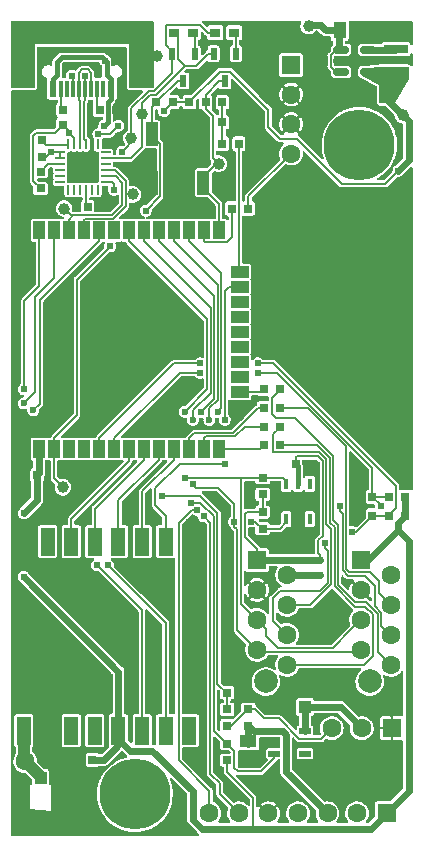
<source format=gbr>
G04 #@! TF.GenerationSoftware,KiCad,Pcbnew,(5.99.0-10229-ge8e7d13299)*
G04 #@! TF.CreationDate,2021-06-16T15:48:42+02:00*
G04 #@! TF.ProjectId,openair2-panelized,6f70656e-6169-4723-922d-70616e656c69,rev?*
G04 #@! TF.SameCoordinates,PX3473bc0PY1312d00*
G04 #@! TF.FileFunction,Copper,L1,Top*
G04 #@! TF.FilePolarity,Positive*
%FSLAX46Y46*%
G04 Gerber Fmt 4.6, Leading zero omitted, Abs format (unit mm)*
G04 Created by KiCad (PCBNEW (5.99.0-10229-ge8e7d13299)) date 2021-06-16 15:48:42*
%MOMM*%
%LPD*%
G01*
G04 APERTURE LIST*
G04 Aperture macros list*
%AMRoundRect*
0 Rectangle with rounded corners*
0 $1 Rounding radius*
0 $2 $3 $4 $5 $6 $7 $8 $9 X,Y pos of 4 corners*
0 Add a 4 corners polygon primitive as box body*
4,1,4,$2,$3,$4,$5,$6,$7,$8,$9,$2,$3,0*
0 Add four circle primitives for the rounded corners*
1,1,$1+$1,$2,$3*
1,1,$1+$1,$4,$5*
1,1,$1+$1,$6,$7*
1,1,$1+$1,$8,$9*
0 Add four rect primitives between the rounded corners*
20,1,$1+$1,$2,$3,$4,$5,0*
20,1,$1+$1,$4,$5,$6,$7,0*
20,1,$1+$1,$6,$7,$8,$9,0*
20,1,$1+$1,$8,$9,$2,$3,0*%
G04 Aperture macros list end*
G04 #@! TA.AperFunction,SMDPad,CuDef*
%ADD10R,0.700000X0.800000*%
G04 #@! TD*
G04 #@! TA.AperFunction,SMDPad,CuDef*
%ADD11C,1.000000*%
G04 #@! TD*
G04 #@! TA.AperFunction,SMDPad,CuDef*
%ADD12R,1.050000X1.050000*%
G04 #@! TD*
G04 #@! TA.AperFunction,SMDPad,CuDef*
%ADD13R,1.050000X2.200000*%
G04 #@! TD*
G04 #@! TA.AperFunction,ComponentPad*
%ADD14R,1.600000X1.600000*%
G04 #@! TD*
G04 #@! TA.AperFunction,ComponentPad*
%ADD15C,1.600000*%
G04 #@! TD*
G04 #@! TA.AperFunction,SMDPad,CuDef*
%ADD16R,1.000000X2.000000*%
G04 #@! TD*
G04 #@! TA.AperFunction,SMDPad,CuDef*
%ADD17R,0.800000X0.700000*%
G04 #@! TD*
G04 #@! TA.AperFunction,SMDPad,CuDef*
%ADD18R,0.965000X0.800000*%
G04 #@! TD*
G04 #@! TA.AperFunction,SMDPad,CuDef*
%ADD19R,2.000000X0.800000*%
G04 #@! TD*
G04 #@! TA.AperFunction,SMDPad,CuDef*
%ADD20R,1.000000X0.500000*%
G04 #@! TD*
G04 #@! TA.AperFunction,SMDPad,CuDef*
%ADD21R,0.600000X1.000000*%
G04 #@! TD*
G04 #@! TA.AperFunction,SMDPad,CuDef*
%ADD22R,1.100000X1.400000*%
G04 #@! TD*
G04 #@! TA.AperFunction,SMDPad,CuDef*
%ADD23RoundRect,0.150000X-0.512500X-0.150000X0.512500X-0.150000X0.512500X0.150000X-0.512500X0.150000X0*%
G04 #@! TD*
G04 #@! TA.AperFunction,SMDPad,CuDef*
%ADD24R,1.200000X2.400000*%
G04 #@! TD*
G04 #@! TA.AperFunction,SMDPad,CuDef*
%ADD25R,1.400000X1.100000*%
G04 #@! TD*
G04 #@! TA.AperFunction,SMDPad,CuDef*
%ADD26RoundRect,0.062500X-0.062500X0.350000X-0.062500X-0.350000X0.062500X-0.350000X0.062500X0.350000X0*%
G04 #@! TD*
G04 #@! TA.AperFunction,SMDPad,CuDef*
%ADD27RoundRect,0.062500X-0.350000X0.062500X-0.350000X-0.062500X0.350000X-0.062500X0.350000X0.062500X0*%
G04 #@! TD*
G04 #@! TA.AperFunction,SMDPad,CuDef*
%ADD28R,2.600000X2.600000*%
G04 #@! TD*
G04 #@! TA.AperFunction,WasherPad*
%ADD29C,6.000000*%
G04 #@! TD*
G04 #@! TA.AperFunction,SMDPad,CuDef*
%ADD30R,0.600000X1.450000*%
G04 #@! TD*
G04 #@! TA.AperFunction,SMDPad,CuDef*
%ADD31R,0.300000X1.450000*%
G04 #@! TD*
G04 #@! TA.AperFunction,SMDPad,CuDef*
%ADD32R,1.800000X1.450000*%
G04 #@! TD*
G04 #@! TA.AperFunction,SMDPad,CuDef*
%ADD33R,1.800000X1.200000*%
G04 #@! TD*
G04 #@! TA.AperFunction,WasherPad*
%ADD34C,2.000000*%
G04 #@! TD*
G04 #@! TA.AperFunction,SMDPad,CuDef*
%ADD35R,0.450000X0.950000*%
G04 #@! TD*
G04 #@! TA.AperFunction,SMDPad,CuDef*
%ADD36R,2.500000X1.400000*%
G04 #@! TD*
G04 #@! TA.AperFunction,SMDPad,CuDef*
%ADD37R,1.100000X1.100000*%
G04 #@! TD*
G04 #@! TA.AperFunction,SMDPad,CuDef*
%ADD38R,1.000000X1.500000*%
G04 #@! TD*
G04 #@! TA.AperFunction,SMDPad,CuDef*
%ADD39R,1.500000X1.000000*%
G04 #@! TD*
G04 #@! TA.AperFunction,SMDPad,CuDef*
%ADD40R,6.000000X6.000000*%
G04 #@! TD*
G04 #@! TA.AperFunction,ViaPad*
%ADD41C,0.604800*%
G04 #@! TD*
G04 #@! TA.AperFunction,ViaPad*
%ADD42C,0.600000*%
G04 #@! TD*
G04 #@! TA.AperFunction,Conductor*
%ADD43C,0.150000*%
G04 #@! TD*
G04 #@! TA.AperFunction,Conductor*
%ADD44C,0.600000*%
G04 #@! TD*
G04 #@! TA.AperFunction,Conductor*
%ADD45C,0.200000*%
G04 #@! TD*
G04 #@! TA.AperFunction,Conductor*
%ADD46C,0.400000*%
G04 #@! TD*
G04 #@! TA.AperFunction,Conductor*
%ADD47C,1.000000*%
G04 #@! TD*
G04 APERTURE END LIST*
D10*
X36900000Y-80400000D03*
X35500000Y-80400000D03*
D11*
X14600000Y-46400000D03*
D10*
X21400000Y-47100000D03*
X22800000Y-47100000D03*
D12*
X6000000Y-102597500D03*
D13*
X4525000Y-104100000D03*
X7475000Y-104100000D03*
D11*
X15900000Y-41500000D03*
D10*
X5700000Y-77000000D03*
X4300000Y-77000000D03*
D14*
X35740000Y-98400000D03*
D15*
X33200000Y-98400000D03*
X30660000Y-98400000D03*
D16*
X15400000Y-48100000D03*
X19800000Y-48100000D03*
D17*
X21800000Y-98200000D03*
X21800000Y-96800000D03*
D10*
X10400000Y-101100000D03*
X9000000Y-101100000D03*
D11*
X36700000Y-46500000D03*
D10*
X10000000Y-54300000D03*
X11400000Y-54300000D03*
D18*
X20800000Y-39500000D03*
X22400000Y-39500000D03*
D10*
X26300000Y-74400000D03*
X24900000Y-74400000D03*
X21400000Y-45400000D03*
X22800000Y-45400000D03*
D17*
X23600000Y-98200000D03*
X23600000Y-96800000D03*
D10*
X6500000Y-46050000D03*
X7900000Y-46050000D03*
X6100000Y-48600000D03*
X4700000Y-48600000D03*
D11*
X21100000Y-50600000D03*
X28700000Y-38950000D03*
D19*
X36100000Y-40900000D03*
X36100000Y-42900000D03*
D15*
X4700000Y-101200000D03*
D10*
X6100000Y-50000000D03*
X4700000Y-50000000D03*
D20*
X25800000Y-98650000D03*
X25800000Y-99600000D03*
X25800000Y-100550000D03*
X28400000Y-100550000D03*
X28400000Y-98650000D03*
D10*
X12400000Y-46050000D03*
X11000000Y-46050000D03*
X22800000Y-48900000D03*
X21400000Y-48900000D03*
X26300000Y-72900000D03*
X24900000Y-72900000D03*
D21*
X19050000Y-41300000D03*
X17150000Y-41300000D03*
X18100000Y-43600000D03*
D22*
X31325000Y-39300000D03*
X33075000Y-39300000D03*
D23*
X31462500Y-40950000D03*
X31462500Y-41900000D03*
X31462500Y-42850000D03*
X33737500Y-42850000D03*
X33737500Y-40950000D03*
D10*
X27600000Y-76000000D03*
X29000000Y-76000000D03*
X35500000Y-78800000D03*
X36900000Y-78800000D03*
X26300000Y-71300000D03*
X24900000Y-71300000D03*
D24*
X18600000Y-82600000D03*
X16600000Y-82600000D03*
X14600000Y-82600000D03*
X12600000Y-82600000D03*
X10600000Y-82600000D03*
X8600000Y-82600000D03*
X6600000Y-82600000D03*
X4600000Y-82600000D03*
X4600000Y-98600000D03*
X6600000Y-98600000D03*
X8600000Y-98600000D03*
X10600000Y-98600000D03*
X12600000Y-98600000D03*
X14600000Y-98600000D03*
X16600000Y-98600000D03*
X18600000Y-98600000D03*
D10*
X26300000Y-69700000D03*
X24900000Y-69700000D03*
D17*
X21800000Y-95400000D03*
X21800000Y-94000000D03*
D16*
X19800000Y-52200000D03*
X15400000Y-52200000D03*
D10*
X17200000Y-45400000D03*
X15800000Y-45400000D03*
D25*
X23600000Y-99525000D03*
X23600000Y-101275000D03*
D11*
X8000000Y-54400000D03*
D21*
X22550000Y-41300000D03*
X20650000Y-41300000D03*
X21600000Y-43600000D03*
D11*
X13800000Y-53200000D03*
D10*
X22200000Y-54400000D03*
X23600000Y-54400000D03*
D26*
X10850000Y-48962500D03*
X10350000Y-48962500D03*
X9850000Y-48962500D03*
X9350000Y-48962500D03*
X8850000Y-48962500D03*
X8350000Y-48962500D03*
D27*
X7662500Y-49650000D03*
X7662500Y-50150000D03*
X7662500Y-50650000D03*
X7662500Y-51150000D03*
X7662500Y-51650000D03*
X7662500Y-52150000D03*
D26*
X8350000Y-52837500D03*
X8850000Y-52837500D03*
X9350000Y-52837500D03*
X9850000Y-52837500D03*
X10350000Y-52837500D03*
X10850000Y-52837500D03*
D27*
X11537500Y-52150000D03*
X11537500Y-51650000D03*
X11537500Y-51150000D03*
X11537500Y-50650000D03*
X11537500Y-50150000D03*
X11537500Y-49650000D03*
D28*
X9600000Y-50900000D03*
D29*
X14000000Y-104000000D03*
D11*
X7900000Y-78000000D03*
D10*
X34100000Y-78800000D03*
X32700000Y-78800000D03*
D11*
X13700000Y-48450000D03*
D17*
X21800000Y-99700000D03*
X21800000Y-101100000D03*
D22*
X35375000Y-44700000D03*
X33625000Y-44700000D03*
D14*
X35300000Y-105600000D03*
D15*
X32800000Y-105600000D03*
X30300000Y-105600000D03*
X27800000Y-105600000D03*
X25300000Y-105600000D03*
X22800000Y-105600000D03*
X20300000Y-105600000D03*
D30*
X12750000Y-44245000D03*
X11950000Y-44245000D03*
D31*
X10750000Y-44245000D03*
X9750000Y-44245000D03*
X9250000Y-44245000D03*
X8250000Y-44245000D03*
D30*
X7050000Y-44245000D03*
X6250000Y-44245000D03*
D31*
X7750000Y-44245000D03*
X8750000Y-44245000D03*
X10250000Y-44245000D03*
X11250000Y-44245000D03*
D32*
X14570000Y-43330000D03*
D33*
X4430000Y-39150000D03*
D32*
X4430000Y-43330000D03*
D33*
X14570000Y-39150000D03*
D10*
X34100000Y-80400000D03*
X32700000Y-80400000D03*
D34*
X25070000Y-94445000D03*
D14*
X24330000Y-84155000D03*
D15*
X26870000Y-85425000D03*
X24330000Y-86695000D03*
X26870000Y-87965000D03*
X24330000Y-89235000D03*
X26870000Y-90505000D03*
X24330000Y-91775000D03*
X26870000Y-93045000D03*
D10*
X18600000Y-45400000D03*
X20000000Y-45400000D03*
D17*
X24800000Y-78600000D03*
X24800000Y-77200000D03*
D14*
X27200000Y-42250000D03*
D15*
X27200000Y-44750000D03*
X27200000Y-47250000D03*
X27200000Y-49750000D03*
D18*
X17300000Y-39500000D03*
X18900000Y-39500000D03*
D10*
X7900000Y-47300000D03*
X6500000Y-47300000D03*
D17*
X6000000Y-51300000D03*
X6000000Y-52700000D03*
D11*
X30500000Y-44400000D03*
D17*
X24800000Y-80100000D03*
X24800000Y-81500000D03*
D34*
X33870000Y-94445000D03*
D14*
X33130000Y-84155000D03*
D15*
X35670000Y-85425000D03*
X33130000Y-86695000D03*
X35670000Y-87965000D03*
X33130000Y-89235000D03*
X35670000Y-90505000D03*
X33130000Y-91775000D03*
X35670000Y-93045000D03*
D35*
X26800000Y-80700000D03*
X27800000Y-80700000D03*
X28800000Y-80700000D03*
X28800000Y-77700000D03*
X27800000Y-77700000D03*
X26800000Y-77700000D03*
D36*
X27800000Y-79200000D03*
D37*
X25600000Y-96600000D03*
X28400000Y-96600000D03*
D29*
X33000000Y-49000000D03*
D38*
X4600000Y-74750000D03*
X5870000Y-74750000D03*
X7140000Y-74750000D03*
X8410000Y-74750000D03*
X9680000Y-74750000D03*
X10950000Y-74750000D03*
X12220000Y-74750000D03*
X13490000Y-74750000D03*
X14760000Y-74750000D03*
X16030000Y-74750000D03*
X17300000Y-74750000D03*
X18570000Y-74750000D03*
X19840000Y-74750000D03*
X21110000Y-74750000D03*
D39*
X22850000Y-71200000D03*
X22850000Y-69930000D03*
X22850000Y-68660000D03*
X22850000Y-67390000D03*
X22850000Y-66120000D03*
X22850000Y-64850000D03*
X22850000Y-63580000D03*
X22850000Y-62310000D03*
X22850000Y-61040000D03*
X22850000Y-59770000D03*
D38*
X21110000Y-56250000D03*
X19840000Y-56250000D03*
X18570000Y-56250000D03*
X17300000Y-56250000D03*
X16030000Y-56250000D03*
X14760000Y-56250000D03*
X13490000Y-56250000D03*
X12220000Y-56250000D03*
X10950000Y-56250000D03*
X9680000Y-56250000D03*
X8410000Y-56250000D03*
X7140000Y-56250000D03*
X5870000Y-56250000D03*
X4600000Y-56250000D03*
D40*
X12300000Y-65500000D03*
D41*
X4600000Y-80200000D03*
X29700000Y-84200000D03*
X36300000Y-51200000D03*
X10900000Y-48098084D03*
X16439300Y-46147160D03*
X36258745Y-81600000D03*
X12600000Y-47400000D03*
X4568015Y-85572002D03*
X8400000Y-48000000D03*
X9300000Y-85100000D03*
X31400000Y-45400000D03*
X7500000Y-102000000D03*
X14200000Y-50900000D03*
X5500000Y-106000000D03*
X8500000Y-103000000D03*
X24852400Y-101047600D03*
X29300000Y-76800000D03*
X24700000Y-48500000D03*
X28100000Y-67800000D03*
X25000000Y-53400000D03*
X18600000Y-80900000D03*
X11500000Y-53300000D03*
X5700000Y-46700000D03*
X5400000Y-44900000D03*
X4000000Y-49300000D03*
X6500000Y-101000000D03*
X6100000Y-89700000D03*
X23600000Y-57100000D03*
X24900000Y-41600000D03*
X10200000Y-106200000D03*
X21800000Y-103600000D03*
X6600000Y-96600000D03*
X8500000Y-104000000D03*
X18700000Y-95400000D03*
X18700000Y-49000000D03*
D42*
X16655372Y-65978023D03*
D41*
X35000000Y-53300000D03*
X7500000Y-106000000D03*
X24852400Y-100071797D03*
D42*
X6800000Y-73000000D03*
D41*
X28800000Y-59100000D03*
X4500000Y-44900000D03*
X10700000Y-42400000D03*
D42*
X11449751Y-70257493D03*
D41*
X5700000Y-84800000D03*
X16100000Y-72200000D03*
D42*
X22850000Y-72050000D03*
D41*
X6400000Y-41400000D03*
X12600000Y-41500000D03*
X11300000Y-87900000D03*
X36000000Y-96100000D03*
X34700000Y-73600000D03*
X28600000Y-82200000D03*
X32500000Y-41900000D03*
X10300000Y-47500000D03*
D42*
X12300000Y-61900000D03*
D41*
X28800000Y-45800000D03*
X12600000Y-48300000D03*
X15600000Y-93000000D03*
X24500000Y-96100000D03*
X31500000Y-100700000D03*
X34500000Y-66100000D03*
X13600000Y-44800000D03*
X28800000Y-93900000D03*
X16000000Y-85400000D03*
X4781699Y-51400000D03*
X25850000Y-79350000D03*
X8300000Y-42400000D03*
X24500000Y-63300000D03*
X4600000Y-54900000D03*
X34200000Y-39800000D03*
X4500000Y-106000000D03*
X10900000Y-95100000D03*
X12200000Y-53800000D03*
X29500000Y-89600000D03*
X32700000Y-76600000D03*
X6500000Y-106000000D03*
X13051911Y-46648089D03*
X8500000Y-105000000D03*
X14900000Y-54600000D03*
X11900000Y-57600000D03*
X11500000Y-41900000D03*
X6850000Y-49650000D03*
X29675000Y-85425000D03*
X11400000Y-47400000D03*
X29700000Y-38825000D03*
D42*
X20300000Y-72300000D03*
D41*
X19246442Y-79905180D03*
X19821816Y-80467911D03*
D42*
X21000000Y-71600000D03*
D41*
X22400000Y-80900000D03*
D42*
X18900000Y-72300000D03*
D41*
X23827410Y-80903500D03*
X18903433Y-77727410D03*
D42*
X18200000Y-71600000D03*
D41*
X18200000Y-77200000D03*
X10800000Y-84600000D03*
D42*
X5400000Y-71500000D03*
D41*
X11704219Y-84598696D03*
D42*
X4600000Y-70900000D03*
D41*
X21600000Y-72300000D03*
X21600000Y-76000000D03*
X19600000Y-71600000D03*
X18713153Y-79302416D03*
X4600000Y-69700000D03*
X16300001Y-78699999D03*
X24400000Y-67500000D03*
X30050342Y-82695530D03*
X19500000Y-67500000D03*
X32403153Y-81800000D03*
X34800000Y-79600000D03*
X31327443Y-79600000D03*
X19500000Y-68300000D03*
X24400000Y-68300000D03*
X12900000Y-49600000D03*
X12200000Y-52800000D03*
X8653000Y-43145560D03*
X9750000Y-43150000D03*
D43*
X29900000Y-82100000D02*
X29500000Y-82500000D01*
D44*
X36700000Y-46500000D02*
X37200000Y-47000000D01*
X36258745Y-81600000D02*
X36258745Y-81041255D01*
D43*
X29900000Y-80900000D02*
X29900000Y-82100000D01*
X24900000Y-78600000D02*
X24800000Y-78700000D01*
D44*
X35375000Y-44700000D02*
X35375000Y-45175000D01*
D43*
X23500000Y-80100000D02*
X23300000Y-80300000D01*
D44*
X19675999Y-106900001D02*
X18929989Y-106153991D01*
X35375000Y-45175000D02*
X36700000Y-46500000D01*
D43*
X27600000Y-75450000D02*
X27675001Y-75374999D01*
D44*
X18929989Y-106153991D02*
X18929989Y-103749987D01*
X35375000Y-44700000D02*
X35375000Y-44850000D01*
X11350000Y-101100000D02*
X10400000Y-101100000D01*
D45*
X17186460Y-45400000D02*
X16439300Y-46147160D01*
D44*
X37040001Y-103859999D02*
X35300000Y-105600000D01*
X33130000Y-84155000D02*
X33703745Y-84155000D01*
D43*
X27675001Y-75374999D02*
X29530001Y-75374999D01*
X27600000Y-76000000D02*
X27600000Y-75450000D01*
D45*
X10900000Y-48098084D02*
X11901916Y-48098084D01*
D44*
X12600000Y-98600000D02*
X12600000Y-99850000D01*
D43*
X24000000Y-106800000D02*
X24100001Y-106900001D01*
D44*
X37200000Y-103700000D02*
X37040001Y-103859999D01*
X18929989Y-104900000D02*
X18929989Y-105373991D01*
D43*
X5375489Y-48224511D02*
X5375489Y-52075489D01*
D44*
X13599999Y-100300001D02*
X12600000Y-99300002D01*
X36258745Y-81600000D02*
X37040001Y-82381256D01*
D43*
X24000000Y-104300000D02*
X24000000Y-106800000D01*
D44*
X5700000Y-79100000D02*
X5700000Y-77000000D01*
D46*
X27800000Y-76200000D02*
X27600000Y-76000000D01*
D44*
X24100001Y-106900001D02*
X19675999Y-106900001D01*
D45*
X17200000Y-45400000D02*
X17186460Y-45400000D01*
D44*
X18929989Y-103749987D02*
X18930313Y-103750311D01*
D43*
X7224511Y-47975489D02*
X5624511Y-47975489D01*
X29500000Y-83572342D02*
X29700000Y-83772342D01*
D44*
X18930313Y-104899676D02*
X18929989Y-104900000D01*
X33999999Y-106900001D02*
X24100001Y-106900001D01*
X15480003Y-100300001D02*
X18929989Y-103749987D01*
X37200000Y-87500000D02*
X37200000Y-103700000D01*
X13599999Y-100300001D02*
X15480003Y-100300001D01*
X37200000Y-50300000D02*
X36300000Y-51200000D01*
X5870000Y-76830000D02*
X5700000Y-77000000D01*
X4870414Y-85874401D02*
X4568015Y-85572002D01*
X18930313Y-103750311D02*
X18930313Y-104899676D01*
D43*
X29530001Y-75374999D02*
X29900000Y-75744998D01*
D44*
X36258745Y-81600000D02*
X37200000Y-82541255D01*
D43*
X24330000Y-83205000D02*
X24330000Y-84155000D01*
X24800000Y-78700000D02*
X24800000Y-80000000D01*
X23300000Y-82175000D02*
X24330000Y-83205000D01*
D44*
X24330000Y-84155000D02*
X28945000Y-84155000D01*
D45*
X26300000Y-48500000D02*
X27700000Y-48500000D01*
X27700000Y-48500000D02*
X31500000Y-52300000D01*
D43*
X29900000Y-80900000D02*
X29900000Y-81000000D01*
X23300000Y-80300000D02*
X23300000Y-82175000D01*
X29700000Y-83772342D02*
X29700000Y-84200000D01*
D44*
X5870000Y-74750000D02*
X5870000Y-76830000D01*
D45*
X8400000Y-47800000D02*
X7900000Y-47300000D01*
X25300000Y-46050880D02*
X25300000Y-47500000D01*
X11901916Y-48098084D02*
X12600000Y-47400000D01*
D43*
X21800000Y-102100000D02*
X24000000Y-104300000D01*
D45*
X31500000Y-52300000D02*
X35200000Y-52300000D01*
X35200000Y-52300000D02*
X36300000Y-51200000D01*
D43*
X29900000Y-75744998D02*
X29900000Y-80900000D01*
D44*
X28945000Y-84155000D02*
X29655000Y-84155000D01*
X12600000Y-93603987D02*
X4870414Y-85874401D01*
X35300000Y-105600000D02*
X33999999Y-106900001D01*
X18929989Y-103749987D02*
X18899771Y-103719769D01*
D45*
X25300000Y-47500000D02*
X26300000Y-48500000D01*
D43*
X5375489Y-52075489D02*
X6000000Y-52700000D01*
D44*
X37200000Y-82541255D02*
X37200000Y-87500000D01*
D43*
X25000000Y-80100000D02*
X23500000Y-80100000D01*
X7900000Y-47300000D02*
X7224511Y-47975489D01*
D44*
X33703745Y-84155000D02*
X36258745Y-81600000D01*
X12600000Y-99300002D02*
X12600000Y-98600000D01*
X37200000Y-87500000D02*
X37200000Y-92200000D01*
X12600000Y-98600000D02*
X12600000Y-93603987D01*
D45*
X17200000Y-45400000D02*
X18600000Y-45400000D01*
D43*
X29500000Y-82500000D02*
X29500000Y-83572342D01*
D44*
X4600000Y-80200000D02*
X5700000Y-79100000D01*
D45*
X8850000Y-48962500D02*
X8850000Y-48450000D01*
D43*
X5624511Y-47975489D02*
X5375489Y-48224511D01*
D44*
X37200000Y-47000000D02*
X37200000Y-50300000D01*
D45*
X8400000Y-48000000D02*
X8400000Y-47800000D01*
D44*
X29655000Y-84155000D02*
X29700000Y-84200000D01*
D45*
X8850000Y-48450000D02*
X8400000Y-48000000D01*
D44*
X36258745Y-81041255D02*
X36900000Y-80400000D01*
X12600000Y-99850000D02*
X11350000Y-101100000D01*
D43*
X24800000Y-80000000D02*
X24900000Y-80100000D01*
D45*
X22049120Y-42800000D02*
X25300000Y-46050880D01*
D43*
X21800000Y-101100000D02*
X21800000Y-102100000D01*
D44*
X36900000Y-78800000D02*
X36900000Y-80400000D01*
D46*
X27800000Y-77700000D02*
X27800000Y-76200000D01*
D45*
X21200000Y-42800000D02*
X22049120Y-42800000D01*
X18600000Y-45400000D02*
X21200000Y-42800000D01*
D43*
X5500000Y-106000000D02*
X4500000Y-106000000D01*
D46*
X25800000Y-99600000D02*
X24900000Y-99600000D01*
D43*
X7500000Y-106000000D02*
X6500000Y-106000000D01*
X8500000Y-104000000D02*
X8500000Y-105000000D01*
D44*
X16177349Y-65500000D02*
X16355373Y-65678024D01*
X4600000Y-51581699D02*
X4781699Y-51400000D01*
X4600000Y-73869998D02*
X4600000Y-74750000D01*
X4600000Y-76700000D02*
X4300000Y-77000000D01*
X4600000Y-54900000D02*
X4600000Y-51581699D01*
X4600000Y-51218301D02*
X4781699Y-51400000D01*
D46*
X29000000Y-76000000D02*
X29000000Y-76400000D01*
D44*
X5469998Y-73000000D02*
X4600000Y-73869998D01*
X5000000Y-84800000D02*
X5700000Y-84800000D01*
X18600000Y-82600000D02*
X18600000Y-80900000D01*
D46*
X24800000Y-100019397D02*
X24852400Y-100071797D01*
D43*
X22800000Y-45400000D02*
X22800000Y-47100000D01*
D44*
X6800000Y-73000000D02*
X5469998Y-73000000D01*
D43*
X8400000Y-104100000D02*
X8500000Y-104000000D01*
D44*
X6600000Y-99650000D02*
X6600000Y-98600000D01*
X12300000Y-69407244D02*
X11749750Y-69957494D01*
X12300000Y-65500000D02*
X12300000Y-61900000D01*
X4600000Y-82600000D02*
X4600000Y-84400000D01*
X4600000Y-56250000D02*
X4600000Y-54900000D01*
X22850000Y-71200000D02*
X22850000Y-72050000D01*
X16355373Y-65678024D02*
X16655372Y-65978023D01*
X4600000Y-84400000D02*
X5000000Y-84800000D01*
D43*
X6500000Y-101000000D02*
X7500000Y-102000000D01*
D44*
X12300000Y-65500000D02*
X12300000Y-69407244D01*
D43*
X7500000Y-102000000D02*
X8500000Y-103000000D01*
D46*
X29000000Y-76400000D02*
X29400000Y-76800000D01*
D44*
X23600000Y-101100000D02*
X23650000Y-101100000D01*
D46*
X24900000Y-99600000D02*
X24800000Y-99700000D01*
D44*
X8050000Y-101100000D02*
X6600000Y-99650000D01*
X12300000Y-65500000D02*
X16177349Y-65500000D01*
X11749750Y-69957494D02*
X11449751Y-70257493D01*
D43*
X7475000Y-104100000D02*
X8400000Y-104100000D01*
D44*
X4600000Y-74750000D02*
X4600000Y-76700000D01*
D43*
X8500000Y-103000000D02*
X8500000Y-104000000D01*
X5500000Y-106000000D02*
X6200000Y-106000000D01*
D46*
X24800000Y-99700000D02*
X24800000Y-100019397D01*
D43*
X8500000Y-105000000D02*
X7500000Y-106000000D01*
D44*
X6600000Y-96600000D02*
X6600000Y-98600000D01*
X32700000Y-76600000D02*
X32700000Y-78800000D01*
X9000000Y-101100000D02*
X8050000Y-101100000D01*
D43*
X9850000Y-52837500D02*
X9850000Y-54150000D01*
X9850000Y-54150000D02*
X10000000Y-54300000D01*
X16124511Y-53375489D02*
X14900000Y-54600000D01*
X7140000Y-74750000D02*
X7140000Y-73850000D01*
X7140000Y-73850000D02*
X9074999Y-71915001D01*
X7140000Y-77240000D02*
X7900000Y-78000000D01*
X9074999Y-71915001D02*
X9074999Y-60425001D01*
X15400000Y-45800000D02*
X15800000Y-45400000D01*
X16124511Y-48924511D02*
X16124511Y-53375489D01*
X15400000Y-48200000D02*
X16124511Y-48924511D01*
X7140000Y-74750000D02*
X7140000Y-77240000D01*
X11597601Y-57902399D02*
X11900000Y-57600000D01*
X18100000Y-43600000D02*
X17600000Y-43600000D01*
X17600000Y-43600000D02*
X15800000Y-45400000D01*
X15400000Y-48200000D02*
X15400000Y-45800000D01*
X9074999Y-60425001D02*
X11597601Y-57902399D01*
X20600000Y-50100000D02*
X20600000Y-46550000D01*
X21150000Y-43600000D02*
X20000000Y-44750000D01*
X20900000Y-50600000D02*
X21100000Y-50600000D01*
X20000000Y-44750000D02*
X20000000Y-44850000D01*
X21100000Y-50600000D02*
X20600000Y-50100000D01*
X19800000Y-52700000D02*
X19800000Y-52200000D01*
X21600000Y-43600000D02*
X21150000Y-43600000D01*
X20000000Y-44850000D02*
X20000000Y-45400000D01*
X21110000Y-54010000D02*
X19800000Y-52700000D01*
X19800000Y-51700000D02*
X20900000Y-50600000D01*
X20600000Y-46550000D02*
X20000000Y-45950000D01*
X21110000Y-56250000D02*
X21110000Y-54010000D01*
X20000000Y-45950000D02*
X20000000Y-45400000D01*
X19800000Y-52200000D02*
X19800000Y-51700000D01*
X22550000Y-41300000D02*
X22550000Y-39650000D01*
X22550000Y-39650000D02*
X22400000Y-39500000D01*
X19050000Y-41300000D02*
X19050000Y-39650000D01*
X19050000Y-39650000D02*
X18900000Y-39500000D01*
X21400000Y-45400000D02*
X21400000Y-47100000D01*
X21400000Y-47100000D02*
X21400000Y-48900000D01*
D45*
X6100000Y-50000000D02*
X6500000Y-50000000D01*
D46*
X11600000Y-42000000D02*
X11500000Y-41900000D01*
D44*
X25800000Y-98650000D02*
X26500002Y-98650000D01*
X31300000Y-39325000D02*
X31325000Y-39300000D01*
D46*
X11699511Y-47100489D02*
X11400000Y-47400000D01*
D44*
X30175000Y-39300000D02*
X29700000Y-38825000D01*
D46*
X7400000Y-42000000D02*
X7400000Y-43090880D01*
D44*
X23600000Y-99700000D02*
X23600000Y-98300000D01*
X26800001Y-98949999D02*
X26800001Y-102100001D01*
X25800000Y-98650000D02*
X24950000Y-98650000D01*
X28825000Y-38825000D02*
X28700000Y-38950000D01*
D46*
X7050000Y-43440880D02*
X7050000Y-44245000D01*
D43*
X30575480Y-42375480D02*
X30575480Y-41424520D01*
D46*
X11950000Y-44245000D02*
X11950000Y-43435000D01*
D44*
X26800001Y-102100001D02*
X30300000Y-105600000D01*
X26500002Y-98650000D02*
X26800001Y-98949999D01*
X23600000Y-98300000D02*
X23700000Y-98300000D01*
X31300000Y-40950000D02*
X31300000Y-39325000D01*
X29700000Y-38825000D02*
X28825000Y-38825000D01*
D46*
X9400000Y-41600000D02*
X11200000Y-41600000D01*
X11600000Y-43085000D02*
X11600000Y-42000000D01*
D45*
X7662500Y-50150000D02*
X7662500Y-49650000D01*
D44*
X23700000Y-98300000D02*
X24050000Y-98650000D01*
D46*
X11950000Y-45120880D02*
X11699511Y-45371369D01*
D43*
X31050000Y-42850000D02*
X30575480Y-42375480D01*
D45*
X6500000Y-50000000D02*
X6850000Y-49650000D01*
D46*
X11699511Y-45371369D02*
X11699511Y-47100489D01*
D43*
X31300000Y-42850000D02*
X31050000Y-42850000D01*
X30575480Y-41424520D02*
X31050000Y-40950000D01*
D46*
X11200000Y-41600000D02*
X7800000Y-41600000D01*
X11950000Y-44245000D02*
X11950000Y-45120880D01*
D45*
X7662500Y-49650000D02*
X6850000Y-49650000D01*
D44*
X24050000Y-98650000D02*
X24950000Y-98650000D01*
X26870000Y-85425000D02*
X29675000Y-85425000D01*
X31325000Y-39300000D02*
X30175000Y-39300000D01*
D46*
X11950000Y-43435000D02*
X11600000Y-43085000D01*
X7400000Y-43090880D02*
X7050000Y-43440880D01*
D43*
X31050000Y-40950000D02*
X31300000Y-40950000D01*
D46*
X11200000Y-41600000D02*
X11500000Y-41900000D01*
X7800000Y-41600000D02*
X7400000Y-42000000D01*
D43*
X22800000Y-59720000D02*
X22850000Y-59770000D01*
X22800000Y-48900000D02*
X22800000Y-59720000D01*
X17699999Y-101099999D02*
X20300000Y-103700000D01*
X17699999Y-101099999D02*
X17699999Y-82450001D01*
X20300000Y-104468630D02*
X20300000Y-103700000D01*
X17699999Y-101065699D02*
X17699999Y-101099999D01*
X17699999Y-82450001D02*
X17699999Y-90450001D01*
X20300000Y-105600000D02*
X20300000Y-104468630D01*
X19246442Y-79905180D02*
X18818784Y-79905180D01*
X21000022Y-70624256D02*
X21000022Y-60850022D01*
X20300000Y-71324278D02*
X21000022Y-70624256D01*
X21000022Y-60850022D02*
X17300000Y-57150000D01*
X17699999Y-81023965D02*
X17699999Y-82450001D01*
X20300000Y-72300000D02*
X20300000Y-71324278D01*
X18818784Y-79905180D02*
X17699999Y-81023965D01*
X17300000Y-57150000D02*
X17300000Y-56250000D01*
X21300033Y-59880033D02*
X18570000Y-57150000D01*
X18570000Y-57150000D02*
X18570000Y-56250000D01*
X21174999Y-103074999D02*
X20349990Y-102249990D01*
X21000000Y-71600000D02*
X21300033Y-71299967D01*
X22800000Y-105600000D02*
X21174999Y-103974999D01*
X20349990Y-102249990D02*
X20349990Y-80996085D01*
X21300033Y-71299967D02*
X21300033Y-59880033D01*
X21174999Y-103974999D02*
X21174999Y-103074999D01*
X20349990Y-80996085D02*
X19821816Y-80467911D01*
X20429809Y-78029809D02*
X21029809Y-78029809D01*
X20429809Y-78029809D02*
X20629811Y-78029809D01*
X18900000Y-72300000D02*
X18900000Y-71500000D01*
X24485011Y-91930011D02*
X24330000Y-91775000D01*
X22637146Y-90082146D02*
X23277500Y-90722500D01*
X22400000Y-80900000D02*
X22400000Y-81327658D01*
X26800000Y-80950000D02*
X26250000Y-81500000D01*
X19205832Y-78029809D02*
X20429809Y-78029809D01*
X20400000Y-62790000D02*
X14760000Y-57150000D01*
X22400000Y-81327658D02*
X22637146Y-81564804D01*
X33130000Y-91775000D02*
X32974989Y-91930011D01*
X26250000Y-81500000D02*
X24800000Y-81500000D01*
X23830910Y-80900000D02*
X23827410Y-80903500D01*
X23277500Y-90722500D02*
X24330000Y-91775000D01*
X22400000Y-79400000D02*
X21400000Y-78400000D01*
X20400000Y-70000000D02*
X20400000Y-62790000D01*
X26800000Y-80700000D02*
X26800000Y-80950000D01*
X18900000Y-71500000D02*
X20400000Y-70000000D01*
X14760000Y-57150000D02*
X14760000Y-56250000D01*
X32974989Y-91930011D02*
X24485011Y-91930011D01*
X21029809Y-78029809D02*
X21400000Y-78400000D01*
X24800000Y-81500000D02*
X24200000Y-80900000D01*
X21400000Y-78400000D02*
X21200000Y-78200000D01*
X22637146Y-81564804D02*
X22637146Y-90082146D01*
X24200000Y-80900000D02*
X23830910Y-80900000D01*
X18903433Y-77727410D02*
X19205832Y-78029809D01*
X22400000Y-80900000D02*
X22400000Y-79400000D01*
X22937156Y-77237156D02*
X22937156Y-87842156D01*
X18200000Y-77200000D02*
X26300000Y-77200000D01*
X18200000Y-71600000D02*
X20100000Y-69700000D01*
X25000000Y-77200000D02*
X24450000Y-77200000D01*
X22937156Y-87842156D02*
X24330000Y-89235000D01*
X26100000Y-91600000D02*
X30765000Y-91600000D01*
X26500000Y-77200000D02*
X26800000Y-77500000D01*
X25129999Y-90034999D02*
X25129999Y-90629999D01*
X13490000Y-57150000D02*
X13490000Y-56250000D01*
X26800000Y-77500000D02*
X26800000Y-77700000D01*
X30765000Y-91600000D02*
X32330001Y-90034999D01*
X22900000Y-77200000D02*
X22937156Y-77237156D01*
X26300000Y-77200000D02*
X26500000Y-77200000D01*
X20100000Y-69700000D02*
X20100000Y-63760000D01*
X32330001Y-90034999D02*
X33130000Y-89235000D01*
X25129999Y-90629999D02*
X26100000Y-91600000D01*
X22900000Y-77200000D02*
X18200000Y-77200000D01*
X20100000Y-63760000D02*
X13490000Y-57150000D01*
X25000000Y-77200000D02*
X26300000Y-77200000D01*
X24330000Y-89235000D02*
X25129999Y-90034999D01*
X24450000Y-77200000D02*
X22900000Y-77200000D01*
D47*
X4600000Y-101100000D02*
X4700000Y-101200000D01*
X6000000Y-102597500D02*
X6000000Y-102500000D01*
X6000000Y-102500000D02*
X4700000Y-101200000D01*
X4600000Y-98600000D02*
X4600000Y-101100000D01*
D43*
X21790001Y-57225001D02*
X22200000Y-56815002D01*
X22200000Y-54950000D02*
X22200000Y-54400000D01*
X22200000Y-56815002D02*
X22200000Y-54950000D01*
X19840000Y-56250000D02*
X19840000Y-57150000D01*
X19840000Y-57150000D02*
X19915001Y-57225001D01*
X19915001Y-57225001D02*
X21790001Y-57225001D01*
X13490000Y-75810000D02*
X8600000Y-80700000D01*
X8600000Y-82600000D02*
X8600000Y-80700000D01*
X13490000Y-74750000D02*
X13490000Y-75810000D01*
X10950000Y-56250000D02*
X10950000Y-57150000D01*
X14600000Y-98600000D02*
X14600000Y-88400000D01*
X10950000Y-57150000D02*
X5975000Y-62125000D01*
X5975000Y-62125000D02*
X5975000Y-70925000D01*
X5400000Y-71500000D02*
X5975000Y-70925000D01*
X14600000Y-88400000D02*
X10800000Y-84600000D01*
X5524990Y-69975010D02*
X4600000Y-70900000D01*
X7140000Y-56250000D02*
X7140000Y-60260000D01*
X16600000Y-89494477D02*
X11704219Y-84598696D01*
X5524990Y-61875010D02*
X5524990Y-69975010D01*
X7140000Y-60260000D02*
X5524990Y-61875010D01*
X16600000Y-98600000D02*
X16600000Y-89494477D01*
X10600000Y-81250000D02*
X10600000Y-82600000D01*
X14760000Y-75650000D02*
X10600000Y-79810000D01*
X14760000Y-74750000D02*
X14760000Y-75650000D01*
X10600000Y-79810000D02*
X10600000Y-81250000D01*
X21600000Y-72300000D02*
X21600000Y-71872342D01*
X21950000Y-61040000D02*
X22850000Y-61040000D01*
X17800000Y-76000000D02*
X15697600Y-78102400D01*
X21600044Y-71872298D02*
X21600044Y-61389956D01*
X15697600Y-78102400D02*
X15697600Y-79502400D01*
X21600044Y-61389956D02*
X21950000Y-61040000D01*
X21600000Y-71872342D02*
X21600044Y-71872298D01*
X21600000Y-76000000D02*
X17800000Y-76000000D01*
X16600000Y-82600000D02*
X16600000Y-80404800D01*
X16600000Y-80404800D02*
X15697600Y-79502400D01*
X17300000Y-74750000D02*
X17300000Y-75650000D01*
X14600000Y-81250000D02*
X14600000Y-82600000D01*
X14600000Y-78350000D02*
X14600000Y-81250000D01*
X17300000Y-75650000D02*
X14600000Y-78350000D01*
X16030000Y-74750000D02*
X16030000Y-75650000D01*
X12600000Y-81250000D02*
X12600000Y-82600000D01*
X16030000Y-75650000D02*
X12600000Y-79080000D01*
X12600000Y-79080000D02*
X12600000Y-81250000D01*
D44*
X28400000Y-98650000D02*
X28400000Y-96600000D01*
X33200000Y-98400000D02*
X31400000Y-96600000D01*
X31400000Y-96600000D02*
X28400000Y-96600000D01*
D43*
X16030000Y-57150000D02*
X20700011Y-61820011D01*
X20700011Y-61820011D02*
X20700011Y-70499989D01*
X20700011Y-70499989D02*
X19600000Y-71600000D01*
X20650000Y-80416151D02*
X19616924Y-79383076D01*
X22720881Y-102050001D02*
X22849999Y-102050001D01*
X21750000Y-99700000D02*
X20650000Y-98600000D01*
X22424511Y-100324511D02*
X22424511Y-101753631D01*
X20650000Y-98600000D02*
X20650000Y-80416151D01*
X21750000Y-99700000D02*
X21800000Y-99700000D01*
X21800000Y-99700000D02*
X22424511Y-100324511D01*
X22424511Y-101753631D02*
X22720881Y-102050001D01*
X19536264Y-79302416D02*
X19616924Y-79383076D01*
X18713153Y-79302416D02*
X19536264Y-79302416D01*
X16030000Y-56250000D02*
X16030000Y-57150000D01*
X25800000Y-100950000D02*
X24699999Y-102050001D01*
X25800000Y-100550000D02*
X25800000Y-100950000D01*
X24699999Y-102050001D02*
X22849999Y-102050001D01*
X19616924Y-79383076D02*
X19536265Y-79302416D01*
X5870000Y-56250000D02*
X5870000Y-60964302D01*
X20983315Y-94633315D02*
X20983315Y-80183767D01*
X21750000Y-95400000D02*
X20983315Y-94633315D01*
X21800000Y-95400000D02*
X21750000Y-95400000D01*
X21800000Y-96800000D02*
X21800000Y-95400000D01*
X19499547Y-78699999D02*
X20983315Y-80183767D01*
X4600000Y-62234302D02*
X4600000Y-69700000D01*
X16300001Y-78699999D02*
X19499547Y-78699999D01*
X5870000Y-60964302D02*
X4600000Y-62234302D01*
X23600000Y-53350000D02*
X23600000Y-54400000D01*
X27200000Y-49750000D02*
X23600000Y-53350000D01*
X23600000Y-96800000D02*
X24150000Y-96800000D01*
X29784990Y-99275010D02*
X27925010Y-99275010D01*
X21800000Y-98200000D02*
X22150000Y-98200000D01*
X30660000Y-98400000D02*
X29784990Y-99275010D01*
X27925010Y-99275010D02*
X26199999Y-97549999D01*
X22150000Y-98200000D02*
X23550000Y-96800000D01*
X24899999Y-97549999D02*
X26199999Y-97549999D01*
X23550000Y-96800000D02*
X23600000Y-96800000D01*
X24150000Y-96800000D02*
X24899999Y-97549999D01*
X25700000Y-67500000D02*
X24400000Y-67500000D01*
X34100000Y-80450000D02*
X32750000Y-81800000D01*
X19500000Y-67500000D02*
X17300000Y-67500000D01*
X35500000Y-80350000D02*
X36075001Y-79774999D01*
X30300000Y-83372846D02*
X30050342Y-83123188D01*
X26870000Y-90505000D02*
X25650000Y-89285000D01*
X30300000Y-86100000D02*
X30300000Y-83372846D01*
X17300000Y-67500000D02*
X10950000Y-73850000D01*
X32750000Y-81800000D02*
X32403153Y-81800000D01*
X35500000Y-80400000D02*
X35500000Y-80350000D01*
X10950000Y-73850000D02*
X10950000Y-74750000D01*
X25650000Y-87400000D02*
X26300000Y-86750000D01*
X35500000Y-80400000D02*
X34100000Y-80400000D01*
X34100000Y-80400000D02*
X34100000Y-80450000D01*
X30050342Y-83123188D02*
X30050342Y-82695530D01*
X29650000Y-86750000D02*
X30300000Y-86100000D01*
X36075001Y-77875001D02*
X25700000Y-67500000D01*
X36075001Y-79774999D02*
X36075001Y-77875001D01*
X26300000Y-86750000D02*
X29650000Y-86750000D01*
X25650000Y-89285000D02*
X25650000Y-87400000D01*
X33432013Y-85480011D02*
X32025730Y-85480010D01*
X34100000Y-76344998D02*
X26055002Y-68300000D01*
X34800000Y-79500000D02*
X34100000Y-78800000D01*
X12220000Y-73850000D02*
X12220000Y-74750000D01*
X34800000Y-79600000D02*
X34800000Y-79500000D01*
X35670000Y-90505000D02*
X34870001Y-89705001D01*
X34100000Y-78800000D02*
X34100000Y-76344998D01*
X17770000Y-68300000D02*
X12220000Y-73850000D01*
X34100000Y-78800000D02*
X35500000Y-78800000D01*
X26055002Y-68300000D02*
X24400000Y-68300000D01*
X32025730Y-85480010D02*
X31575732Y-85030012D01*
X34870001Y-88609442D02*
X34300000Y-88039441D01*
X34300000Y-88039441D02*
X34300000Y-86347998D01*
X34300000Y-86347998D02*
X33432013Y-85480011D01*
X19500000Y-68300000D02*
X17770000Y-68300000D01*
X31575732Y-85030012D02*
X31575732Y-80275947D01*
X31327443Y-80027658D02*
X31327443Y-79600000D01*
X34870001Y-89705001D02*
X34870001Y-88609442D01*
X31575732Y-80275947D02*
X31327443Y-80027658D01*
X18570000Y-73850000D02*
X19020000Y-73400000D01*
X22300000Y-73400000D02*
X24400000Y-71300000D01*
X19020000Y-73400000D02*
X22300000Y-73400000D01*
X24400000Y-71300000D02*
X24900000Y-71300000D01*
X18570000Y-74750000D02*
X18570000Y-73850000D01*
X23300000Y-72900000D02*
X22500000Y-73700000D01*
X19990000Y-73700000D02*
X19840000Y-73850000D01*
X24900000Y-72900000D02*
X23300000Y-72900000D01*
X19840000Y-73850000D02*
X19840000Y-74750000D01*
X22500000Y-73700000D02*
X19990000Y-73700000D01*
X21110000Y-74750000D02*
X24550000Y-74750000D01*
X24550000Y-74750000D02*
X24900000Y-74400000D01*
D44*
X33900000Y-40950000D02*
X36050000Y-40950000D01*
X36050000Y-40950000D02*
X36100000Y-40900000D01*
D43*
X25769999Y-75025001D02*
X29604283Y-75025001D01*
X25724999Y-74980001D02*
X25769999Y-75025001D01*
X29604283Y-75025001D02*
X30200011Y-75620730D01*
X26300000Y-72900000D02*
X26300000Y-72950000D01*
X30200011Y-75620730D02*
X30200011Y-81129125D01*
X26300000Y-72950000D02*
X25724999Y-73525001D01*
X30200011Y-81129125D02*
X30600000Y-81529114D01*
X30600000Y-86224279D02*
X28859279Y-87965000D01*
X25724999Y-73525001D02*
X25724999Y-74980001D01*
X30600000Y-81529114D02*
X30600000Y-86224279D01*
X28859279Y-87965000D02*
X26870000Y-87965000D01*
X30500022Y-81004857D02*
X30900011Y-81404846D01*
X33512002Y-88100000D02*
X34155001Y-88742999D01*
X33377002Y-93045000D02*
X26870000Y-93045000D01*
X30900011Y-86400011D02*
X32520010Y-88020010D01*
X32600000Y-88100000D02*
X33512002Y-88100000D01*
X29403560Y-74400000D02*
X30500022Y-75496462D01*
X34155001Y-88742999D02*
X34155001Y-92267001D01*
X32600000Y-88020011D02*
X32600000Y-88100000D01*
X32520010Y-88020010D02*
X32600000Y-88020011D01*
X34155001Y-92267001D02*
X33377002Y-93045000D01*
X26300000Y-74400000D02*
X29403560Y-74400000D01*
X30900011Y-81404846D02*
X30900011Y-86400011D01*
X30500022Y-75496462D02*
X30500022Y-81004857D01*
X31875743Y-84905745D02*
X31875743Y-74545019D01*
X33880001Y-85180001D02*
X32149999Y-85180001D01*
X31875743Y-74545019D02*
X28630724Y-71300000D01*
X34644999Y-85944999D02*
X33880001Y-85180001D01*
X35670000Y-87965000D02*
X34644999Y-86939999D01*
X34644999Y-86939999D02*
X34644999Y-85944999D01*
X32149999Y-85180001D02*
X31875743Y-84905745D01*
X28630724Y-71300000D02*
X26800000Y-71300000D01*
X26800000Y-71300000D02*
X26300000Y-71300000D01*
X26300000Y-69700000D02*
X26300000Y-69750000D01*
X31200022Y-86275744D02*
X32644278Y-87720000D01*
X25600000Y-70450000D02*
X25600000Y-71755002D01*
X25944998Y-72100000D02*
X27527838Y-72100000D01*
X34569991Y-91944991D02*
X35670000Y-93045000D01*
X30800033Y-80800033D02*
X31200022Y-81200022D01*
X27527838Y-72100000D02*
X30800033Y-75372194D01*
X31200022Y-81200022D02*
X31200022Y-86275744D01*
X34569991Y-88733710D02*
X34569991Y-91944991D01*
X25600000Y-71755002D02*
X25944998Y-72100000D01*
X30800033Y-75372194D02*
X30800033Y-80800033D01*
X26300000Y-69750000D02*
X25600000Y-70450000D01*
X33556282Y-87720001D02*
X34569991Y-88733710D01*
X32644278Y-87720000D02*
X33556282Y-87720001D01*
X22850000Y-69930000D02*
X24670000Y-69930000D01*
X24670000Y-69930000D02*
X24900000Y-69700000D01*
X12273572Y-51150000D02*
X13199511Y-52075939D01*
X13199511Y-54224061D02*
X12148083Y-55275489D01*
X12148083Y-55275489D02*
X9754511Y-55275489D01*
X13199511Y-52075939D02*
X13199511Y-53100489D01*
X13199511Y-53100489D02*
X13199511Y-53200489D01*
X9754511Y-55275489D02*
X9680000Y-55350000D01*
X13200000Y-53200000D02*
X13199511Y-53200489D01*
X13199511Y-53200489D02*
X13199511Y-54224061D01*
X9680000Y-55350000D02*
X9680000Y-56250000D01*
X11537500Y-51150000D02*
X12273572Y-51150000D01*
X13800000Y-53200000D02*
X13200000Y-53200000D01*
X8784022Y-54975978D02*
X8575978Y-54975978D01*
X11537500Y-51650000D02*
X12350000Y-51650000D01*
X12900000Y-52200000D02*
X12900000Y-54100000D01*
X12900000Y-54100000D02*
X12024022Y-54975978D01*
X8575978Y-54975978D02*
X8000000Y-54400000D01*
X8410000Y-55350000D02*
X8410000Y-56250000D01*
X12350000Y-51650000D02*
X12900000Y-52200000D01*
X8784022Y-54975978D02*
X8410000Y-55350000D01*
X12024022Y-54975978D02*
X8784022Y-54975978D01*
X17150000Y-41300000D02*
X17150000Y-41725722D01*
X16592989Y-38920391D02*
X16592989Y-40592989D01*
X16592989Y-40592989D02*
X17150000Y-41150000D01*
X17150000Y-41300000D02*
X17150000Y-42950000D01*
X13700000Y-45922308D02*
X13700000Y-48450000D01*
X15624022Y-44475978D02*
X15146329Y-44475979D01*
X15146329Y-44475979D02*
X13700000Y-45922308D01*
X13700000Y-48450000D02*
X13700000Y-48800000D01*
X13300000Y-49200000D02*
X13200000Y-49300000D01*
X11537500Y-52150000D02*
X12050000Y-52150000D01*
X12200000Y-52300000D02*
X12200000Y-52800000D01*
X16638381Y-38874999D02*
X16592989Y-38920391D01*
X20800000Y-39500000D02*
X20167500Y-39500000D01*
X17150000Y-41150000D02*
X17150000Y-41300000D01*
X13700000Y-48800000D02*
X13200000Y-49300000D01*
X17150000Y-42950000D02*
X15624022Y-44475978D01*
X12900000Y-49600000D02*
X13200000Y-49300000D01*
X12050000Y-52150000D02*
X12200000Y-52300000D01*
X19542499Y-38874999D02*
X16638381Y-38874999D01*
X20167500Y-39500000D02*
X19542499Y-38874999D01*
X17674511Y-39874511D02*
X17674511Y-41774511D01*
X14600000Y-45445880D02*
X15270391Y-44775489D01*
X19200000Y-42300000D02*
X20200000Y-41300000D01*
X15748083Y-44775489D02*
X18200000Y-42323572D01*
X15270391Y-44775489D02*
X15748083Y-44775489D01*
X17300000Y-39500000D02*
X17674511Y-39874511D01*
X14600000Y-49200000D02*
X14600000Y-46400000D01*
X13650000Y-50150000D02*
X14600000Y-49200000D01*
X14600000Y-46400000D02*
X14600000Y-45445880D01*
X18200000Y-42300000D02*
X19200000Y-42300000D01*
X17674511Y-41774511D02*
X18200000Y-42300000D01*
X20200000Y-41300000D02*
X20650000Y-41300000D01*
X11537500Y-50150000D02*
X13650000Y-50150000D01*
X18200000Y-42323572D02*
X18200000Y-42300000D01*
X9250000Y-44245000D02*
X9223099Y-44218099D01*
X10276901Y-42897087D02*
X10276901Y-44218099D01*
X10002913Y-42623099D02*
X10276901Y-42897087D01*
X9250000Y-45200000D02*
X9250000Y-44245000D01*
X9497087Y-42623099D02*
X10002913Y-42623099D01*
X9350000Y-48962500D02*
X9350000Y-45300000D01*
X9223099Y-42897087D02*
X9497087Y-42623099D01*
X9350000Y-45300000D02*
X9250000Y-45200000D01*
X9223099Y-44218099D02*
X9223099Y-42897087D01*
X10276901Y-44218099D02*
X10250000Y-44245000D01*
X9750000Y-44245000D02*
X9750000Y-43150000D01*
X9699520Y-48486540D02*
X9699520Y-48499520D01*
X9699520Y-48499520D02*
X9850000Y-48650000D01*
X9650000Y-48437020D02*
X9699520Y-48486540D01*
X8750000Y-43242560D02*
X8653000Y-43145560D01*
X8750000Y-44245000D02*
X8750000Y-43242560D01*
X9750000Y-45250000D02*
X9650000Y-45350000D01*
X9850000Y-48650000D02*
X9850000Y-48962500D01*
X9650000Y-45350000D02*
X9650000Y-48437020D01*
X9750000Y-44245000D02*
X9750000Y-45250000D01*
X7750000Y-45900000D02*
X7900000Y-46050000D01*
X7750000Y-44245000D02*
X7750000Y-45900000D01*
X10750000Y-45800000D02*
X11000000Y-46050000D01*
X10750000Y-44245000D02*
X10750000Y-45800000D01*
X8312500Y-49000000D02*
X6500000Y-49000000D01*
X8350000Y-48962500D02*
X8312500Y-49000000D01*
X6500000Y-49000000D02*
X6100000Y-48600000D01*
X6650000Y-50650000D02*
X6000000Y-51300000D01*
X7662500Y-50650000D02*
X6650000Y-50650000D01*
G04 #@! TA.AperFunction,Conductor*
G36*
X15559191Y-38518907D02*
G01*
X15595155Y-38568407D01*
X15600000Y-38599000D01*
X15600000Y-44069377D01*
X15581093Y-44127568D01*
X15571004Y-44139381D01*
X15539381Y-44171004D01*
X15484864Y-44198781D01*
X15469377Y-44200000D01*
X15178805Y-44200000D01*
X15159492Y-44198098D01*
X15155892Y-44197382D01*
X15155891Y-44197382D01*
X15146329Y-44195480D01*
X15136767Y-44197382D01*
X15136766Y-44197382D01*
X15133166Y-44198098D01*
X15113853Y-44200000D01*
X13599000Y-44200000D01*
X13540809Y-44181093D01*
X13504845Y-44131593D01*
X13500000Y-44101000D01*
X13500000Y-40500000D01*
X5500000Y-40500000D01*
X5500000Y-44101000D01*
X5481093Y-44159191D01*
X5431593Y-44195155D01*
X5401000Y-44200000D01*
X3599000Y-44200000D01*
X3540809Y-44181093D01*
X3504845Y-44131593D01*
X3500000Y-44101000D01*
X3500000Y-38599000D01*
X3518907Y-38540809D01*
X3568407Y-38504845D01*
X3599000Y-38500000D01*
X15501000Y-38500000D01*
X15559191Y-38518907D01*
G37*
G04 #@! TD.AperFunction*
G04 #@! TA.AperFunction,Conductor*
G36*
X13259191Y-40718907D02*
G01*
X13295155Y-40768407D01*
X13300000Y-40799000D01*
X13300000Y-44101000D01*
X13302462Y-44132284D01*
X13307307Y-44162877D01*
X13309540Y-44168267D01*
X13309541Y-44168272D01*
X13318344Y-44189523D01*
X13343042Y-44249150D01*
X13379006Y-44298650D01*
X13380458Y-44300312D01*
X13397255Y-44319538D01*
X13402597Y-44325653D01*
X13479007Y-44371305D01*
X13484286Y-44373020D01*
X13484290Y-44373022D01*
X13533495Y-44389009D01*
X13537198Y-44390212D01*
X13541042Y-44390821D01*
X13541047Y-44390822D01*
X13595152Y-44399391D01*
X13595157Y-44399391D01*
X13599000Y-44400000D01*
X14593685Y-44400000D01*
X14651876Y-44418907D01*
X14687840Y-44468407D01*
X14687840Y-44529593D01*
X14663689Y-44569004D01*
X13529859Y-45702834D01*
X13514857Y-45715145D01*
X13501657Y-45723965D01*
X13440852Y-45814965D01*
X13438950Y-45824528D01*
X13438949Y-45824530D01*
X13429019Y-45874454D01*
X13424500Y-45897171D01*
X13424500Y-45897176D01*
X13419501Y-45922308D01*
X13421403Y-45931870D01*
X13422598Y-45937878D01*
X13424500Y-45957192D01*
X13424500Y-47743705D01*
X13405593Y-47801896D01*
X13370906Y-47831678D01*
X13308758Y-47863755D01*
X13308756Y-47863756D01*
X13303450Y-47866495D01*
X13298953Y-47870418D01*
X13298950Y-47870420D01*
X13260599Y-47903876D01*
X13175711Y-47977928D01*
X13078240Y-48116615D01*
X13076073Y-48122173D01*
X13076072Y-48122175D01*
X13019065Y-48268394D01*
X13016665Y-48274549D01*
X12994539Y-48442612D01*
X12995194Y-48448545D01*
X12995194Y-48448549D01*
X13011420Y-48595523D01*
X13013140Y-48611102D01*
X13071395Y-48770290D01*
X13074724Y-48775244D01*
X13133949Y-48863382D01*
X13150711Y-48922226D01*
X13129684Y-48979685D01*
X13121782Y-48988601D01*
X13041724Y-49068660D01*
X12987208Y-49096438D01*
X12971117Y-49097655D01*
X12881855Y-49097109D01*
X12838121Y-49096842D01*
X12838120Y-49096842D01*
X12831070Y-49096799D01*
X12824293Y-49098736D01*
X12824292Y-49098736D01*
X12699389Y-49134434D01*
X12699388Y-49134435D01*
X12692609Y-49136372D01*
X12686645Y-49140135D01*
X12576788Y-49209449D01*
X12576786Y-49209451D01*
X12570820Y-49213215D01*
X12475493Y-49321151D01*
X12472497Y-49327533D01*
X12472496Y-49327534D01*
X12464147Y-49345317D01*
X12414293Y-49451504D01*
X12392138Y-49593795D01*
X12393053Y-49600792D01*
X12393053Y-49600793D01*
X12394572Y-49612409D01*
X12410810Y-49736584D01*
X12413649Y-49743037D01*
X12415280Y-49748878D01*
X12412717Y-49810010D01*
X12374712Y-49857960D01*
X12319927Y-49874500D01*
X12243908Y-49874500D01*
X12185717Y-49855593D01*
X12149753Y-49806093D01*
X12146811Y-49756184D01*
X12149552Y-49742406D01*
X12149553Y-49742400D01*
X12150500Y-49737637D01*
X12150500Y-49562363D01*
X12135100Y-49484941D01*
X12103201Y-49437200D01*
X12082424Y-49406105D01*
X12077005Y-49397995D01*
X12048040Y-49378641D01*
X12010998Y-49353891D01*
X11990059Y-49339900D01*
X11912637Y-49324500D01*
X11274500Y-49324500D01*
X11216309Y-49305593D01*
X11180345Y-49256093D01*
X11175500Y-49225500D01*
X11175500Y-48587363D01*
X11174876Y-48584225D01*
X11187876Y-48524975D01*
X11214019Y-48498293D01*
X11212993Y-48497057D01*
X11218417Y-48492554D01*
X11224430Y-48488862D01*
X11276671Y-48431148D01*
X11329738Y-48400694D01*
X11350068Y-48398584D01*
X11849808Y-48398584D01*
X11852940Y-48398814D01*
X11857288Y-48400307D01*
X11866424Y-48399964D01*
X11901317Y-48398654D01*
X11905031Y-48398584D01*
X11928762Y-48398584D01*
X11933246Y-48397749D01*
X11935920Y-48397502D01*
X11941305Y-48397153D01*
X11959945Y-48396453D01*
X11959946Y-48396453D01*
X11969078Y-48396110D01*
X11977473Y-48392504D01*
X11977475Y-48392503D01*
X11979646Y-48391570D01*
X12000590Y-48385207D01*
X12002084Y-48384928D01*
X12002908Y-48384775D01*
X12002909Y-48384775D01*
X12011895Y-48383101D01*
X12019677Y-48378304D01*
X12019680Y-48378303D01*
X12034552Y-48369136D01*
X12047415Y-48362454D01*
X12071864Y-48351950D01*
X12078342Y-48346629D01*
X12081845Y-48343126D01*
X12098520Y-48329945D01*
X12099345Y-48329197D01*
X12107127Y-48324400D01*
X12123872Y-48302380D01*
X12132671Y-48292301D01*
X12493768Y-47931204D01*
X12548285Y-47903427D01*
X12565585Y-47902225D01*
X12655723Y-47903876D01*
X12655725Y-47903876D01*
X12662777Y-47904005D01*
X12669580Y-47902150D01*
X12669583Y-47902150D01*
X12794910Y-47867982D01*
X12794909Y-47867982D01*
X12801711Y-47866128D01*
X12924430Y-47790778D01*
X12966989Y-47743760D01*
X13016336Y-47689242D01*
X13016336Y-47689241D01*
X13021068Y-47684014D01*
X13083857Y-47554418D01*
X13107748Y-47412409D01*
X13107900Y-47400000D01*
X13087485Y-47257449D01*
X13038616Y-47149967D01*
X13030803Y-47132782D01*
X13030802Y-47132781D01*
X13027882Y-47126358D01*
X12950912Y-47037030D01*
X12938486Y-47022609D01*
X12938485Y-47022608D01*
X12933881Y-47017265D01*
X12813040Y-46938940D01*
X12675072Y-46897679D01*
X12591959Y-46897171D01*
X12538121Y-46896842D01*
X12538120Y-46896842D01*
X12531070Y-46896799D01*
X12524293Y-46898736D01*
X12524292Y-46898736D01*
X12399389Y-46934434D01*
X12399388Y-46934435D01*
X12392609Y-46936372D01*
X12270820Y-47013215D01*
X12266152Y-47018500D01*
X12263175Y-47021034D01*
X12206606Y-47044350D01*
X12147136Y-47029963D01*
X12107481Y-46983368D01*
X12100011Y-46945642D01*
X12100011Y-45578269D01*
X12118918Y-45520078D01*
X12129007Y-45508265D01*
X12188308Y-45448964D01*
X12188332Y-45448943D01*
X12188347Y-45448936D01*
X12278056Y-45359227D01*
X12289009Y-45337729D01*
X12297124Y-45324488D01*
X12306722Y-45311278D01*
X12311303Y-45304973D01*
X12318759Y-45282025D01*
X12324704Y-45267674D01*
X12331066Y-45255188D01*
X12335653Y-45246186D01*
X12339428Y-45222356D01*
X12343053Y-45207257D01*
X12348100Y-45191722D01*
X12350507Y-45184314D01*
X12350507Y-45181893D01*
X12377050Y-45129799D01*
X12383075Y-45124854D01*
X12387200Y-45120729D01*
X12395310Y-45115310D01*
X12439857Y-45048641D01*
X12455500Y-44970000D01*
X12455500Y-43520000D01*
X12439857Y-43441359D01*
X12440345Y-43441262D01*
X12436150Y-43387976D01*
X12468118Y-43335806D01*
X12500838Y-43317256D01*
X12619484Y-43277327D01*
X12619483Y-43277327D01*
X12625879Y-43275175D01*
X12634829Y-43269093D01*
X12670841Y-43244619D01*
X12744974Y-43194238D01*
X12749328Y-43189086D01*
X12749330Y-43189084D01*
X12805718Y-43122357D01*
X12837916Y-43084256D01*
X12866712Y-43021359D01*
X12895049Y-42959467D01*
X12895050Y-42959465D01*
X12897858Y-42953331D01*
X12901241Y-42931976D01*
X12912681Y-42859746D01*
X12920384Y-42811110D01*
X12920500Y-42800000D01*
X12900958Y-42657338D01*
X12898281Y-42651152D01*
X12898280Y-42651148D01*
X12846452Y-42531381D01*
X12846450Y-42531377D01*
X12843771Y-42525187D01*
X12753152Y-42413282D01*
X12660730Y-42347601D01*
X12641277Y-42333776D01*
X12641276Y-42333775D01*
X12635779Y-42329869D01*
X12500297Y-42281093D01*
X12476078Y-42279314D01*
X12363424Y-42271041D01*
X12363420Y-42271041D01*
X12356690Y-42270547D01*
X12350075Y-42271881D01*
X12350072Y-42271881D01*
X12236088Y-42294864D01*
X12215536Y-42299008D01*
X12209524Y-42302071D01*
X12209522Y-42302072D01*
X12144445Y-42335230D01*
X12084013Y-42344802D01*
X12029497Y-42317025D01*
X12001719Y-42262508D01*
X12000500Y-42247021D01*
X12000500Y-42063479D01*
X12000502Y-42063449D01*
X12000507Y-42063434D01*
X12000507Y-41963719D01*
X12001879Y-41947295D01*
X12007113Y-41916182D01*
X12007748Y-41912409D01*
X12007900Y-41900000D01*
X11987485Y-41757449D01*
X11927882Y-41626358D01*
X11833881Y-41517265D01*
X11713040Y-41438940D01*
X11706285Y-41436920D01*
X11706281Y-41436918D01*
X11583335Y-41400150D01*
X11541697Y-41375305D01*
X11528084Y-41361692D01*
X11528063Y-41361668D01*
X11528056Y-41361653D01*
X11438347Y-41271944D01*
X11416849Y-41260991D01*
X11403608Y-41252876D01*
X11390398Y-41243278D01*
X11384093Y-41238697D01*
X11361145Y-41231241D01*
X11346794Y-41225296D01*
X11337888Y-41220758D01*
X11325306Y-41214347D01*
X11308199Y-41211637D01*
X11301476Y-41210572D01*
X11286377Y-41206947D01*
X11270842Y-41201900D01*
X11270843Y-41201900D01*
X11263434Y-41199493D01*
X11136566Y-41199493D01*
X11136551Y-41199498D01*
X11136521Y-41199500D01*
X7863479Y-41199500D01*
X7863449Y-41199498D01*
X7863434Y-41199493D01*
X7736566Y-41199493D01*
X7729159Y-41201900D01*
X7729157Y-41201900D01*
X7713623Y-41206947D01*
X7698520Y-41210573D01*
X7682389Y-41213128D01*
X7682388Y-41213128D01*
X7674694Y-41214347D01*
X7667753Y-41217884D01*
X7667749Y-41217885D01*
X7653198Y-41225299D01*
X7638848Y-41231243D01*
X7623321Y-41236288D01*
X7623315Y-41236291D01*
X7615907Y-41238698D01*
X7609603Y-41243278D01*
X7596392Y-41252876D01*
X7583149Y-41260991D01*
X7568999Y-41268201D01*
X7561653Y-41271944D01*
X7471944Y-41361653D01*
X7471937Y-41361666D01*
X7471913Y-41361694D01*
X7161696Y-41671912D01*
X7161666Y-41671937D01*
X7161653Y-41671944D01*
X7071944Y-41761653D01*
X7060991Y-41783151D01*
X7052877Y-41796390D01*
X7038697Y-41815907D01*
X7032539Y-41834861D01*
X7031241Y-41838855D01*
X7025297Y-41853204D01*
X7014347Y-41874694D01*
X7013128Y-41882392D01*
X7010572Y-41898524D01*
X7006947Y-41913623D01*
X6999493Y-41936566D01*
X6999493Y-42063434D01*
X6999498Y-42063449D01*
X6999500Y-42063479D01*
X6999500Y-42242570D01*
X6980593Y-42300761D01*
X6931093Y-42336725D01*
X6869907Y-42336725D01*
X6858937Y-42332113D01*
X6855779Y-42329869D01*
X6720297Y-42281093D01*
X6696078Y-42279314D01*
X6583424Y-42271041D01*
X6583420Y-42271041D01*
X6576690Y-42270547D01*
X6570075Y-42271881D01*
X6570072Y-42271881D01*
X6456088Y-42294864D01*
X6435536Y-42299008D01*
X6429529Y-42302069D01*
X6429528Y-42302069D01*
X6393348Y-42320504D01*
X6307236Y-42364380D01*
X6302267Y-42368949D01*
X6302266Y-42368950D01*
X6268979Y-42399560D01*
X6201243Y-42461847D01*
X6197686Y-42467584D01*
X6197685Y-42467585D01*
X6129595Y-42577402D01*
X6125364Y-42584226D01*
X6115336Y-42618742D01*
X6089739Y-42706850D01*
X6085191Y-42722503D01*
X6085120Y-42729250D01*
X6085120Y-42729252D01*
X6084811Y-42758775D01*
X6083683Y-42866489D01*
X6085428Y-42873000D01*
X6085428Y-42873003D01*
X6101230Y-42931976D01*
X6120952Y-43005577D01*
X6124388Y-43011387D01*
X6179667Y-43104858D01*
X6194251Y-43129519D01*
X6199120Y-43134188D01*
X6199123Y-43134192D01*
X6284626Y-43216186D01*
X6298180Y-43229184D01*
X6425083Y-43297228D01*
X6431665Y-43298699D01*
X6431667Y-43298700D01*
X6454073Y-43303708D01*
X6490286Y-43311802D01*
X6542950Y-43342947D01*
X6567251Y-43399100D01*
X6561116Y-43439903D01*
X6560143Y-43441359D01*
X6544500Y-43520000D01*
X6544500Y-44970000D01*
X6560143Y-45048641D01*
X6604690Y-45115310D01*
X6612800Y-45120729D01*
X6625500Y-45129215D01*
X6671359Y-45159857D01*
X6680922Y-45161759D01*
X6680924Y-45161760D01*
X6706200Y-45166787D01*
X6750000Y-45175500D01*
X7350000Y-45175500D01*
X7354761Y-45174553D01*
X7354771Y-45174552D01*
X7356193Y-45174269D01*
X7356851Y-45174347D01*
X7359612Y-45174075D01*
X7359672Y-45174681D01*
X7416954Y-45181465D01*
X7461881Y-45223001D01*
X7474500Y-45271368D01*
X7474500Y-45405128D01*
X7455593Y-45463319D01*
X7430502Y-45487443D01*
X7404690Y-45504690D01*
X7360143Y-45571359D01*
X7358241Y-45580922D01*
X7358240Y-45580924D01*
X7356335Y-45590501D01*
X7344500Y-45650000D01*
X7344500Y-46450000D01*
X7351183Y-46483596D01*
X7356318Y-46509410D01*
X7360143Y-46528641D01*
X7404690Y-46595310D01*
X7412800Y-46600729D01*
X7417067Y-46604996D01*
X7444844Y-46659513D01*
X7435273Y-46719945D01*
X7417067Y-46745004D01*
X7412800Y-46749271D01*
X7404690Y-46754690D01*
X7360143Y-46821359D01*
X7344500Y-46900000D01*
X7344500Y-47424877D01*
X7325593Y-47483068D01*
X7315504Y-47494881D01*
X7139392Y-47670993D01*
X7084875Y-47698770D01*
X7069388Y-47699989D01*
X5659395Y-47699989D01*
X5640081Y-47698087D01*
X5634073Y-47696892D01*
X5624511Y-47694990D01*
X5614948Y-47696892D01*
X5599383Y-47699988D01*
X5599375Y-47699989D01*
X5599372Y-47699989D01*
X5599367Y-47699990D01*
X5542515Y-47711299D01*
X5522155Y-47715349D01*
X5517168Y-47716341D01*
X5476709Y-47743375D01*
X5447477Y-47762907D01*
X5447473Y-47762910D01*
X5434275Y-47771729D01*
X5426168Y-47777146D01*
X5420752Y-47785252D01*
X5420750Y-47785254D01*
X5417351Y-47790342D01*
X5405039Y-47805346D01*
X5205348Y-48005037D01*
X5190346Y-48017348D01*
X5177146Y-48026168D01*
X5116341Y-48117168D01*
X5114439Y-48126731D01*
X5114438Y-48126733D01*
X5100886Y-48194864D01*
X5099989Y-48199374D01*
X5099989Y-48199379D01*
X5094990Y-48224511D01*
X5096892Y-48234073D01*
X5098087Y-48240081D01*
X5099989Y-48259395D01*
X5099989Y-52040605D01*
X5098087Y-52059919D01*
X5094990Y-52075489D01*
X5097363Y-52087418D01*
X5099989Y-52100621D01*
X5099989Y-52100626D01*
X5112906Y-52165562D01*
X5116341Y-52182832D01*
X5177146Y-52273832D01*
X5185256Y-52279251D01*
X5190346Y-52282652D01*
X5205348Y-52294963D01*
X5365504Y-52455119D01*
X5393281Y-52509636D01*
X5394500Y-52525123D01*
X5394500Y-53050000D01*
X5410143Y-53128641D01*
X5454690Y-53195310D01*
X5521359Y-53239857D01*
X5530922Y-53241759D01*
X5530924Y-53241760D01*
X5556200Y-53246787D01*
X5600000Y-53255500D01*
X6400000Y-53255500D01*
X6443800Y-53246787D01*
X6469076Y-53241760D01*
X6469078Y-53241759D01*
X6478641Y-53239857D01*
X6545310Y-53195310D01*
X6589857Y-53128641D01*
X6605500Y-53050000D01*
X6605500Y-52350000D01*
X6594552Y-52294963D01*
X6591760Y-52280924D01*
X6591759Y-52280922D01*
X6589857Y-52271359D01*
X6545310Y-52204690D01*
X6478641Y-52160143D01*
X6469078Y-52158241D01*
X6469076Y-52158240D01*
X6443800Y-52153213D01*
X6400000Y-52144500D01*
X5875123Y-52144500D01*
X5816932Y-52125593D01*
X5805119Y-52115504D01*
X5714119Y-52024504D01*
X5686342Y-51969987D01*
X5695913Y-51909555D01*
X5739178Y-51866290D01*
X5784123Y-51855500D01*
X6400000Y-51855500D01*
X6443800Y-51846787D01*
X6469076Y-51841760D01*
X6469078Y-51841759D01*
X6478641Y-51839857D01*
X6545310Y-51795310D01*
X6589857Y-51728641D01*
X6595127Y-51702150D01*
X6601923Y-51667982D01*
X6605500Y-51650000D01*
X6605500Y-51125124D01*
X6624407Y-51066933D01*
X6634496Y-51055120D01*
X6735120Y-50954496D01*
X6789637Y-50926719D01*
X6805124Y-50925500D01*
X6956092Y-50925500D01*
X7014283Y-50944407D01*
X7050247Y-50993907D01*
X7053189Y-51043816D01*
X7050448Y-51057594D01*
X7050448Y-51057599D01*
X7049500Y-51062363D01*
X7049500Y-51237637D01*
X7064900Y-51315059D01*
X7070317Y-51323166D01*
X7084905Y-51344999D01*
X7101513Y-51403887D01*
X7084905Y-51455001D01*
X7064900Y-51484941D01*
X7049500Y-51562363D01*
X7049500Y-51737637D01*
X7064900Y-51815059D01*
X7081469Y-51839857D01*
X7084905Y-51844999D01*
X7101513Y-51903887D01*
X7084905Y-51955001D01*
X7064900Y-51984941D01*
X7049500Y-52062363D01*
X7049500Y-52237637D01*
X7064900Y-52315059D01*
X7122995Y-52402005D01*
X7209941Y-52460100D01*
X7287363Y-52475500D01*
X7925500Y-52475500D01*
X7983691Y-52494407D01*
X8019655Y-52543907D01*
X8024500Y-52574500D01*
X8024500Y-53212637D01*
X8039900Y-53290059D01*
X8045317Y-53298166D01*
X8080190Y-53350357D01*
X8097995Y-53377005D01*
X8106105Y-53382424D01*
X8125500Y-53395383D01*
X8184941Y-53435100D01*
X8262363Y-53450500D01*
X8437637Y-53450500D01*
X8515059Y-53435100D01*
X8544999Y-53415095D01*
X8603887Y-53398487D01*
X8655001Y-53415095D01*
X8684941Y-53435100D01*
X8762363Y-53450500D01*
X8937637Y-53450500D01*
X9015059Y-53435100D01*
X9044999Y-53415095D01*
X9103887Y-53398487D01*
X9155001Y-53415095D01*
X9184941Y-53435100D01*
X9262363Y-53450500D01*
X9437637Y-53450500D01*
X9442400Y-53449553D01*
X9442406Y-53449552D01*
X9456184Y-53446811D01*
X9516946Y-53454001D01*
X9561876Y-53495533D01*
X9574500Y-53543908D01*
X9574500Y-53655128D01*
X9555593Y-53713319D01*
X9530502Y-53737443D01*
X9504690Y-53754690D01*
X9460143Y-53821359D01*
X9458241Y-53830922D01*
X9458240Y-53830924D01*
X9454591Y-53849271D01*
X9444500Y-53900000D01*
X9444500Y-54601478D01*
X9425593Y-54659669D01*
X9376093Y-54695633D01*
X9345500Y-54700478D01*
X8818906Y-54700478D01*
X8799592Y-54698576D01*
X8793584Y-54697381D01*
X8784022Y-54695479D01*
X8777264Y-54696823D01*
X8720790Y-54678474D01*
X8684826Y-54628974D01*
X8683623Y-54582905D01*
X8681461Y-54582597D01*
X8704889Y-54417981D01*
X8704889Y-54417977D01*
X8705345Y-54414775D01*
X8705500Y-54400000D01*
X8685135Y-54231715D01*
X8625217Y-54073145D01*
X8588391Y-54019562D01*
X8532583Y-53938362D01*
X8529203Y-53933444D01*
X8416430Y-53832967D01*
X8407092Y-53824647D01*
X8407090Y-53824646D01*
X8402638Y-53820679D01*
X8389563Y-53813756D01*
X8258103Y-53744151D01*
X8258100Y-53744150D01*
X8252829Y-53741359D01*
X8150127Y-53715562D01*
X8094213Y-53701517D01*
X8094210Y-53701517D01*
X8088423Y-53700063D01*
X8002734Y-53699615D01*
X7924878Y-53699207D01*
X7924876Y-53699207D01*
X7918912Y-53699176D01*
X7754082Y-53738748D01*
X7675827Y-53779138D01*
X7608756Y-53813756D01*
X7608754Y-53813758D01*
X7603450Y-53816495D01*
X7598955Y-53820417D01*
X7598951Y-53820419D01*
X7513977Y-53894547D01*
X7475711Y-53927928D01*
X7378240Y-54066615D01*
X7376073Y-54072173D01*
X7376072Y-54072175D01*
X7322928Y-54208486D01*
X7316665Y-54224549D01*
X7294539Y-54392612D01*
X7295194Y-54398545D01*
X7295194Y-54398549D01*
X7312485Y-54555172D01*
X7313140Y-54561102D01*
X7315189Y-54566702D01*
X7315190Y-54566705D01*
X7328775Y-54603826D01*
X7371395Y-54720290D01*
X7465940Y-54860988D01*
X7470352Y-54865003D01*
X7470355Y-54865006D01*
X7510598Y-54901624D01*
X7591317Y-54975073D01*
X7596566Y-54977923D01*
X7698432Y-55033231D01*
X7740288Y-55055957D01*
X7746058Y-55057471D01*
X7746061Y-55057472D01*
X7898480Y-55097459D01*
X7898484Y-55097460D01*
X7904253Y-55098973D01*
X7909125Y-55099050D01*
X7963827Y-55125498D01*
X7992737Y-55179422D01*
X7984430Y-55240041D01*
X7942078Y-55284200D01*
X7909897Y-55293981D01*
X7910000Y-55294500D01*
X7840924Y-55308240D01*
X7840922Y-55308241D01*
X7831359Y-55310143D01*
X7823250Y-55315561D01*
X7814244Y-55319292D01*
X7812835Y-55315890D01*
X7771127Y-55327659D01*
X7736897Y-55316537D01*
X7735756Y-55319292D01*
X7726750Y-55315561D01*
X7718641Y-55310143D01*
X7709078Y-55308241D01*
X7709076Y-55308240D01*
X7683800Y-55303213D01*
X7640000Y-55294500D01*
X6640000Y-55294500D01*
X6596200Y-55303213D01*
X6570924Y-55308240D01*
X6570922Y-55308241D01*
X6561359Y-55310143D01*
X6553250Y-55315561D01*
X6544244Y-55319292D01*
X6542835Y-55315890D01*
X6501127Y-55327659D01*
X6466897Y-55316537D01*
X6465756Y-55319292D01*
X6456750Y-55315561D01*
X6448641Y-55310143D01*
X6439078Y-55308241D01*
X6439076Y-55308240D01*
X6413800Y-55303213D01*
X6370000Y-55294500D01*
X5370000Y-55294500D01*
X5326200Y-55303213D01*
X5300924Y-55308240D01*
X5300922Y-55308241D01*
X5291359Y-55310143D01*
X5224690Y-55354690D01*
X5180143Y-55421359D01*
X5164500Y-55500000D01*
X5164500Y-57000000D01*
X5180143Y-57078641D01*
X5224690Y-57145310D01*
X5291359Y-57189857D01*
X5300922Y-57191759D01*
X5300924Y-57191760D01*
X5326200Y-57196787D01*
X5370000Y-57205500D01*
X5495500Y-57205500D01*
X5553691Y-57224407D01*
X5589655Y-57273907D01*
X5594500Y-57304500D01*
X5594500Y-60809178D01*
X5575593Y-60867369D01*
X5565504Y-60879182D01*
X4429859Y-62014828D01*
X4414857Y-62027139D01*
X4401657Y-62035959D01*
X4340852Y-62126959D01*
X4324500Y-62209165D01*
X4324500Y-62209170D01*
X4319501Y-62234302D01*
X4321403Y-62243864D01*
X4322598Y-62249872D01*
X4324500Y-62269186D01*
X4324500Y-69224752D01*
X4305593Y-69282943D01*
X4278326Y-69308479D01*
X4270820Y-69313215D01*
X4266152Y-69318500D01*
X4266149Y-69318503D01*
X4237132Y-69351359D01*
X4175493Y-69421151D01*
X4172497Y-69427533D01*
X4172496Y-69427534D01*
X4158741Y-69456832D01*
X4114293Y-69551504D01*
X4092138Y-69693795D01*
X4110810Y-69836584D01*
X4168807Y-69968394D01*
X4173344Y-69973791D01*
X4173345Y-69973793D01*
X4225536Y-70035881D01*
X4261468Y-70078627D01*
X4381343Y-70158423D01*
X4388073Y-70160526D01*
X4388076Y-70160527D01*
X4512063Y-70199264D01*
X4512067Y-70199265D01*
X4518796Y-70201367D01*
X4527697Y-70201530D01*
X4530944Y-70201590D01*
X4588778Y-70221562D01*
X4623827Y-70271714D01*
X4622704Y-70332889D01*
X4585838Y-70381720D01*
X4542560Y-70398657D01*
X4538448Y-70399220D01*
X4531396Y-70399177D01*
X4524619Y-70401114D01*
X4524618Y-70401114D01*
X4400369Y-70436624D01*
X4400367Y-70436625D01*
X4393589Y-70438562D01*
X4272375Y-70515042D01*
X4177499Y-70622469D01*
X4116588Y-70752206D01*
X4094538Y-70893824D01*
X4095453Y-70900822D01*
X4109501Y-71008251D01*
X4113121Y-71035939D01*
X4115962Y-71042395D01*
X4115962Y-71042396D01*
X4157424Y-71136624D01*
X4170845Y-71167126D01*
X4263068Y-71276838D01*
X4382377Y-71356257D01*
X4389104Y-71358359D01*
X4389107Y-71358360D01*
X4512448Y-71396894D01*
X4512449Y-71396894D01*
X4519180Y-71398997D01*
X4590831Y-71400311D01*
X4655427Y-71401495D01*
X4655429Y-71401495D01*
X4662481Y-71401624D01*
X4669284Y-71399769D01*
X4669286Y-71399769D01*
X4772458Y-71371641D01*
X4833573Y-71374577D01*
X4881290Y-71412874D01*
X4897384Y-71471905D01*
X4896319Y-71482382D01*
X4894538Y-71493824D01*
X4895453Y-71500822D01*
X4909010Y-71604496D01*
X4913121Y-71635939D01*
X4915962Y-71642395D01*
X4915962Y-71642396D01*
X4954044Y-71728942D01*
X4970845Y-71767126D01*
X4975382Y-71772523D01*
X4975383Y-71772525D01*
X5003180Y-71805593D01*
X5063068Y-71876838D01*
X5068939Y-71880746D01*
X5068940Y-71880747D01*
X5082626Y-71889857D01*
X5182377Y-71956257D01*
X5189104Y-71958359D01*
X5189107Y-71958360D01*
X5312448Y-71996894D01*
X5312449Y-71996894D01*
X5319180Y-71998997D01*
X5390831Y-72000311D01*
X5455427Y-72001495D01*
X5455429Y-72001495D01*
X5462481Y-72001624D01*
X5469284Y-71999769D01*
X5469286Y-71999769D01*
X5539056Y-71980747D01*
X5600758Y-71963925D01*
X5722897Y-71888931D01*
X5727632Y-71883700D01*
X5814346Y-71787900D01*
X5814346Y-71787899D01*
X5819078Y-71782672D01*
X5881570Y-71653689D01*
X5884557Y-71635939D01*
X5904715Y-71516120D01*
X5904715Y-71516117D01*
X5905349Y-71512350D01*
X5905500Y-71500000D01*
X5898003Y-71447653D01*
X5908469Y-71387371D01*
X5926000Y-71363615D01*
X6145142Y-71144474D01*
X6160143Y-71132163D01*
X6165233Y-71128762D01*
X6173343Y-71123343D01*
X6187580Y-71102036D01*
X6187583Y-71102033D01*
X6226507Y-71043778D01*
X6234148Y-71032343D01*
X6250500Y-70950137D01*
X6250500Y-70950136D01*
X6255500Y-70925000D01*
X6252402Y-70909424D01*
X6250500Y-70890112D01*
X6250500Y-62280123D01*
X6269407Y-62221932D01*
X6279496Y-62210119D01*
X8691803Y-59797813D01*
X11120144Y-57369472D01*
X11135146Y-57357161D01*
X11140233Y-57353762D01*
X11140234Y-57353761D01*
X11148343Y-57348343D01*
X11153762Y-57340233D01*
X11162579Y-57327038D01*
X11162589Y-57327024D01*
X11209148Y-57257343D01*
X11210434Y-57258202D01*
X11242985Y-57220089D01*
X11294713Y-57205500D01*
X11373942Y-57205500D01*
X11432133Y-57224407D01*
X11468097Y-57273907D01*
X11468097Y-57335093D01*
X11463557Y-57346574D01*
X11458586Y-57357163D01*
X11414293Y-57451504D01*
X11392138Y-57593795D01*
X11400207Y-57655499D01*
X11389005Y-57715648D01*
X11372047Y-57738338D01*
X8904858Y-60205527D01*
X8889856Y-60217838D01*
X8876656Y-60226658D01*
X8815851Y-60317658D01*
X8813949Y-60327221D01*
X8813948Y-60327223D01*
X8806003Y-60367165D01*
X8799499Y-60399864D01*
X8799499Y-60399869D01*
X8794500Y-60425001D01*
X8796402Y-60434563D01*
X8797597Y-60440571D01*
X8799499Y-60459885D01*
X8799499Y-71759877D01*
X8780592Y-71818068D01*
X8770503Y-71829881D01*
X6969859Y-73630526D01*
X6954857Y-73642837D01*
X6941657Y-73651657D01*
X6880852Y-73742657D01*
X6879567Y-73741799D01*
X6847010Y-73779914D01*
X6795287Y-73794500D01*
X6640000Y-73794500D01*
X6596200Y-73803213D01*
X6570924Y-73808240D01*
X6570922Y-73808241D01*
X6561359Y-73810143D01*
X6553250Y-73815561D01*
X6544244Y-73819292D01*
X6542835Y-73815890D01*
X6501127Y-73827659D01*
X6466897Y-73816537D01*
X6465756Y-73819292D01*
X6456750Y-73815561D01*
X6448641Y-73810143D01*
X6439078Y-73808241D01*
X6439076Y-73808240D01*
X6413800Y-73803213D01*
X6370000Y-73794500D01*
X5370000Y-73794500D01*
X5326200Y-73803213D01*
X5300924Y-73808240D01*
X5300922Y-73808241D01*
X5291359Y-73810143D01*
X5224690Y-73854690D01*
X5180143Y-73921359D01*
X5164500Y-74000000D01*
X5164500Y-75500000D01*
X5180143Y-75578641D01*
X5224690Y-75645310D01*
X5291359Y-75689857D01*
X5300925Y-75691760D01*
X5308387Y-75694851D01*
X5354912Y-75734589D01*
X5369500Y-75786315D01*
X5369500Y-76309374D01*
X5350593Y-76367565D01*
X5301093Y-76403529D01*
X5289814Y-76406472D01*
X5280924Y-76408240D01*
X5280922Y-76408241D01*
X5271359Y-76410143D01*
X5204690Y-76454690D01*
X5199271Y-76462800D01*
X5195078Y-76469076D01*
X5160143Y-76521359D01*
X5144500Y-76600000D01*
X5144500Y-77400000D01*
X5160143Y-77478641D01*
X5165560Y-77486748D01*
X5182816Y-77512574D01*
X5199500Y-77567575D01*
X5199500Y-78851678D01*
X5180593Y-78909869D01*
X5170504Y-78921682D01*
X4300726Y-79791460D01*
X4283550Y-79805183D01*
X4276788Y-79809449D01*
X4276786Y-79809451D01*
X4270820Y-79813215D01*
X4175493Y-79921151D01*
X4164681Y-79944179D01*
X4161920Y-79949615D01*
X4160831Y-79951604D01*
X4156602Y-79957247D01*
X4154127Y-79963850D01*
X4154126Y-79963851D01*
X4150293Y-79974075D01*
X4147209Y-79981394D01*
X4114293Y-80051504D01*
X4113209Y-80058470D01*
X4113206Y-80058478D01*
X4110381Y-80076623D01*
X4109251Y-80082651D01*
X4108768Y-80084846D01*
X4106292Y-80091451D01*
X4105769Y-80098486D01*
X4105769Y-80098487D01*
X4104960Y-80109376D01*
X4104053Y-80117270D01*
X4092138Y-80193795D01*
X4093053Y-80200792D01*
X4093053Y-80200794D01*
X4095433Y-80218994D01*
X4096040Y-80225096D01*
X4096194Y-80227349D01*
X4095671Y-80234382D01*
X4097143Y-80241278D01*
X4099422Y-80251955D01*
X4100766Y-80259780D01*
X4103692Y-80282152D01*
X4110810Y-80336584D01*
X4120979Y-80359695D01*
X4121039Y-80359831D01*
X4123332Y-80365514D01*
X4124118Y-80367651D01*
X4125591Y-80374549D01*
X4133962Y-80390063D01*
X4134128Y-80390370D01*
X4137619Y-80397512D01*
X4160714Y-80450000D01*
X4168807Y-80468394D01*
X4173344Y-80473792D01*
X4173345Y-80473793D01*
X4185162Y-80487851D01*
X4188959Y-80492663D01*
X4190301Y-80494476D01*
X4193650Y-80500683D01*
X4198605Y-80505699D01*
X4198609Y-80505704D01*
X4206278Y-80513467D01*
X4211632Y-80519340D01*
X4220817Y-80530267D01*
X4261468Y-80578627D01*
X4282636Y-80592718D01*
X4287625Y-80596267D01*
X4289418Y-80597628D01*
X4294375Y-80602646D01*
X4300540Y-80606070D01*
X4300541Y-80606071D01*
X4310085Y-80611372D01*
X4316872Y-80615507D01*
X4375470Y-80654514D01*
X4375472Y-80654515D01*
X4381343Y-80658423D01*
X4405623Y-80666009D01*
X4411397Y-80668012D01*
X4413503Y-80668816D01*
X4419669Y-80672241D01*
X4426543Y-80673796D01*
X4426547Y-80673798D01*
X4437187Y-80676205D01*
X4444863Y-80678269D01*
X4512059Y-80699263D01*
X4512064Y-80699264D01*
X4518796Y-80701367D01*
X4532268Y-80701614D01*
X4544205Y-80701833D01*
X4550327Y-80702135D01*
X4552585Y-80702317D01*
X4559459Y-80703872D01*
X4577395Y-80702759D01*
X4585341Y-80702586D01*
X4655724Y-80703876D01*
X4655726Y-80703876D01*
X4662777Y-80704005D01*
X4669580Y-80702150D01*
X4669582Y-80702150D01*
X4687305Y-80697318D01*
X4693274Y-80695888D01*
X4695469Y-80695433D01*
X4702509Y-80694997D01*
X4709142Y-80692603D01*
X4709145Y-80692602D01*
X4719412Y-80688896D01*
X4726984Y-80686501D01*
X4734323Y-80684500D01*
X4801711Y-80666128D01*
X4807721Y-80662438D01*
X4807725Y-80662436D01*
X4823374Y-80652827D01*
X4828700Y-80649780D01*
X4830687Y-80648723D01*
X4837318Y-80646330D01*
X4851826Y-80635732D01*
X4858416Y-80631311D01*
X4924430Y-80590778D01*
X4993335Y-80514653D01*
X4996728Y-80511086D01*
X6006882Y-79500932D01*
X6016351Y-79493366D01*
X6016289Y-79493293D01*
X6021661Y-79488721D01*
X6027625Y-79484958D01*
X6061642Y-79446441D01*
X6065842Y-79441972D01*
X6078595Y-79429219D01*
X6080707Y-79426401D01*
X6080714Y-79426393D01*
X6085987Y-79419357D01*
X6091003Y-79413196D01*
X6098637Y-79404552D01*
X6122501Y-79377531D01*
X6125495Y-79371153D01*
X6125498Y-79371149D01*
X6126858Y-79368251D01*
X6137252Y-79350953D01*
X6139169Y-79348395D01*
X6143398Y-79342753D01*
X6157453Y-79305262D01*
X6160105Y-79298188D01*
X6163190Y-79290867D01*
X6178032Y-79259253D01*
X6183412Y-79247794D01*
X6184989Y-79237664D01*
X6190108Y-79218152D01*
X6191233Y-79215152D01*
X6191233Y-79215150D01*
X6193708Y-79208549D01*
X6196245Y-79174407D01*
X6197235Y-79161086D01*
X6198141Y-79153194D01*
X6199022Y-79147534D01*
X6200500Y-79138045D01*
X6200500Y-79120822D01*
X6200772Y-79113486D01*
X6201396Y-79105092D01*
X6204329Y-79065618D01*
X6202856Y-79058717D01*
X6202681Y-79057895D01*
X6200500Y-79037230D01*
X6200500Y-77567575D01*
X6217184Y-77512574D01*
X6234440Y-77486748D01*
X6239857Y-77478641D01*
X6255500Y-77400000D01*
X6255500Y-77186885D01*
X6274407Y-77128694D01*
X6280295Y-77121352D01*
X6281752Y-77119702D01*
X6292501Y-77107531D01*
X6295497Y-77101150D01*
X6295499Y-77101147D01*
X6296859Y-77098250D01*
X6307248Y-77080959D01*
X6313397Y-77072754D01*
X6330103Y-77028190D01*
X6333188Y-77020871D01*
X6350414Y-76984179D01*
X6353412Y-76977794D01*
X6354498Y-76970821D01*
X6354990Y-76967664D01*
X6360110Y-76948149D01*
X6361230Y-76945161D01*
X6361231Y-76945156D01*
X6363708Y-76938549D01*
X6364527Y-76927534D01*
X6367234Y-76891089D01*
X6368138Y-76883210D01*
X6370500Y-76868045D01*
X6370500Y-76850823D01*
X6370772Y-76843487D01*
X6370983Y-76840652D01*
X6374329Y-76795619D01*
X6372681Y-76787899D01*
X6370500Y-76767231D01*
X6370500Y-75786315D01*
X6389407Y-75728124D01*
X6431613Y-75694851D01*
X6439076Y-75691760D01*
X6448641Y-75689857D01*
X6456751Y-75684438D01*
X6465756Y-75680708D01*
X6467165Y-75684110D01*
X6508873Y-75672341D01*
X6543103Y-75683463D01*
X6544244Y-75680708D01*
X6553250Y-75684439D01*
X6561359Y-75689857D01*
X6570922Y-75691759D01*
X6570924Y-75691760D01*
X6596200Y-75696787D01*
X6640000Y-75705500D01*
X6765500Y-75705500D01*
X6823691Y-75724407D01*
X6859655Y-75773907D01*
X6864500Y-75804500D01*
X6864500Y-77205116D01*
X6862598Y-77224430D01*
X6859501Y-77240000D01*
X6861403Y-77249562D01*
X6864500Y-77265132D01*
X6864500Y-77265137D01*
X6877321Y-77329590D01*
X6880852Y-77347343D01*
X6941657Y-77438343D01*
X6949767Y-77443762D01*
X6954857Y-77447163D01*
X6969859Y-77459474D01*
X7204119Y-77693734D01*
X7231896Y-77748251D01*
X7226353Y-77799699D01*
X7219525Y-77817214D01*
X7216665Y-77824549D01*
X7215887Y-77830460D01*
X7215886Y-77830463D01*
X7212041Y-77859671D01*
X7194539Y-77992612D01*
X7195194Y-77998545D01*
X7195194Y-77998549D01*
X7212485Y-78155172D01*
X7213140Y-78161102D01*
X7215189Y-78166702D01*
X7215190Y-78166705D01*
X7242887Y-78242389D01*
X7271395Y-78320290D01*
X7274720Y-78325238D01*
X7274721Y-78325240D01*
X7304686Y-78369832D01*
X7365940Y-78460988D01*
X7370352Y-78465003D01*
X7370355Y-78465006D01*
X7486899Y-78571053D01*
X7491317Y-78575073D01*
X7496566Y-78577923D01*
X7560412Y-78612588D01*
X7640288Y-78655957D01*
X7646058Y-78657471D01*
X7646061Y-78657472D01*
X7798474Y-78697457D01*
X7804253Y-78698973D01*
X7810222Y-78699067D01*
X7810224Y-78699067D01*
X7873307Y-78700058D01*
X7973745Y-78701635D01*
X7979561Y-78700303D01*
X8133157Y-78665125D01*
X8133160Y-78665124D01*
X8138980Y-78663791D01*
X8151544Y-78657472D01*
X8285084Y-78590309D01*
X8285086Y-78590308D01*
X8290418Y-78587626D01*
X8366125Y-78522966D01*
X8414781Y-78481410D01*
X8414784Y-78481407D01*
X8419316Y-78477536D01*
X8431207Y-78460988D01*
X8514750Y-78344726D01*
X8514751Y-78344724D01*
X8518234Y-78339877D01*
X8523587Y-78326563D01*
X8579237Y-78188130D01*
X8579238Y-78188128D01*
X8581461Y-78182597D01*
X8582543Y-78175000D01*
X8604889Y-78017981D01*
X8604889Y-78017977D01*
X8605345Y-78014775D01*
X8605500Y-78000000D01*
X8593415Y-77900133D01*
X8585852Y-77837637D01*
X8585851Y-77837634D01*
X8585135Y-77831715D01*
X8525217Y-77673145D01*
X8520395Y-77666128D01*
X8432583Y-77538362D01*
X8429203Y-77533444D01*
X8322464Y-77438343D01*
X8307092Y-77424647D01*
X8307090Y-77424646D01*
X8302638Y-77420679D01*
X8272578Y-77404763D01*
X8158103Y-77344151D01*
X8158100Y-77344150D01*
X8152829Y-77341359D01*
X8070626Y-77320711D01*
X7994213Y-77301517D01*
X7994210Y-77301517D01*
X7988423Y-77300063D01*
X7902734Y-77299615D01*
X7824878Y-77299207D01*
X7824876Y-77299207D01*
X7818912Y-77299176D01*
X7813109Y-77300569D01*
X7813110Y-77300569D01*
X7687253Y-77330784D01*
X7626256Y-77325983D01*
X7594139Y-77304523D01*
X7444497Y-77154882D01*
X7416719Y-77100365D01*
X7415500Y-77084878D01*
X7415500Y-75804500D01*
X7434407Y-75746309D01*
X7483907Y-75710345D01*
X7514500Y-75705500D01*
X7640000Y-75705500D01*
X7683800Y-75696787D01*
X7709076Y-75691760D01*
X7709078Y-75691759D01*
X7718641Y-75689857D01*
X7726750Y-75684439D01*
X7735756Y-75680708D01*
X7737165Y-75684110D01*
X7778873Y-75672341D01*
X7813103Y-75683463D01*
X7814244Y-75680708D01*
X7823250Y-75684439D01*
X7831359Y-75689857D01*
X7840922Y-75691759D01*
X7840924Y-75691760D01*
X7866200Y-75696787D01*
X7910000Y-75705500D01*
X8910000Y-75705500D01*
X8953800Y-75696787D01*
X8979076Y-75691760D01*
X8979078Y-75691759D01*
X8988641Y-75689857D01*
X8996750Y-75684439D01*
X9005756Y-75680708D01*
X9007165Y-75684110D01*
X9048873Y-75672341D01*
X9083103Y-75683463D01*
X9084244Y-75680708D01*
X9093250Y-75684439D01*
X9101359Y-75689857D01*
X9110922Y-75691759D01*
X9110924Y-75691760D01*
X9136200Y-75696787D01*
X9180000Y-75705500D01*
X10180000Y-75705500D01*
X10223800Y-75696787D01*
X10249076Y-75691760D01*
X10249078Y-75691759D01*
X10258641Y-75689857D01*
X10266750Y-75684439D01*
X10275756Y-75680708D01*
X10277165Y-75684110D01*
X10318873Y-75672341D01*
X10353103Y-75683463D01*
X10354244Y-75680708D01*
X10363250Y-75684439D01*
X10371359Y-75689857D01*
X10380922Y-75691759D01*
X10380924Y-75691760D01*
X10406200Y-75696787D01*
X10450000Y-75705500D01*
X11450000Y-75705500D01*
X11493800Y-75696787D01*
X11519076Y-75691760D01*
X11519078Y-75691759D01*
X11528641Y-75689857D01*
X11536750Y-75684439D01*
X11545756Y-75680708D01*
X11547165Y-75684110D01*
X11588873Y-75672341D01*
X11623103Y-75683463D01*
X11624244Y-75680708D01*
X11633250Y-75684439D01*
X11641359Y-75689857D01*
X11650922Y-75691759D01*
X11650924Y-75691760D01*
X11676200Y-75696787D01*
X11720000Y-75705500D01*
X12720000Y-75705500D01*
X12763800Y-75696787D01*
X12789076Y-75691760D01*
X12789078Y-75691759D01*
X12798641Y-75689857D01*
X12806750Y-75684439D01*
X12815756Y-75680708D01*
X12817165Y-75684110D01*
X12858873Y-75672341D01*
X12893103Y-75683463D01*
X12894244Y-75680708D01*
X12903249Y-75684438D01*
X12911359Y-75689857D01*
X12968649Y-75701253D01*
X12987576Y-75705018D01*
X13040960Y-75734915D01*
X13066575Y-75790481D01*
X13054638Y-75850490D01*
X13038268Y-75872116D01*
X10811951Y-78098434D01*
X8429859Y-80480526D01*
X8414857Y-80492837D01*
X8401657Y-80501657D01*
X8340852Y-80592657D01*
X8338950Y-80602220D01*
X8338949Y-80602222D01*
X8326205Y-80666290D01*
X8324500Y-80674863D01*
X8324500Y-80674868D01*
X8319501Y-80700000D01*
X8321403Y-80709562D01*
X8322598Y-80715570D01*
X8324500Y-80734884D01*
X8324500Y-81095500D01*
X8305593Y-81153691D01*
X8256093Y-81189655D01*
X8225500Y-81194500D01*
X8000000Y-81194500D01*
X7956200Y-81203213D01*
X7930924Y-81208240D01*
X7930922Y-81208241D01*
X7921359Y-81210143D01*
X7854690Y-81254690D01*
X7810143Y-81321359D01*
X7808241Y-81330922D01*
X7808240Y-81330924D01*
X7805174Y-81346341D01*
X7794500Y-81400000D01*
X7794500Y-83800000D01*
X7810143Y-83878641D01*
X7854690Y-83945310D01*
X7921359Y-83989857D01*
X7930922Y-83991759D01*
X7930924Y-83991760D01*
X7956200Y-83996787D01*
X8000000Y-84005500D01*
X9200000Y-84005500D01*
X9243800Y-83996787D01*
X9269076Y-83991760D01*
X9269078Y-83991759D01*
X9278641Y-83989857D01*
X9345310Y-83945310D01*
X9389857Y-83878641D01*
X9405500Y-83800000D01*
X9405500Y-81400000D01*
X9394826Y-81346341D01*
X9391760Y-81330924D01*
X9391759Y-81330922D01*
X9389857Y-81321359D01*
X9345310Y-81254690D01*
X9278641Y-81210143D01*
X9269078Y-81208241D01*
X9269076Y-81208240D01*
X9243800Y-81203213D01*
X9200000Y-81194500D01*
X8974500Y-81194500D01*
X8916309Y-81175593D01*
X8880345Y-81126093D01*
X8875500Y-81095500D01*
X8875500Y-80855123D01*
X8894407Y-80796932D01*
X8904496Y-80785119D01*
X11275751Y-78413865D01*
X13660144Y-76029472D01*
X13675146Y-76017161D01*
X13680233Y-76013762D01*
X13688343Y-76008343D01*
X13702580Y-75987036D01*
X13702582Y-75987034D01*
X13749148Y-75917343D01*
X13756600Y-75879878D01*
X13765498Y-75835150D01*
X13765501Y-75835126D01*
X13765563Y-75834818D01*
X13770499Y-75810000D01*
X13769098Y-75802957D01*
X13787504Y-75746309D01*
X13837004Y-75710345D01*
X13867597Y-75705500D01*
X13990000Y-75705500D01*
X14034033Y-75696741D01*
X14059081Y-75691759D01*
X14059083Y-75691758D01*
X14059973Y-75691581D01*
X14059975Y-75691581D01*
X14068641Y-75689857D01*
X14068845Y-75690883D01*
X14120397Y-75686825D01*
X14172566Y-75718795D01*
X14195981Y-75775323D01*
X14181697Y-75834818D01*
X14167290Y-75853094D01*
X10429859Y-79590526D01*
X10414857Y-79602837D01*
X10401657Y-79611657D01*
X10340852Y-79702657D01*
X10338950Y-79712220D01*
X10338949Y-79712222D01*
X10336190Y-79726093D01*
X10324500Y-79784863D01*
X10324500Y-79784868D01*
X10319501Y-79810000D01*
X10321403Y-79819562D01*
X10322598Y-79825570D01*
X10324500Y-79844884D01*
X10324500Y-81095500D01*
X10305593Y-81153691D01*
X10256093Y-81189655D01*
X10225500Y-81194500D01*
X10000000Y-81194500D01*
X9956200Y-81203213D01*
X9930924Y-81208240D01*
X9930922Y-81208241D01*
X9921359Y-81210143D01*
X9854690Y-81254690D01*
X9810143Y-81321359D01*
X9808241Y-81330922D01*
X9808240Y-81330924D01*
X9805174Y-81346341D01*
X9794500Y-81400000D01*
X9794500Y-83800000D01*
X9810143Y-83878641D01*
X9854690Y-83945310D01*
X9921359Y-83989857D01*
X9930922Y-83991759D01*
X9930924Y-83991760D01*
X9956200Y-83996787D01*
X10000000Y-84005500D01*
X10457596Y-84005500D01*
X10515787Y-84024407D01*
X10551751Y-84073907D01*
X10551751Y-84135093D01*
X10515787Y-84184593D01*
X10510423Y-84188227D01*
X10476791Y-84209447D01*
X10476788Y-84209449D01*
X10470820Y-84213215D01*
X10375493Y-84321151D01*
X10372497Y-84327533D01*
X10372496Y-84327534D01*
X10348271Y-84379133D01*
X10314293Y-84451504D01*
X10292138Y-84593795D01*
X10293053Y-84600792D01*
X10293053Y-84600793D01*
X10306665Y-84704885D01*
X10310810Y-84736584D01*
X10368807Y-84868394D01*
X10373344Y-84873791D01*
X10373345Y-84873793D01*
X10415199Y-84923584D01*
X10461468Y-84978627D01*
X10467339Y-84982535D01*
X10467340Y-84982536D01*
X10536978Y-85028891D01*
X10581343Y-85058423D01*
X10588073Y-85060526D01*
X10588076Y-85060527D01*
X10712063Y-85099264D01*
X10712067Y-85099265D01*
X10718796Y-85101367D01*
X10788018Y-85102635D01*
X10855724Y-85103876D01*
X10855726Y-85103876D01*
X10862777Y-85104005D01*
X10862881Y-85103977D01*
X10919833Y-85114941D01*
X10941995Y-85131610D01*
X14295504Y-88485120D01*
X14323281Y-88539637D01*
X14324500Y-88555124D01*
X14324500Y-97095500D01*
X14305593Y-97153691D01*
X14256093Y-97189655D01*
X14225500Y-97194500D01*
X14000000Y-97194500D01*
X13956200Y-97203213D01*
X13930924Y-97208240D01*
X13930922Y-97208241D01*
X13921359Y-97210143D01*
X13854690Y-97254690D01*
X13810143Y-97321359D01*
X13808241Y-97330922D01*
X13808240Y-97330924D01*
X13805194Y-97346237D01*
X13794500Y-97400000D01*
X13794500Y-99547680D01*
X13775593Y-99605871D01*
X13726093Y-99641835D01*
X13664907Y-99641835D01*
X13625496Y-99617684D01*
X13434496Y-99426684D01*
X13406719Y-99372167D01*
X13405500Y-99356680D01*
X13405500Y-97400000D01*
X13394806Y-97346237D01*
X13391760Y-97330924D01*
X13391759Y-97330922D01*
X13389857Y-97321359D01*
X13345310Y-97254690D01*
X13278641Y-97210143D01*
X13269078Y-97208241D01*
X13269076Y-97208240D01*
X13243800Y-97203213D01*
X13200000Y-97194500D01*
X13195140Y-97194500D01*
X13190298Y-97194023D01*
X13190538Y-97191588D01*
X13141309Y-97175593D01*
X13105345Y-97126093D01*
X13100500Y-97095500D01*
X13100500Y-93670490D01*
X13101846Y-93658445D01*
X13101750Y-93658437D01*
X13102316Y-93651405D01*
X13103872Y-93644527D01*
X13100690Y-93593238D01*
X13100500Y-93587108D01*
X13100500Y-93569073D01*
X13100001Y-93565587D01*
X13100000Y-93565576D01*
X13098754Y-93556878D01*
X13097944Y-93548976D01*
X13095434Y-93508514D01*
X13095433Y-93508511D01*
X13094997Y-93501477D01*
X13092603Y-93494846D01*
X13092602Y-93494841D01*
X13091517Y-93491835D01*
X13086635Y-93472257D01*
X13086182Y-93469092D01*
X13086182Y-93469091D01*
X13085182Y-93462110D01*
X13080549Y-93451919D01*
X13065485Y-93418789D01*
X13062489Y-93411429D01*
X13048725Y-93373302D01*
X13048724Y-93373300D01*
X13046330Y-93366669D01*
X13042170Y-93360975D01*
X13042168Y-93360971D01*
X13040286Y-93358395D01*
X13030103Y-93340969D01*
X13028780Y-93338060D01*
X13028779Y-93338059D01*
X13025860Y-93331638D01*
X13021258Y-93326297D01*
X13021256Y-93326294D01*
X12994789Y-93295577D01*
X12989850Y-93289357D01*
X12983064Y-93280068D01*
X12983060Y-93280064D01*
X12980809Y-93276982D01*
X12968629Y-93264802D01*
X12963634Y-93259422D01*
X12936906Y-93228403D01*
X12932303Y-93223061D01*
X12925679Y-93218767D01*
X12909526Y-93205699D01*
X4959311Y-85255484D01*
X4954316Y-85250103D01*
X4906501Y-85194611D01*
X4906500Y-85194610D01*
X4901896Y-85189267D01*
X4829363Y-85142254D01*
X4823839Y-85138400D01*
X4816414Y-85132835D01*
X4816412Y-85132834D01*
X4810768Y-85128604D01*
X4805335Y-85126567D01*
X4803152Y-85125264D01*
X4786972Y-85114776D01*
X4786967Y-85114773D01*
X4781055Y-85110942D01*
X4698243Y-85086176D01*
X4691865Y-85084030D01*
X4676564Y-85078294D01*
X4670780Y-85077865D01*
X4668311Y-85077225D01*
X4643087Y-85069681D01*
X4556633Y-85069153D01*
X4549926Y-85068884D01*
X4533633Y-85067673D01*
X4527963Y-85068883D01*
X4525422Y-85068962D01*
X4506136Y-85068844D01*
X4506135Y-85068844D01*
X4499085Y-85068801D01*
X4492309Y-85070738D01*
X4492306Y-85070738D01*
X4415973Y-85092554D01*
X4409443Y-85094182D01*
X4393466Y-85097593D01*
X4388363Y-85100347D01*
X4385934Y-85101139D01*
X4367412Y-85106433D01*
X4367406Y-85106436D01*
X4360624Y-85108374D01*
X4354660Y-85112137D01*
X4354658Y-85112138D01*
X4287530Y-85154493D01*
X4281713Y-85157892D01*
X4273536Y-85162304D01*
X4273533Y-85162306D01*
X4267332Y-85165652D01*
X4263208Y-85169726D01*
X4261097Y-85171170D01*
X4244805Y-85181450D01*
X4238835Y-85185217D01*
X4234163Y-85190507D01*
X4181618Y-85250002D01*
X4176990Y-85254897D01*
X4165369Y-85266377D01*
X4162554Y-85271445D01*
X4160941Y-85273414D01*
X4143508Y-85293153D01*
X4140513Y-85299533D01*
X4140510Y-85299537D01*
X4106769Y-85371405D01*
X4103698Y-85377405D01*
X4095774Y-85391671D01*
X4094494Y-85397326D01*
X4093501Y-85399664D01*
X4085306Y-85417120D01*
X4082308Y-85423506D01*
X4081223Y-85430475D01*
X4069009Y-85508915D01*
X4067748Y-85515527D01*
X4064143Y-85531461D01*
X4064502Y-85537249D01*
X4064204Y-85539773D01*
X4061238Y-85558826D01*
X4060153Y-85565797D01*
X4061068Y-85572793D01*
X4071360Y-85651504D01*
X4072006Y-85658206D01*
X4073018Y-85674511D01*
X4074989Y-85679968D01*
X4075408Y-85682455D01*
X4078825Y-85708586D01*
X4081666Y-85715043D01*
X4081667Y-85715046D01*
X4113640Y-85787712D01*
X4116138Y-85793956D01*
X4121685Y-85809320D01*
X4125105Y-85814001D01*
X4126216Y-85816292D01*
X4136822Y-85840396D01*
X4229483Y-85950629D01*
X4249247Y-85963785D01*
X4264388Y-85976189D01*
X12070504Y-93782305D01*
X12098281Y-93836822D01*
X12099500Y-93852309D01*
X12099500Y-97095500D01*
X12080593Y-97153691D01*
X12031093Y-97189655D01*
X12009607Y-97193058D01*
X12009702Y-97194023D01*
X12004860Y-97194500D01*
X12000000Y-97194500D01*
X11956200Y-97203213D01*
X11930924Y-97208240D01*
X11930922Y-97208241D01*
X11921359Y-97210143D01*
X11854690Y-97254690D01*
X11810143Y-97321359D01*
X11808241Y-97330922D01*
X11808240Y-97330924D01*
X11805194Y-97346237D01*
X11794500Y-97400000D01*
X11794500Y-99800000D01*
X11801970Y-99837554D01*
X11808679Y-99871283D01*
X11801487Y-99932044D01*
X11781585Y-99960601D01*
X11171682Y-100570504D01*
X11117165Y-100598281D01*
X11101678Y-100599500D01*
X10978168Y-100599500D01*
X10919977Y-100580593D01*
X10908578Y-100568737D01*
X10907622Y-100569693D01*
X10900729Y-100562800D01*
X10895310Y-100554690D01*
X10828641Y-100510143D01*
X10819078Y-100508241D01*
X10819076Y-100508240D01*
X10793800Y-100503213D01*
X10750000Y-100494500D01*
X10050000Y-100494500D01*
X10006200Y-100503213D01*
X9980924Y-100508240D01*
X9980922Y-100508241D01*
X9971359Y-100510143D01*
X9904690Y-100554690D01*
X9899271Y-100562800D01*
X9895825Y-100567957D01*
X9860143Y-100621359D01*
X9844500Y-100700000D01*
X9844500Y-101500000D01*
X9860143Y-101578641D01*
X9871072Y-101594997D01*
X9897426Y-101634438D01*
X9904690Y-101645310D01*
X9971359Y-101689857D01*
X9980922Y-101691759D01*
X9980924Y-101691760D01*
X10006200Y-101696787D01*
X10050000Y-101705500D01*
X10750000Y-101705500D01*
X10793800Y-101696787D01*
X10819076Y-101691760D01*
X10819078Y-101691759D01*
X10828641Y-101689857D01*
X10895310Y-101645310D01*
X10900729Y-101637200D01*
X10907622Y-101630307D01*
X10910369Y-101633054D01*
X10943911Y-101606616D01*
X10978168Y-101600500D01*
X11283496Y-101600500D01*
X11295541Y-101601846D01*
X11295549Y-101601750D01*
X11302581Y-101602316D01*
X11309459Y-101603872D01*
X11360747Y-101600690D01*
X11366878Y-101600500D01*
X11384914Y-101600500D01*
X11388404Y-101600000D01*
X11388407Y-101600000D01*
X11394793Y-101599085D01*
X11397108Y-101598754D01*
X11405010Y-101597944D01*
X11445471Y-101595434D01*
X11445473Y-101595434D01*
X11452509Y-101594997D01*
X11462145Y-101591518D01*
X11481730Y-101586635D01*
X11491877Y-101585182D01*
X11498300Y-101582262D01*
X11498302Y-101582261D01*
X11535208Y-101565481D01*
X11542568Y-101562485D01*
X11580682Y-101548726D01*
X11580684Y-101548725D01*
X11587318Y-101546330D01*
X11593014Y-101542169D01*
X11593019Y-101542166D01*
X11595592Y-101540286D01*
X11613018Y-101530103D01*
X11615927Y-101528780D01*
X11615928Y-101528779D01*
X11622349Y-101525860D01*
X11627690Y-101521258D01*
X11627693Y-101521256D01*
X11658410Y-101494789D01*
X11664630Y-101489850D01*
X11673919Y-101483064D01*
X11673923Y-101483060D01*
X11677005Y-101480809D01*
X11689185Y-101468629D01*
X11694565Y-101463634D01*
X11725584Y-101436906D01*
X11730926Y-101432303D01*
X11735220Y-101425679D01*
X11748288Y-101409526D01*
X12804995Y-100352819D01*
X12859512Y-100325042D01*
X12919944Y-100334613D01*
X12945003Y-100352819D01*
X13199067Y-100606883D01*
X13206633Y-100616352D01*
X13206706Y-100616290D01*
X13211278Y-100621662D01*
X13215041Y-100627626D01*
X13250694Y-100659113D01*
X13253558Y-100661643D01*
X13258027Y-100665843D01*
X13270780Y-100678596D01*
X13273598Y-100680708D01*
X13273606Y-100680715D01*
X13280642Y-100685988D01*
X13286803Y-100691004D01*
X13309620Y-100711155D01*
X13340720Y-100763846D01*
X13334910Y-100824755D01*
X13294407Y-100870616D01*
X13270709Y-100880712D01*
X13068393Y-100937200D01*
X12966977Y-100965516D01*
X12806940Y-101030175D01*
X12637725Y-101098542D01*
X12637721Y-101098544D01*
X12635164Y-101099577D01*
X12632740Y-101100888D01*
X12632735Y-101100890D01*
X12322792Y-101268475D01*
X12322783Y-101268480D01*
X12320363Y-101269789D01*
X12026497Y-101474032D01*
X11757229Y-101709758D01*
X11515915Y-101974030D01*
X11305564Y-102263554D01*
X11304197Y-102265961D01*
X11304196Y-102265962D01*
X11130164Y-102572313D01*
X11130161Y-102572320D01*
X11128796Y-102574722D01*
X10987815Y-102903654D01*
X10987019Y-102906289D01*
X10987018Y-102906293D01*
X10975085Y-102945818D01*
X10884379Y-103246252D01*
X10883882Y-103248960D01*
X10883881Y-103248964D01*
X10822289Y-103584553D01*
X10819776Y-103598244D01*
X10812436Y-103703205D01*
X10796696Y-103928305D01*
X10794812Y-103955244D01*
X10800579Y-104092839D01*
X10808862Y-104290438D01*
X10809799Y-104312802D01*
X10810220Y-104315524D01*
X10810221Y-104315530D01*
X10820994Y-104385120D01*
X10864548Y-104666461D01*
X10906210Y-104819802D01*
X10949874Y-104980512D01*
X10958378Y-105011813D01*
X10959396Y-105014385D01*
X10959398Y-105014390D01*
X11073395Y-105302314D01*
X11090119Y-105344554D01*
X11091408Y-105346979D01*
X11091413Y-105346989D01*
X11231048Y-105609603D01*
X11258130Y-105660536D01*
X11259692Y-105662817D01*
X11458755Y-105953541D01*
X11458760Y-105953547D01*
X11460316Y-105955820D01*
X11462113Y-105957902D01*
X11462117Y-105957907D01*
X11584371Y-106099540D01*
X11694156Y-106226727D01*
X11956737Y-106469880D01*
X12244786Y-106682248D01*
X12554712Y-106861184D01*
X12882652Y-107004457D01*
X12885286Y-107005272D01*
X12885285Y-107005272D01*
X13221878Y-107109466D01*
X13221887Y-107109468D01*
X13224519Y-107110283D01*
X13576052Y-107177341D01*
X13932869Y-107204797D01*
X13935621Y-107204701D01*
X13935626Y-107204701D01*
X14152217Y-107197137D01*
X14290523Y-107192307D01*
X14644555Y-107140028D01*
X14647224Y-107139323D01*
X14647228Y-107139322D01*
X14987894Y-107049315D01*
X14987897Y-107049314D01*
X14990554Y-107048612D01*
X15324206Y-106919196D01*
X15641353Y-106753396D01*
X15938042Y-106553277D01*
X15941036Y-106550729D01*
X16208471Y-106323124D01*
X16208474Y-106323121D01*
X16210575Y-106321333D01*
X16455555Y-106060456D01*
X16502596Y-105997576D01*
X16668269Y-105776116D01*
X16669929Y-105773897D01*
X16671325Y-105771517D01*
X16671330Y-105771510D01*
X16849625Y-105467611D01*
X16851024Y-105465227D01*
X16996584Y-105138295D01*
X17007035Y-105105351D01*
X17058819Y-104942105D01*
X17104793Y-104797175D01*
X17125028Y-104694982D01*
X17173768Y-104448828D01*
X17173769Y-104448821D01*
X17174304Y-104446119D01*
X17204250Y-104089503D01*
X17205500Y-104000000D01*
X17185523Y-103642686D01*
X17150511Y-103435681D01*
X17126301Y-103292545D01*
X17126301Y-103292543D01*
X17125841Y-103289826D01*
X17033460Y-102967656D01*
X17027961Y-102948478D01*
X17027960Y-102948474D01*
X17027198Y-102945818D01*
X16941975Y-102739051D01*
X16937281Y-102678046D01*
X16969341Y-102625933D01*
X17025910Y-102602617D01*
X17085380Y-102617004D01*
X17103509Y-102631321D01*
X18400493Y-103928305D01*
X18428270Y-103982822D01*
X18429489Y-103998309D01*
X18429489Y-104879178D01*
X18429217Y-104886514D01*
X18425660Y-104934382D01*
X18427133Y-104941283D01*
X18427308Y-104942105D01*
X18429489Y-104962770D01*
X18429489Y-106087487D01*
X18428143Y-106099532D01*
X18428239Y-106099540D01*
X18427673Y-106106572D01*
X18426117Y-106113450D01*
X18426554Y-106120488D01*
X18429299Y-106164739D01*
X18429489Y-106170869D01*
X18429489Y-106188905D01*
X18429989Y-106192395D01*
X18429989Y-106192398D01*
X18431235Y-106201097D01*
X18432045Y-106209001D01*
X18434992Y-106256500D01*
X18437387Y-106263133D01*
X18438471Y-106266137D01*
X18443354Y-106285721D01*
X18444807Y-106295868D01*
X18447727Y-106302291D01*
X18447728Y-106302293D01*
X18464508Y-106339199D01*
X18467504Y-106346559D01*
X18479791Y-106380594D01*
X18483659Y-106391309D01*
X18487820Y-106397005D01*
X18487823Y-106397010D01*
X18489703Y-106399583D01*
X18499886Y-106417009D01*
X18501209Y-106419918D01*
X18504129Y-106426340D01*
X18508731Y-106431681D01*
X18508733Y-106431684D01*
X18535200Y-106462401D01*
X18540139Y-106468621D01*
X18546925Y-106477910D01*
X18546929Y-106477914D01*
X18549180Y-106480996D01*
X18561360Y-106493176D01*
X18566355Y-106498556D01*
X18597686Y-106534917D01*
X18604310Y-106539211D01*
X18620463Y-106552279D01*
X19275067Y-107206883D01*
X19282633Y-107216352D01*
X19282706Y-107216290D01*
X19287278Y-107221662D01*
X19291041Y-107227626D01*
X19296338Y-107232304D01*
X19329558Y-107261643D01*
X19334027Y-107265843D01*
X19346780Y-107278596D01*
X19349598Y-107280708D01*
X19349606Y-107280715D01*
X19356642Y-107285988D01*
X19362801Y-107291003D01*
X19394223Y-107318753D01*
X19398468Y-107322502D01*
X19397817Y-107323239D01*
X19432080Y-107366006D01*
X19434962Y-107427123D01*
X19401370Y-107478263D01*
X19339471Y-107500000D01*
X3599000Y-107500000D01*
X3540809Y-107481093D01*
X3504845Y-107431593D01*
X3500000Y-107401000D01*
X3500000Y-101298120D01*
X3699299Y-101298120D01*
X3702215Y-101312581D01*
X3738433Y-101492199D01*
X3739468Y-101497334D01*
X3818874Y-101684403D01*
X3821719Y-101688527D01*
X3821720Y-101688529D01*
X3931426Y-101847559D01*
X3931430Y-101847563D01*
X3934273Y-101851685D01*
X3937890Y-101855153D01*
X3937892Y-101855156D01*
X4077330Y-101988872D01*
X4080952Y-101992345D01*
X4187529Y-102059460D01*
X4236722Y-102090438D01*
X4252919Y-102100638D01*
X4257616Y-102102403D01*
X4257619Y-102102405D01*
X4438453Y-102170376D01*
X4443149Y-102172141D01*
X4448105Y-102172926D01*
X4638912Y-102203147D01*
X4638916Y-102203147D01*
X4643871Y-102203932D01*
X4664457Y-102202997D01*
X4666640Y-102202898D01*
X4725628Y-102219146D01*
X4741135Y-102231792D01*
X5240504Y-102731161D01*
X5268281Y-102785678D01*
X5269500Y-102801165D01*
X5269500Y-103101000D01*
X5250593Y-103159191D01*
X5201093Y-103195155D01*
X5170500Y-103200000D01*
X5100000Y-103200000D01*
X5100000Y-105200000D01*
X6900000Y-105400000D01*
X6900000Y-103200000D01*
X6829500Y-103200000D01*
X6771309Y-103181093D01*
X6735345Y-103131593D01*
X6730500Y-103101000D01*
X6730500Y-102072500D01*
X6714857Y-101993859D01*
X6670310Y-101927190D01*
X6603641Y-101882643D01*
X6594078Y-101880741D01*
X6594076Y-101880740D01*
X6568800Y-101875713D01*
X6525000Y-101867000D01*
X6398665Y-101867000D01*
X6340474Y-101848093D01*
X6328661Y-101838004D01*
X5732105Y-101241448D01*
X5703616Y-101181449D01*
X5685470Y-101002803D01*
X5685469Y-101002799D01*
X5684963Y-100997816D01*
X5629054Y-100819408D01*
X5625690Y-100808674D01*
X5625690Y-100808673D01*
X5624191Y-100803891D01*
X5525666Y-100626148D01*
X5430882Y-100515562D01*
X5396678Y-100475655D01*
X5396676Y-100475653D01*
X5393412Y-100471845D01*
X5389449Y-100468771D01*
X5389447Y-100468769D01*
X5368518Y-100452535D01*
X5338822Y-100429501D01*
X5304431Y-100378896D01*
X5300500Y-100351276D01*
X5300500Y-100028168D01*
X5319407Y-99969977D01*
X5331263Y-99958578D01*
X5330307Y-99957622D01*
X5337200Y-99950729D01*
X5345310Y-99945310D01*
X5389857Y-99878641D01*
X5405500Y-99800000D01*
X5405500Y-97400000D01*
X7794500Y-97400000D01*
X7794500Y-99800000D01*
X7810143Y-99878641D01*
X7854690Y-99945310D01*
X7921359Y-99989857D01*
X7930922Y-99991759D01*
X7930924Y-99991760D01*
X7956200Y-99996787D01*
X8000000Y-100005500D01*
X9200000Y-100005500D01*
X9243800Y-99996787D01*
X9269076Y-99991760D01*
X9269078Y-99991759D01*
X9278641Y-99989857D01*
X9345310Y-99945310D01*
X9389857Y-99878641D01*
X9405500Y-99800000D01*
X9405500Y-97400000D01*
X9794500Y-97400000D01*
X9794500Y-99800000D01*
X9810143Y-99878641D01*
X9854690Y-99945310D01*
X9921359Y-99989857D01*
X9930922Y-99991759D01*
X9930924Y-99991760D01*
X9956200Y-99996787D01*
X10000000Y-100005500D01*
X11200000Y-100005500D01*
X11243800Y-99996787D01*
X11269076Y-99991760D01*
X11269078Y-99991759D01*
X11278641Y-99989857D01*
X11345310Y-99945310D01*
X11389857Y-99878641D01*
X11405500Y-99800000D01*
X11405500Y-97400000D01*
X11394806Y-97346237D01*
X11391760Y-97330924D01*
X11391759Y-97330922D01*
X11389857Y-97321359D01*
X11345310Y-97254690D01*
X11278641Y-97210143D01*
X11269078Y-97208241D01*
X11269076Y-97208240D01*
X11243800Y-97203213D01*
X11200000Y-97194500D01*
X10000000Y-97194500D01*
X9956200Y-97203213D01*
X9930924Y-97208240D01*
X9930922Y-97208241D01*
X9921359Y-97210143D01*
X9854690Y-97254690D01*
X9810143Y-97321359D01*
X9808241Y-97330922D01*
X9808240Y-97330924D01*
X9805194Y-97346237D01*
X9794500Y-97400000D01*
X9405500Y-97400000D01*
X9394806Y-97346237D01*
X9391760Y-97330924D01*
X9391759Y-97330922D01*
X9389857Y-97321359D01*
X9345310Y-97254690D01*
X9278641Y-97210143D01*
X9269078Y-97208241D01*
X9269076Y-97208240D01*
X9243800Y-97203213D01*
X9200000Y-97194500D01*
X8000000Y-97194500D01*
X7956200Y-97203213D01*
X7930924Y-97208240D01*
X7930922Y-97208241D01*
X7921359Y-97210143D01*
X7854690Y-97254690D01*
X7810143Y-97321359D01*
X7808241Y-97330922D01*
X7808240Y-97330924D01*
X7805194Y-97346237D01*
X7794500Y-97400000D01*
X5405500Y-97400000D01*
X5394806Y-97346237D01*
X5391760Y-97330924D01*
X5391759Y-97330922D01*
X5389857Y-97321359D01*
X5345310Y-97254690D01*
X5278641Y-97210143D01*
X5269078Y-97208241D01*
X5269076Y-97208240D01*
X5243800Y-97203213D01*
X5200000Y-97194500D01*
X4000000Y-97194500D01*
X3956200Y-97203213D01*
X3930924Y-97208240D01*
X3930922Y-97208241D01*
X3921359Y-97210143D01*
X3854690Y-97254690D01*
X3810143Y-97321359D01*
X3808241Y-97330922D01*
X3808240Y-97330924D01*
X3805194Y-97346237D01*
X3794500Y-97400000D01*
X3794500Y-99800000D01*
X3810143Y-99878641D01*
X3854690Y-99945310D01*
X3862800Y-99950729D01*
X3869693Y-99957622D01*
X3866946Y-99960369D01*
X3893384Y-99993911D01*
X3899500Y-100028168D01*
X3899500Y-100567957D01*
X3881596Y-100624740D01*
X3822277Y-100709457D01*
X3820288Y-100714053D01*
X3820287Y-100714055D01*
X3798741Y-100763846D01*
X3741567Y-100895967D01*
X3740543Y-100900866D01*
X3740542Y-100900871D01*
X3716725Y-101014880D01*
X3700008Y-101094897D01*
X3699991Y-101099911D01*
X3699990Y-101099916D01*
X3699791Y-101157161D01*
X3699299Y-101298120D01*
X3500000Y-101298120D01*
X3500000Y-81400000D01*
X5794500Y-81400000D01*
X5794500Y-83800000D01*
X5810143Y-83878641D01*
X5854690Y-83945310D01*
X5921359Y-83989857D01*
X5930922Y-83991759D01*
X5930924Y-83991760D01*
X5956200Y-83996787D01*
X6000000Y-84005500D01*
X7200000Y-84005500D01*
X7243800Y-83996787D01*
X7269076Y-83991760D01*
X7269078Y-83991759D01*
X7278641Y-83989857D01*
X7345310Y-83945310D01*
X7389857Y-83878641D01*
X7405500Y-83800000D01*
X7405500Y-81400000D01*
X7394826Y-81346341D01*
X7391760Y-81330924D01*
X7391759Y-81330922D01*
X7389857Y-81321359D01*
X7345310Y-81254690D01*
X7278641Y-81210143D01*
X7269078Y-81208241D01*
X7269076Y-81208240D01*
X7243800Y-81203213D01*
X7200000Y-81194500D01*
X6000000Y-81194500D01*
X5956200Y-81203213D01*
X5930924Y-81208240D01*
X5930922Y-81208241D01*
X5921359Y-81210143D01*
X5854690Y-81254690D01*
X5810143Y-81321359D01*
X5808241Y-81330922D01*
X5808240Y-81330924D01*
X5805174Y-81346341D01*
X5794500Y-81400000D01*
X3500000Y-81400000D01*
X3500000Y-44499000D01*
X3518907Y-44440809D01*
X3568407Y-44404845D01*
X3599000Y-44400000D01*
X5401000Y-44400000D01*
X5432284Y-44397538D01*
X5462877Y-44392693D01*
X5468267Y-44390460D01*
X5468272Y-44390459D01*
X5521393Y-44368455D01*
X5549150Y-44356958D01*
X5598650Y-44320994D01*
X5625653Y-44297403D01*
X5630162Y-44289857D01*
X5668455Y-44225763D01*
X5671305Y-44220993D01*
X5684357Y-44180824D01*
X5689009Y-44166505D01*
X5689009Y-44166503D01*
X5690212Y-44162802D01*
X5690822Y-44158953D01*
X5699391Y-44104848D01*
X5699391Y-44104843D01*
X5700000Y-44101000D01*
X5700000Y-40799000D01*
X5718907Y-40740809D01*
X5768407Y-40704845D01*
X5799000Y-40700000D01*
X13201000Y-40700000D01*
X13259191Y-40718907D01*
G37*
G04 #@! TD.AperFunction*
G04 #@! TA.AperFunction,Conductor*
G36*
X26258692Y-101024407D02*
G01*
X26294656Y-101073907D01*
X26299501Y-101104500D01*
X26299501Y-102033497D01*
X26298155Y-102045542D01*
X26298251Y-102045550D01*
X26297685Y-102052582D01*
X26296129Y-102059460D01*
X26297678Y-102084430D01*
X26299311Y-102110749D01*
X26299501Y-102116879D01*
X26299501Y-102134915D01*
X26300001Y-102138405D01*
X26300001Y-102138408D01*
X26301247Y-102147107D01*
X26302057Y-102155011D01*
X26303169Y-102172926D01*
X26305004Y-102202510D01*
X26307399Y-102209143D01*
X26308483Y-102212147D01*
X26313366Y-102231731D01*
X26314819Y-102241878D01*
X26317739Y-102248301D01*
X26317740Y-102248303D01*
X26334520Y-102285209D01*
X26337516Y-102292569D01*
X26350523Y-102328598D01*
X26353671Y-102337319D01*
X26357832Y-102343015D01*
X26357835Y-102343020D01*
X26359715Y-102345593D01*
X26369898Y-102363019D01*
X26371221Y-102365928D01*
X26374141Y-102372350D01*
X26378743Y-102377691D01*
X26378745Y-102377694D01*
X26405212Y-102408411D01*
X26410151Y-102414631D01*
X26416937Y-102423920D01*
X26416941Y-102423924D01*
X26419192Y-102427006D01*
X26431372Y-102439186D01*
X26436367Y-102444566D01*
X26467698Y-102480927D01*
X26474322Y-102485221D01*
X26490475Y-102498289D01*
X29294486Y-105302300D01*
X29322263Y-105356817D01*
X29321390Y-105392550D01*
X29301034Y-105489987D01*
X29300008Y-105494897D01*
X29299299Y-105698120D01*
X29315026Y-105776116D01*
X29322611Y-105813731D01*
X29339468Y-105897334D01*
X29418874Y-106084403D01*
X29421719Y-106088527D01*
X29421720Y-106088529D01*
X29529168Y-106244285D01*
X29546647Y-106302920D01*
X29526324Y-106360632D01*
X29475960Y-106395375D01*
X29447677Y-106399501D01*
X28647720Y-106399501D01*
X28589529Y-106380594D01*
X28553565Y-106331094D01*
X28553565Y-106269908D01*
X28573004Y-106235551D01*
X28599530Y-106205036D01*
X28621639Y-106179603D01*
X28624266Y-106174942D01*
X28718942Y-106006919D01*
X28718943Y-106006917D01*
X28721403Y-106002551D01*
X28783527Y-105809055D01*
X28805475Y-105607020D01*
X28805500Y-105600000D01*
X28805238Y-105597414D01*
X28785470Y-105402803D01*
X28785469Y-105402799D01*
X28784963Y-105397816D01*
X28724191Y-105203891D01*
X28625666Y-105026148D01*
X28547013Y-104934382D01*
X28496678Y-104875655D01*
X28496676Y-104875653D01*
X28493412Y-104871845D01*
X28332834Y-104747288D01*
X28150489Y-104657563D01*
X28046225Y-104630404D01*
X27958685Y-104607601D01*
X27958681Y-104607600D01*
X27953827Y-104606336D01*
X27948815Y-104606073D01*
X27948813Y-104606073D01*
X27877342Y-104602328D01*
X27750882Y-104595700D01*
X27745923Y-104596450D01*
X27554899Y-104625340D01*
X27554896Y-104625341D01*
X27549942Y-104626090D01*
X27359218Y-104696263D01*
X27186499Y-104803353D01*
X27038841Y-104942986D01*
X27035967Y-104947091D01*
X27035964Y-104947094D01*
X26983078Y-105022624D01*
X26922277Y-105109457D01*
X26920288Y-105114053D01*
X26920287Y-105114055D01*
X26889881Y-105184320D01*
X26841567Y-105295967D01*
X26840543Y-105300866D01*
X26840542Y-105300871D01*
X26813938Y-105428220D01*
X26800008Y-105494897D01*
X26799299Y-105698120D01*
X26815026Y-105776116D01*
X26822611Y-105813731D01*
X26839468Y-105897334D01*
X26918874Y-106084403D01*
X26921719Y-106088527D01*
X26921720Y-106088529D01*
X27029168Y-106244285D01*
X27046647Y-106302920D01*
X27026324Y-106360632D01*
X26975960Y-106395375D01*
X26947677Y-106399501D01*
X26147061Y-106399501D01*
X26088870Y-106380594D01*
X26052906Y-106331094D01*
X26052906Y-106269908D01*
X26072345Y-106235551D01*
X26117938Y-106183102D01*
X26123695Y-106174942D01*
X26218484Y-106006719D01*
X26222478Y-105997576D01*
X26281503Y-105813731D01*
X26283580Y-105803960D01*
X26304696Y-105609594D01*
X26304985Y-105604418D01*
X26304991Y-105602602D01*
X26304737Y-105597414D01*
X26284980Y-105402904D01*
X26282974Y-105393135D01*
X26225230Y-105208871D01*
X26221299Y-105199701D01*
X26127689Y-105030824D01*
X26121990Y-105022624D01*
X26087832Y-104982771D01*
X26076446Y-104975821D01*
X26073224Y-104976080D01*
X26070767Y-104977725D01*
X25370004Y-105678488D01*
X25315487Y-105706265D01*
X25255055Y-105696694D01*
X25229996Y-105678488D01*
X24532020Y-104980512D01*
X24520137Y-104974458D01*
X24519515Y-104974556D01*
X24513962Y-104979383D01*
X24455596Y-105062739D01*
X24406732Y-105099561D01*
X24345556Y-105100629D01*
X24295435Y-105065535D01*
X24275500Y-105005955D01*
X24275500Y-104821485D01*
X24674047Y-104821485D01*
X24674629Y-104825967D01*
X24675038Y-104826546D01*
X25288914Y-105440422D01*
X25300797Y-105446476D01*
X25305828Y-105445680D01*
X25917912Y-104833596D01*
X25923966Y-104821713D01*
X25923664Y-104819802D01*
X25920362Y-104815811D01*
X25836529Y-104750784D01*
X25828075Y-104745501D01*
X25654814Y-104660246D01*
X25645460Y-104656767D01*
X25458609Y-104608095D01*
X25448737Y-104606567D01*
X25255917Y-104596463D01*
X25245946Y-104596950D01*
X25055029Y-104625824D01*
X25045357Y-104628307D01*
X24864140Y-104694982D01*
X24855177Y-104699353D01*
X24691067Y-104801106D01*
X24683161Y-104807194D01*
X24680432Y-104809775D01*
X24674047Y-104821485D01*
X24275500Y-104821485D01*
X24275500Y-104334884D01*
X24277402Y-104315570D01*
X24278597Y-104309562D01*
X24280499Y-104300000D01*
X24275500Y-104274868D01*
X24275500Y-104274863D01*
X24261051Y-104202222D01*
X24261050Y-104202220D01*
X24259148Y-104192657D01*
X24235096Y-104156661D01*
X24212583Y-104122967D01*
X24212580Y-104122964D01*
X24198343Y-104101657D01*
X24185146Y-104092839D01*
X24170144Y-104080528D01*
X23376789Y-103287173D01*
X22576207Y-102486592D01*
X22548430Y-102432075D01*
X22558001Y-102371643D01*
X22601266Y-102328378D01*
X22665525Y-102319490D01*
X22695737Y-102325500D01*
X22695742Y-102325501D01*
X22695745Y-102325501D01*
X22695753Y-102325502D01*
X22705311Y-102327403D01*
X22720881Y-102330500D01*
X22730443Y-102328598D01*
X22736451Y-102327403D01*
X22755765Y-102325501D01*
X24665115Y-102325501D01*
X24684429Y-102327403D01*
X24699999Y-102330500D01*
X24709561Y-102328598D01*
X24725126Y-102325502D01*
X24725133Y-102325501D01*
X24725136Y-102325501D01*
X24727169Y-102325097D01*
X24797777Y-102311052D01*
X24797779Y-102311051D01*
X24807342Y-102309149D01*
X24898342Y-102248344D01*
X24907162Y-102235144D01*
X24919473Y-102220142D01*
X25970144Y-101169472D01*
X25985146Y-101157161D01*
X25990233Y-101153762D01*
X25998343Y-101148343D01*
X26012580Y-101127036D01*
X26012582Y-101127034D01*
X26013851Y-101125136D01*
X26059148Y-101057343D01*
X26060434Y-101058202D01*
X26092985Y-101020089D01*
X26144713Y-101005500D01*
X26200501Y-101005500D01*
X26258692Y-101024407D01*
G37*
G04 #@! TD.AperFunction*
G04 #@! TA.AperFunction,Conductor*
G36*
X20932877Y-78324216D02*
G01*
X20944690Y-78334305D01*
X20987418Y-78377033D01*
X21222967Y-78612583D01*
X21222969Y-78612584D01*
X21222973Y-78612588D01*
X22095504Y-79485120D01*
X22123281Y-79539637D01*
X22124500Y-79555124D01*
X22124500Y-80424752D01*
X22105593Y-80482943D01*
X22078326Y-80508479D01*
X22070820Y-80513215D01*
X22066152Y-80518500D01*
X22066149Y-80518503D01*
X22019946Y-80570818D01*
X21975493Y-80621151D01*
X21972497Y-80627533D01*
X21972496Y-80627534D01*
X21950273Y-80674868D01*
X21914293Y-80751504D01*
X21892138Y-80893795D01*
X21893053Y-80900792D01*
X21893053Y-80900793D01*
X21909218Y-81024407D01*
X21910810Y-81036584D01*
X21968807Y-81168394D01*
X21973344Y-81173791D01*
X21973345Y-81173793D01*
X22000076Y-81205593D01*
X22061468Y-81278627D01*
X22067339Y-81282535D01*
X22082894Y-81292889D01*
X22120858Y-81340872D01*
X22125135Y-81355987D01*
X22138236Y-81421848D01*
X22140852Y-81435001D01*
X22201657Y-81526001D01*
X22209767Y-81531420D01*
X22214857Y-81534821D01*
X22229859Y-81547132D01*
X22332650Y-81649923D01*
X22360427Y-81704440D01*
X22361646Y-81719927D01*
X22361646Y-90047262D01*
X22359744Y-90066576D01*
X22356647Y-90082146D01*
X22358549Y-90091708D01*
X22361646Y-90107278D01*
X22361646Y-90107283D01*
X22376083Y-90179861D01*
X22377998Y-90189489D01*
X22438803Y-90280489D01*
X22446913Y-90285908D01*
X22452003Y-90289309D01*
X22467005Y-90301620D01*
X23100466Y-90935082D01*
X23100477Y-90935092D01*
X23403967Y-91238583D01*
X23431744Y-91293099D01*
X23424821Y-91347903D01*
X23380168Y-91451092D01*
X23371567Y-91470967D01*
X23330008Y-91669897D01*
X23329299Y-91873120D01*
X23330291Y-91878038D01*
X23363241Y-92041450D01*
X23369468Y-92072334D01*
X23448874Y-92259403D01*
X23451719Y-92263527D01*
X23451720Y-92263529D01*
X23561426Y-92422559D01*
X23561430Y-92422563D01*
X23564273Y-92426685D01*
X23567890Y-92430153D01*
X23567892Y-92430156D01*
X23699285Y-92556157D01*
X23710952Y-92567345D01*
X23882919Y-92675638D01*
X23887616Y-92677403D01*
X23887619Y-92677405D01*
X24044496Y-92736371D01*
X24073149Y-92747141D01*
X24078105Y-92747926D01*
X24268912Y-92778147D01*
X24268916Y-92778147D01*
X24273871Y-92778932D01*
X24355746Y-92775214D01*
X24471874Y-92769941D01*
X24471878Y-92769940D01*
X24476886Y-92769713D01*
X24566091Y-92747141D01*
X24590490Y-92740967D01*
X24673901Y-92719861D01*
X24852061Y-92633735D01*
X24852359Y-92633591D01*
X24852361Y-92633590D01*
X24856868Y-92631411D01*
X25018312Y-92507978D01*
X25021599Y-92504197D01*
X25021603Y-92504193D01*
X25148347Y-92358390D01*
X25151639Y-92354603D01*
X25207249Y-92255911D01*
X25252288Y-92214496D01*
X25293499Y-92205511D01*
X26053026Y-92205511D01*
X26111217Y-92224418D01*
X26147181Y-92273918D01*
X26147181Y-92335104D01*
X26121049Y-92376441D01*
X26114693Y-92382452D01*
X26108841Y-92387986D01*
X26105967Y-92392091D01*
X26105964Y-92392094D01*
X26039880Y-92486473D01*
X25992277Y-92554457D01*
X25990288Y-92559053D01*
X25990287Y-92559055D01*
X25964821Y-92617903D01*
X25911567Y-92740967D01*
X25910543Y-92745866D01*
X25910542Y-92745871D01*
X25890289Y-92842816D01*
X25870008Y-92939897D01*
X25869299Y-93143120D01*
X25909468Y-93342334D01*
X25911430Y-93346955D01*
X25912784Y-93351330D01*
X25911931Y-93412510D01*
X25875281Y-93461504D01*
X25816832Y-93479598D01*
X25765384Y-93464335D01*
X25621123Y-93373313D01*
X25617286Y-93370892D01*
X25412380Y-93289143D01*
X25196009Y-93246104D01*
X25087318Y-93244681D01*
X24979958Y-93243275D01*
X24979953Y-93243275D01*
X24975418Y-93243216D01*
X24970945Y-93243985D01*
X24970940Y-93243985D01*
X24864908Y-93262205D01*
X24757994Y-93280576D01*
X24551019Y-93356933D01*
X24361425Y-93469730D01*
X24358010Y-93472725D01*
X24358007Y-93472727D01*
X24227581Y-93587108D01*
X24195561Y-93615189D01*
X24058983Y-93788438D01*
X24056870Y-93792453D01*
X24056870Y-93792454D01*
X23975346Y-93947405D01*
X23956263Y-93983675D01*
X23890843Y-94194362D01*
X23864913Y-94413444D01*
X23879342Y-94633582D01*
X23933646Y-94847404D01*
X24026006Y-95047750D01*
X24153331Y-95227910D01*
X24156585Y-95231079D01*
X24156585Y-95231080D01*
X24221095Y-95293923D01*
X24311354Y-95381849D01*
X24494785Y-95504414D01*
X24697480Y-95591499D01*
X24912651Y-95640187D01*
X25022871Y-95644517D01*
X25128558Y-95648670D01*
X25128559Y-95648670D01*
X25133091Y-95648848D01*
X25242255Y-95633020D01*
X25346924Y-95617844D01*
X25346928Y-95617843D01*
X25351418Y-95617192D01*
X25368960Y-95611237D01*
X25556024Y-95547738D01*
X25556027Y-95547736D01*
X25560321Y-95546279D01*
X25752803Y-95438484D01*
X25922417Y-95297417D01*
X26063484Y-95127803D01*
X26171279Y-94935321D01*
X26183517Y-94899271D01*
X26240733Y-94730716D01*
X26242192Y-94726418D01*
X26255016Y-94637977D01*
X26273428Y-94510990D01*
X26273428Y-94510984D01*
X26273848Y-94508091D01*
X26274226Y-94493680D01*
X26275424Y-94447913D01*
X26275424Y-94447908D01*
X26275500Y-94445000D01*
X26273017Y-94417971D01*
X26255729Y-94229833D01*
X26255314Y-94225315D01*
X26195431Y-94012987D01*
X26194831Y-94011770D01*
X26191677Y-93951609D01*
X26225000Y-93900294D01*
X26282121Y-93878367D01*
X26340058Y-93893458D01*
X26422919Y-93945638D01*
X26427616Y-93947403D01*
X26427619Y-93947405D01*
X26601363Y-94012711D01*
X26613149Y-94017141D01*
X26618105Y-94017926D01*
X26808912Y-94048147D01*
X26808916Y-94048147D01*
X26813871Y-94048932D01*
X26895746Y-94045214D01*
X27011874Y-94039941D01*
X27011878Y-94039940D01*
X27016886Y-94039713D01*
X27106091Y-94017141D01*
X27209036Y-93991092D01*
X27213901Y-93989861D01*
X27319493Y-93938816D01*
X27392359Y-93903591D01*
X27392361Y-93903590D01*
X27396868Y-93901411D01*
X27544631Y-93788438D01*
X27554327Y-93781025D01*
X27554328Y-93781024D01*
X27558312Y-93777978D01*
X27561599Y-93774197D01*
X27561603Y-93774193D01*
X27688346Y-93628391D01*
X27691639Y-93624603D01*
X27709313Y-93593238D01*
X27788942Y-93451919D01*
X27788943Y-93451917D01*
X27791403Y-93447551D01*
X27810126Y-93389236D01*
X27845915Y-93339611D01*
X27904386Y-93320500D01*
X33068553Y-93320500D01*
X33126744Y-93339407D01*
X33162708Y-93388907D01*
X33162708Y-93450093D01*
X33133828Y-93493932D01*
X32995561Y-93615189D01*
X32858983Y-93788438D01*
X32856870Y-93792453D01*
X32856870Y-93792454D01*
X32775346Y-93947405D01*
X32756263Y-93983675D01*
X32690843Y-94194362D01*
X32664913Y-94413444D01*
X32679342Y-94633582D01*
X32733646Y-94847404D01*
X32826006Y-95047750D01*
X32953331Y-95227910D01*
X32956585Y-95231079D01*
X32956585Y-95231080D01*
X33021095Y-95293923D01*
X33111354Y-95381849D01*
X33294785Y-95504414D01*
X33497480Y-95591499D01*
X33712651Y-95640187D01*
X33822871Y-95644517D01*
X33928558Y-95648670D01*
X33928559Y-95648670D01*
X33933091Y-95648848D01*
X34042255Y-95633020D01*
X34146924Y-95617844D01*
X34146928Y-95617843D01*
X34151418Y-95617192D01*
X34168960Y-95611237D01*
X34356024Y-95547738D01*
X34356027Y-95547736D01*
X34360321Y-95546279D01*
X34552803Y-95438484D01*
X34722417Y-95297417D01*
X34863484Y-95127803D01*
X34971279Y-94935321D01*
X34983517Y-94899271D01*
X35040733Y-94730716D01*
X35042192Y-94726418D01*
X35055016Y-94637977D01*
X35073428Y-94510990D01*
X35073428Y-94510984D01*
X35073848Y-94508091D01*
X35074226Y-94493680D01*
X35075424Y-94447913D01*
X35075424Y-94447908D01*
X35075500Y-94445000D01*
X35073017Y-94417971D01*
X35055729Y-94229833D01*
X35055314Y-94225315D01*
X34995431Y-94012987D01*
X34994831Y-94011770D01*
X34991677Y-93951609D01*
X35025000Y-93900294D01*
X35082121Y-93878367D01*
X35140058Y-93893458D01*
X35222919Y-93945638D01*
X35227616Y-93947403D01*
X35227619Y-93947405D01*
X35401363Y-94012711D01*
X35413149Y-94017141D01*
X35418105Y-94017926D01*
X35608912Y-94048147D01*
X35608916Y-94048147D01*
X35613871Y-94048932D01*
X35695746Y-94045214D01*
X35811874Y-94039941D01*
X35811878Y-94039940D01*
X35816886Y-94039713D01*
X35906091Y-94017141D01*
X36009036Y-93991092D01*
X36013901Y-93989861D01*
X36119493Y-93938816D01*
X36192359Y-93903591D01*
X36192361Y-93903590D01*
X36196868Y-93901411D01*
X36344631Y-93788438D01*
X36354327Y-93781025D01*
X36354328Y-93781024D01*
X36358312Y-93777978D01*
X36361599Y-93774197D01*
X36361603Y-93774193D01*
X36488346Y-93628391D01*
X36491639Y-93624603D01*
X36514250Y-93584475D01*
X36559288Y-93543061D01*
X36620068Y-93536028D01*
X36673374Y-93566064D01*
X36698844Y-93621696D01*
X36699500Y-93633075D01*
X36699500Y-97306095D01*
X36680593Y-97364286D01*
X36631093Y-97400250D01*
X36581185Y-97403192D01*
X36544771Y-97395948D01*
X36535142Y-97395000D01*
X35860680Y-97395000D01*
X35847995Y-97399122D01*
X35845000Y-97403243D01*
X35845000Y-99389320D01*
X35849122Y-99402005D01*
X35853243Y-99405000D01*
X36535142Y-99405000D01*
X36544771Y-99404052D01*
X36581185Y-99396808D01*
X36641946Y-99403998D01*
X36686876Y-99445530D01*
X36699500Y-99493905D01*
X36699500Y-103451678D01*
X36680593Y-103509869D01*
X36670504Y-103521682D01*
X35626682Y-104565504D01*
X35572165Y-104593281D01*
X35556678Y-104594500D01*
X34500000Y-104594500D01*
X34456200Y-104603213D01*
X34430924Y-104608240D01*
X34430922Y-104608241D01*
X34421359Y-104610143D01*
X34354690Y-104654690D01*
X34310143Y-104721359D01*
X34294500Y-104800000D01*
X34294500Y-105856678D01*
X34275593Y-105914869D01*
X34265504Y-105926682D01*
X33821681Y-106370505D01*
X33767164Y-106398282D01*
X33751677Y-106399501D01*
X33647720Y-106399501D01*
X33589529Y-106380594D01*
X33553565Y-106331094D01*
X33553565Y-106269908D01*
X33573004Y-106235551D01*
X33599530Y-106205036D01*
X33621639Y-106179603D01*
X33624266Y-106174942D01*
X33718942Y-106006919D01*
X33718943Y-106006917D01*
X33721403Y-106002551D01*
X33783527Y-105809055D01*
X33805475Y-105607020D01*
X33805500Y-105600000D01*
X33805238Y-105597414D01*
X33785470Y-105402803D01*
X33785469Y-105402799D01*
X33784963Y-105397816D01*
X33724191Y-105203891D01*
X33625666Y-105026148D01*
X33547013Y-104934382D01*
X33496678Y-104875655D01*
X33496676Y-104875653D01*
X33493412Y-104871845D01*
X33332834Y-104747288D01*
X33150489Y-104657563D01*
X33046225Y-104630404D01*
X32958685Y-104607601D01*
X32958681Y-104607600D01*
X32953827Y-104606336D01*
X32948815Y-104606073D01*
X32948813Y-104606073D01*
X32877342Y-104602328D01*
X32750882Y-104595700D01*
X32745923Y-104596450D01*
X32554899Y-104625340D01*
X32554896Y-104625341D01*
X32549942Y-104626090D01*
X32359218Y-104696263D01*
X32186499Y-104803353D01*
X32038841Y-104942986D01*
X32035967Y-104947091D01*
X32035964Y-104947094D01*
X31983078Y-105022624D01*
X31922277Y-105109457D01*
X31920288Y-105114053D01*
X31920287Y-105114055D01*
X31889881Y-105184320D01*
X31841567Y-105295967D01*
X31840543Y-105300866D01*
X31840542Y-105300871D01*
X31813938Y-105428220D01*
X31800008Y-105494897D01*
X31799299Y-105698120D01*
X31815026Y-105776116D01*
X31822611Y-105813731D01*
X31839468Y-105897334D01*
X31918874Y-106084403D01*
X31921719Y-106088527D01*
X31921720Y-106088529D01*
X32029168Y-106244285D01*
X32046647Y-106302920D01*
X32026324Y-106360632D01*
X31975960Y-106395375D01*
X31947677Y-106399501D01*
X31147720Y-106399501D01*
X31089529Y-106380594D01*
X31053565Y-106331094D01*
X31053565Y-106269908D01*
X31073004Y-106235551D01*
X31099530Y-106205036D01*
X31121639Y-106179603D01*
X31124266Y-106174942D01*
X31218942Y-106006919D01*
X31218943Y-106006917D01*
X31221403Y-106002551D01*
X31283527Y-105809055D01*
X31305475Y-105607020D01*
X31305500Y-105600000D01*
X31305238Y-105597414D01*
X31285470Y-105402803D01*
X31285469Y-105402799D01*
X31284963Y-105397816D01*
X31224191Y-105203891D01*
X31125666Y-105026148D01*
X31047013Y-104934382D01*
X30996678Y-104875655D01*
X30996676Y-104875653D01*
X30993412Y-104871845D01*
X30832834Y-104747288D01*
X30650489Y-104657563D01*
X30546225Y-104630404D01*
X30458685Y-104607601D01*
X30458681Y-104607600D01*
X30453827Y-104606336D01*
X30448815Y-104606073D01*
X30448813Y-104606073D01*
X30377342Y-104602328D01*
X30250882Y-104595700D01*
X30085457Y-104620719D01*
X30025095Y-104610726D01*
X30000650Y-104592836D01*
X27329497Y-101921683D01*
X27301720Y-101867166D01*
X27300501Y-101851679D01*
X27300501Y-100300000D01*
X27694500Y-100300000D01*
X27694500Y-100800000D01*
X27710143Y-100878641D01*
X27754690Y-100945310D01*
X27821359Y-100989857D01*
X27830922Y-100991759D01*
X27830924Y-100991760D01*
X27856200Y-100996787D01*
X27900000Y-101005500D01*
X28900000Y-101005500D01*
X28943800Y-100996787D01*
X28969076Y-100991760D01*
X28969078Y-100991759D01*
X28978641Y-100989857D01*
X29045310Y-100945310D01*
X29089857Y-100878641D01*
X29105500Y-100800000D01*
X29105500Y-100300000D01*
X29089857Y-100221359D01*
X29045310Y-100154690D01*
X28978641Y-100110143D01*
X28969078Y-100108241D01*
X28969076Y-100108240D01*
X28943800Y-100103213D01*
X28900000Y-100094500D01*
X27900000Y-100094500D01*
X27856200Y-100103213D01*
X27830924Y-100108240D01*
X27830922Y-100108241D01*
X27821359Y-100110143D01*
X27754690Y-100154690D01*
X27710143Y-100221359D01*
X27694500Y-100300000D01*
X27300501Y-100300000D01*
X27300501Y-99279124D01*
X27319408Y-99220933D01*
X27368908Y-99184969D01*
X27430094Y-99184969D01*
X27469505Y-99209120D01*
X27705536Y-99445151D01*
X27717847Y-99460153D01*
X27726667Y-99473353D01*
X27817667Y-99534158D01*
X27827230Y-99536060D01*
X27827232Y-99536061D01*
X27897840Y-99550106D01*
X27899873Y-99550510D01*
X27899876Y-99550510D01*
X27899883Y-99550511D01*
X27925010Y-99555509D01*
X27934572Y-99553607D01*
X27940580Y-99552412D01*
X27959894Y-99550510D01*
X29750106Y-99550510D01*
X29769420Y-99552412D01*
X29784990Y-99555509D01*
X29794552Y-99553607D01*
X29810117Y-99550511D01*
X29810124Y-99550510D01*
X29810127Y-99550510D01*
X29812160Y-99550106D01*
X29882768Y-99536061D01*
X29882770Y-99536060D01*
X29892333Y-99534158D01*
X29983333Y-99473353D01*
X29992153Y-99460153D01*
X30004464Y-99445151D01*
X30121331Y-99328284D01*
X30175848Y-99300507D01*
X30226167Y-99305618D01*
X30398453Y-99370376D01*
X30403149Y-99372141D01*
X30408105Y-99372926D01*
X30598912Y-99403147D01*
X30598916Y-99403147D01*
X30603871Y-99403932D01*
X30685746Y-99400214D01*
X30801874Y-99394941D01*
X30801878Y-99394940D01*
X30806886Y-99394713D01*
X30896091Y-99372141D01*
X30999036Y-99346092D01*
X31003901Y-99344861D01*
X31155947Y-99271359D01*
X31182359Y-99258591D01*
X31182361Y-99258590D01*
X31186868Y-99256411D01*
X31348312Y-99132978D01*
X31351599Y-99129197D01*
X31351603Y-99129193D01*
X31478346Y-98983391D01*
X31481639Y-98979603D01*
X31486761Y-98970514D01*
X31578942Y-98806919D01*
X31578943Y-98806917D01*
X31581403Y-98802551D01*
X31643527Y-98609055D01*
X31665475Y-98407020D01*
X31665500Y-98400000D01*
X31665017Y-98395237D01*
X31645470Y-98202803D01*
X31645469Y-98202799D01*
X31644963Y-98197816D01*
X31584191Y-98003891D01*
X31485666Y-97826148D01*
X31431755Y-97763249D01*
X31356678Y-97675655D01*
X31356676Y-97675653D01*
X31353412Y-97671845D01*
X31192834Y-97547288D01*
X31010489Y-97457563D01*
X30896309Y-97427821D01*
X30818685Y-97407601D01*
X30818681Y-97407600D01*
X30813827Y-97406336D01*
X30808815Y-97406073D01*
X30808813Y-97406073D01*
X30737342Y-97402328D01*
X30610882Y-97395700D01*
X30605923Y-97396450D01*
X30414899Y-97425340D01*
X30414896Y-97425341D01*
X30409942Y-97426090D01*
X30219218Y-97496263D01*
X30046499Y-97603353D01*
X29898841Y-97742986D01*
X29895967Y-97747091D01*
X29895964Y-97747094D01*
X29798462Y-97886342D01*
X29782277Y-97909457D01*
X29780288Y-97914053D01*
X29780287Y-97914055D01*
X29751536Y-97980496D01*
X29701567Y-98095967D01*
X29700543Y-98100866D01*
X29700542Y-98100871D01*
X29680289Y-98197816D01*
X29660008Y-98294897D01*
X29659991Y-98299911D01*
X29659990Y-98299916D01*
X29659882Y-98330924D01*
X29659299Y-98498120D01*
X29674613Y-98574068D01*
X29697425Y-98687200D01*
X29699468Y-98697334D01*
X29701427Y-98701948D01*
X29701427Y-98701949D01*
X29754900Y-98827925D01*
X29760233Y-98888878D01*
X29733774Y-98936611D01*
X29699871Y-98970514D01*
X29645354Y-98998291D01*
X29629867Y-98999510D01*
X29204450Y-98999510D01*
X29146259Y-98980603D01*
X29110295Y-98931103D01*
X29106916Y-98900000D01*
X29105500Y-98900000D01*
X29105500Y-98400000D01*
X29096787Y-98356200D01*
X29091760Y-98330924D01*
X29091759Y-98330922D01*
X29089857Y-98321359D01*
X29045310Y-98254690D01*
X28978641Y-98210143D01*
X28969075Y-98208240D01*
X28961613Y-98205149D01*
X28915088Y-98165411D01*
X28900500Y-98113685D01*
X28900500Y-97446594D01*
X28919407Y-97388403D01*
X28968907Y-97352439D01*
X28980185Y-97349497D01*
X29019072Y-97341761D01*
X29019075Y-97341760D01*
X29028641Y-97339857D01*
X29095310Y-97295310D01*
X29139857Y-97228641D01*
X29141760Y-97219075D01*
X29141761Y-97219072D01*
X29149497Y-97180185D01*
X29179394Y-97126801D01*
X29234959Y-97101186D01*
X29246594Y-97100500D01*
X31151678Y-97100500D01*
X31209869Y-97119407D01*
X31221682Y-97129496D01*
X32194486Y-98102300D01*
X32222263Y-98156817D01*
X32221390Y-98192550D01*
X32201034Y-98289987D01*
X32200008Y-98294897D01*
X32199991Y-98299910D01*
X32199990Y-98299915D01*
X32199882Y-98330924D01*
X32199299Y-98498120D01*
X32214613Y-98574068D01*
X32237425Y-98687200D01*
X32239468Y-98697334D01*
X32318874Y-98884403D01*
X32321719Y-98888527D01*
X32321720Y-98888529D01*
X32431426Y-99047559D01*
X32431430Y-99047563D01*
X32434273Y-99051685D01*
X32437890Y-99055153D01*
X32437892Y-99055156D01*
X32547372Y-99160143D01*
X32580952Y-99192345D01*
X32752919Y-99300638D01*
X32757616Y-99302403D01*
X32757619Y-99302405D01*
X32938453Y-99370376D01*
X32943149Y-99372141D01*
X32948105Y-99372926D01*
X33138912Y-99403147D01*
X33138916Y-99403147D01*
X33143871Y-99403932D01*
X33225746Y-99400214D01*
X33341874Y-99394941D01*
X33341878Y-99394940D01*
X33346886Y-99394713D01*
X33436091Y-99372141D01*
X33539036Y-99346092D01*
X33543901Y-99344861D01*
X33695947Y-99271359D01*
X33722359Y-99258591D01*
X33722361Y-99258590D01*
X33726868Y-99256411D01*
X33888312Y-99132978D01*
X33891599Y-99129197D01*
X33891603Y-99129193D01*
X34018346Y-98983391D01*
X34021639Y-98979603D01*
X34026761Y-98970514D01*
X34118942Y-98806919D01*
X34118943Y-98806917D01*
X34121403Y-98802551D01*
X34183527Y-98609055D01*
X34193936Y-98513243D01*
X34735000Y-98513243D01*
X34735000Y-99195142D01*
X34735948Y-99204763D01*
X34748703Y-99268888D01*
X34756022Y-99286557D01*
X34789624Y-99336847D01*
X34803153Y-99350376D01*
X34853443Y-99383978D01*
X34871112Y-99391297D01*
X34935237Y-99404052D01*
X34944858Y-99405000D01*
X35619320Y-99405000D01*
X35632005Y-99400878D01*
X35635000Y-99396757D01*
X35635000Y-98520680D01*
X35630878Y-98507995D01*
X35626757Y-98505000D01*
X34750680Y-98505000D01*
X34737995Y-98509122D01*
X34735000Y-98513243D01*
X34193936Y-98513243D01*
X34205475Y-98407020D01*
X34205500Y-98400000D01*
X34205017Y-98395237D01*
X34185470Y-98202803D01*
X34185469Y-98202799D01*
X34184963Y-98197816D01*
X34124191Y-98003891D01*
X34025666Y-97826148D01*
X33971755Y-97763249D01*
X33896678Y-97675655D01*
X33896676Y-97675653D01*
X33893412Y-97671845D01*
X33807053Y-97604858D01*
X34735000Y-97604858D01*
X34735000Y-98279320D01*
X34739122Y-98292005D01*
X34743243Y-98295000D01*
X35619320Y-98295000D01*
X35632005Y-98290878D01*
X35635000Y-98286757D01*
X35635000Y-97410680D01*
X35630878Y-97397995D01*
X35626757Y-97395000D01*
X34944858Y-97395000D01*
X34935237Y-97395948D01*
X34871112Y-97408703D01*
X34853443Y-97416022D01*
X34803153Y-97449624D01*
X34789624Y-97463153D01*
X34756022Y-97513443D01*
X34748703Y-97531112D01*
X34735948Y-97595237D01*
X34735000Y-97604858D01*
X33807053Y-97604858D01*
X33732834Y-97547288D01*
X33550489Y-97457563D01*
X33436309Y-97427821D01*
X33358685Y-97407601D01*
X33358681Y-97407600D01*
X33353827Y-97406336D01*
X33348815Y-97406073D01*
X33348813Y-97406073D01*
X33277342Y-97402328D01*
X33150882Y-97395700D01*
X32985457Y-97420719D01*
X32925095Y-97410726D01*
X32900650Y-97392836D01*
X31800932Y-96293118D01*
X31793366Y-96283649D01*
X31793293Y-96283711D01*
X31788721Y-96278339D01*
X31784958Y-96272375D01*
X31746441Y-96238358D01*
X31741972Y-96234158D01*
X31729219Y-96221405D01*
X31726401Y-96219293D01*
X31726393Y-96219286D01*
X31719357Y-96214013D01*
X31713196Y-96208997D01*
X31707188Y-96203691D01*
X31677531Y-96177499D01*
X31671153Y-96174505D01*
X31671149Y-96174502D01*
X31668251Y-96173142D01*
X31650953Y-96162748D01*
X31648395Y-96160831D01*
X31642753Y-96156602D01*
X31616057Y-96146594D01*
X31598188Y-96139895D01*
X31590867Y-96136810D01*
X31574251Y-96129009D01*
X31547794Y-96116588D01*
X31537664Y-96115011D01*
X31518152Y-96109892D01*
X31515152Y-96108767D01*
X31515150Y-96108767D01*
X31508549Y-96106292D01*
X31478253Y-96104041D01*
X31461086Y-96102765D01*
X31453197Y-96101859D01*
X31438045Y-96099500D01*
X31420822Y-96099500D01*
X31413486Y-96099228D01*
X31410651Y-96099017D01*
X31365618Y-96095671D01*
X31358717Y-96097144D01*
X31357895Y-96097319D01*
X31337230Y-96099500D01*
X29246594Y-96099500D01*
X29188403Y-96080593D01*
X29152439Y-96031093D01*
X29149497Y-96019815D01*
X29141761Y-95980928D01*
X29141760Y-95980925D01*
X29139857Y-95971359D01*
X29095310Y-95904690D01*
X29069135Y-95887200D01*
X29036751Y-95865562D01*
X29028641Y-95860143D01*
X29019078Y-95858241D01*
X29019076Y-95858240D01*
X28993800Y-95853213D01*
X28950000Y-95844500D01*
X27850000Y-95844500D01*
X27806200Y-95853213D01*
X27780924Y-95858240D01*
X27780922Y-95858241D01*
X27771359Y-95860143D01*
X27763249Y-95865562D01*
X27730866Y-95887200D01*
X27704690Y-95904690D01*
X27660143Y-95971359D01*
X27658241Y-95980922D01*
X27658240Y-95980924D01*
X27655180Y-95996309D01*
X27644500Y-96050000D01*
X27644500Y-97150000D01*
X27649591Y-97175593D01*
X27658240Y-97219072D01*
X27660143Y-97228641D01*
X27704690Y-97295310D01*
X27771359Y-97339857D01*
X27780925Y-97341760D01*
X27780928Y-97341761D01*
X27819815Y-97349497D01*
X27873199Y-97379394D01*
X27898814Y-97434959D01*
X27899500Y-97446594D01*
X27899500Y-98113685D01*
X27880593Y-98171876D01*
X27838387Y-98205149D01*
X27830925Y-98208240D01*
X27821359Y-98210143D01*
X27754690Y-98254690D01*
X27710143Y-98321359D01*
X27708241Y-98330922D01*
X27708240Y-98330924D01*
X27703213Y-98356200D01*
X27694500Y-98400000D01*
X27694500Y-98415877D01*
X27675593Y-98474068D01*
X27626093Y-98510032D01*
X27564907Y-98510032D01*
X27525496Y-98485881D01*
X26419473Y-97379858D01*
X26407162Y-97364856D01*
X26403761Y-97359766D01*
X26398342Y-97351656D01*
X26307342Y-97290851D01*
X26297779Y-97288949D01*
X26297777Y-97288948D01*
X26225146Y-97274501D01*
X26225136Y-97274499D01*
X26225133Y-97274499D01*
X26225126Y-97274498D01*
X26209561Y-97271402D01*
X26199999Y-97269500D01*
X26190437Y-97271402D01*
X26184429Y-97272597D01*
X26165115Y-97274499D01*
X25055123Y-97274499D01*
X24996932Y-97255592D01*
X24985119Y-97245503D01*
X24369474Y-96629859D01*
X24357163Y-96614857D01*
X24353762Y-96609767D01*
X24348343Y-96601657D01*
X24257343Y-96540852D01*
X24258201Y-96539567D01*
X24220086Y-96507010D01*
X24206724Y-96459628D01*
X24205977Y-96459702D01*
X24205565Y-96455517D01*
X24205500Y-96455287D01*
X24205500Y-96450000D01*
X24189857Y-96371359D01*
X24145310Y-96304690D01*
X24078641Y-96260143D01*
X24069078Y-96258241D01*
X24069076Y-96258240D01*
X24043800Y-96253213D01*
X24000000Y-96244500D01*
X23200000Y-96244500D01*
X23156200Y-96253213D01*
X23130924Y-96258240D01*
X23130922Y-96258241D01*
X23121359Y-96260143D01*
X23054690Y-96304690D01*
X23010143Y-96371359D01*
X22994500Y-96450000D01*
X22994500Y-96924877D01*
X22975593Y-96983068D01*
X22965504Y-96994881D01*
X22334076Y-97626309D01*
X22279559Y-97654086D01*
X22244758Y-97653403D01*
X22235490Y-97651560D01*
X22200000Y-97644500D01*
X21400000Y-97644500D01*
X21356200Y-97653213D01*
X21330924Y-97658240D01*
X21330922Y-97658241D01*
X21321359Y-97660143D01*
X21254690Y-97704690D01*
X21210143Y-97771359D01*
X21194500Y-97850000D01*
X21194500Y-98515877D01*
X21175593Y-98574068D01*
X21126093Y-98610032D01*
X21064907Y-98610032D01*
X21025496Y-98585881D01*
X20954496Y-98514881D01*
X20926719Y-98460364D01*
X20925500Y-98444877D01*
X20925500Y-95204123D01*
X20944407Y-95145932D01*
X20993907Y-95109968D01*
X21055093Y-95109968D01*
X21094502Y-95134118D01*
X21165505Y-95205121D01*
X21193281Y-95259636D01*
X21194500Y-95275123D01*
X21194500Y-95750000D01*
X21210143Y-95828641D01*
X21254690Y-95895310D01*
X21262800Y-95900729D01*
X21288024Y-95917583D01*
X21321359Y-95939857D01*
X21330922Y-95941759D01*
X21330924Y-95941760D01*
X21356200Y-95946787D01*
X21400000Y-95955500D01*
X21425500Y-95955500D01*
X21483691Y-95974407D01*
X21519655Y-96023907D01*
X21524500Y-96054500D01*
X21524500Y-96145500D01*
X21505593Y-96203691D01*
X21456093Y-96239655D01*
X21425500Y-96244500D01*
X21400000Y-96244500D01*
X21356200Y-96253213D01*
X21330924Y-96258240D01*
X21330922Y-96258241D01*
X21321359Y-96260143D01*
X21254690Y-96304690D01*
X21210143Y-96371359D01*
X21194500Y-96450000D01*
X21194500Y-97150000D01*
X21199591Y-97175593D01*
X21208240Y-97219072D01*
X21210143Y-97228641D01*
X21254690Y-97295310D01*
X21321359Y-97339857D01*
X21330922Y-97341759D01*
X21330924Y-97341760D01*
X21353433Y-97346237D01*
X21400000Y-97355500D01*
X22200000Y-97355500D01*
X22246567Y-97346237D01*
X22269076Y-97341760D01*
X22269078Y-97341759D01*
X22278641Y-97339857D01*
X22345310Y-97295310D01*
X22389857Y-97228641D01*
X22391761Y-97219072D01*
X22400409Y-97175593D01*
X22405500Y-97150000D01*
X22405500Y-96450000D01*
X22389857Y-96371359D01*
X22345310Y-96304690D01*
X22278641Y-96260143D01*
X22269078Y-96258241D01*
X22269076Y-96258240D01*
X22243800Y-96253213D01*
X22200000Y-96244500D01*
X22174500Y-96244500D01*
X22116309Y-96225593D01*
X22080345Y-96176093D01*
X22075500Y-96145500D01*
X22075500Y-96054500D01*
X22094407Y-95996309D01*
X22143907Y-95960345D01*
X22174500Y-95955500D01*
X22200000Y-95955500D01*
X22243800Y-95946787D01*
X22269076Y-95941760D01*
X22269078Y-95941759D01*
X22278641Y-95939857D01*
X22311976Y-95917583D01*
X22337200Y-95900729D01*
X22345310Y-95895310D01*
X22389857Y-95828641D01*
X22405500Y-95750000D01*
X22405500Y-95050000D01*
X22389857Y-94971359D01*
X22345310Y-94904690D01*
X22278641Y-94860143D01*
X22269078Y-94858241D01*
X22269076Y-94858240D01*
X22235341Y-94851530D01*
X22200000Y-94844500D01*
X21625123Y-94844500D01*
X21566932Y-94825593D01*
X21555120Y-94815504D01*
X21287812Y-94548197D01*
X21260034Y-94493680D01*
X21258815Y-94478193D01*
X21258815Y-80218651D01*
X21260717Y-80199337D01*
X21261912Y-80193329D01*
X21263814Y-80183767D01*
X21258815Y-80158635D01*
X21258815Y-80158630D01*
X21256374Y-80146359D01*
X21244366Y-80085989D01*
X21244365Y-80085987D01*
X21242463Y-80076424D01*
X21221546Y-80045119D01*
X21214215Y-80034148D01*
X21214214Y-80034147D01*
X21195898Y-80006734D01*
X21195891Y-80006725D01*
X21187077Y-79993534D01*
X21181658Y-79985424D01*
X21168461Y-79976606D01*
X21153459Y-79964295D01*
X19719021Y-78529858D01*
X19706710Y-78514856D01*
X19703309Y-78509766D01*
X19697890Y-78501656D01*
X19675393Y-78486624D01*
X19637514Y-78438575D01*
X19635112Y-78377436D01*
X19669105Y-78326563D01*
X19730395Y-78305309D01*
X20874686Y-78305309D01*
X20932877Y-78324216D01*
G37*
G04 #@! TD.AperFunction*
G04 #@! TA.AperFunction,Conductor*
G36*
X18918600Y-80291723D02*
G01*
X18928513Y-80297522D01*
X18987195Y-80336584D01*
X19027785Y-80363603D01*
X19034515Y-80365706D01*
X19034518Y-80365707D01*
X19158505Y-80404444D01*
X19158509Y-80404445D01*
X19165238Y-80406547D01*
X19221791Y-80407583D01*
X19279626Y-80427553D01*
X19314677Y-80477703D01*
X19318141Y-80493726D01*
X19323759Y-80536686D01*
X19331577Y-80596472D01*
X19332626Y-80604495D01*
X19390623Y-80736305D01*
X19395160Y-80741702D01*
X19395161Y-80741704D01*
X19447940Y-80804491D01*
X19483284Y-80846538D01*
X19489155Y-80850446D01*
X19489156Y-80850447D01*
X19579546Y-80910616D01*
X19603159Y-80926334D01*
X19609889Y-80928437D01*
X19609892Y-80928438D01*
X19733879Y-80967175D01*
X19733883Y-80967176D01*
X19740612Y-80969278D01*
X19797171Y-80970314D01*
X19877534Y-80971787D01*
X19877536Y-80971787D01*
X19884593Y-80971916D01*
X19884700Y-80971887D01*
X19941651Y-80982853D01*
X19963811Y-80999521D01*
X20007329Y-81043040D01*
X20045494Y-81081205D01*
X20073271Y-81135722D01*
X20074490Y-81151208D01*
X20074490Y-102215106D01*
X20072588Y-102234420D01*
X20069491Y-102249990D01*
X20071393Y-102259552D01*
X20074490Y-102275122D01*
X20074490Y-102275127D01*
X20088507Y-102345593D01*
X20090842Y-102357333D01*
X20151647Y-102448333D01*
X20159757Y-102453752D01*
X20164847Y-102457153D01*
X20179849Y-102469464D01*
X20870503Y-103160119D01*
X20898280Y-103214636D01*
X20899499Y-103230123D01*
X20899499Y-103940115D01*
X20897597Y-103959429D01*
X20894500Y-103974999D01*
X20899499Y-104000131D01*
X20899499Y-104000136D01*
X20915851Y-104082342D01*
X20976656Y-104173342D01*
X20984766Y-104178761D01*
X20989856Y-104182162D01*
X21004858Y-104194473D01*
X21873967Y-105063583D01*
X21901744Y-105118100D01*
X21894821Y-105172903D01*
X21841567Y-105295967D01*
X21800008Y-105494897D01*
X21799299Y-105698120D01*
X21815026Y-105776116D01*
X21822611Y-105813731D01*
X21839468Y-105897334D01*
X21918874Y-106084403D01*
X21921719Y-106088527D01*
X21921720Y-106088529D01*
X22029168Y-106244285D01*
X22046647Y-106302920D01*
X22026324Y-106360632D01*
X21975960Y-106395375D01*
X21947677Y-106399501D01*
X21147720Y-106399501D01*
X21089529Y-106380594D01*
X21053565Y-106331094D01*
X21053565Y-106269908D01*
X21073004Y-106235551D01*
X21099530Y-106205036D01*
X21121639Y-106179603D01*
X21124266Y-106174942D01*
X21218942Y-106006919D01*
X21218943Y-106006917D01*
X21221403Y-106002551D01*
X21283527Y-105809055D01*
X21305475Y-105607020D01*
X21305500Y-105600000D01*
X21305238Y-105597414D01*
X21285470Y-105402803D01*
X21285469Y-105402799D01*
X21284963Y-105397816D01*
X21224191Y-105203891D01*
X21125666Y-105026148D01*
X21047013Y-104934382D01*
X20996678Y-104875655D01*
X20996676Y-104875653D01*
X20993412Y-104871845D01*
X20832834Y-104747288D01*
X20650489Y-104657563D01*
X20645634Y-104656298D01*
X20640938Y-104654552D01*
X20641760Y-104652341D01*
X20597993Y-104624344D01*
X20575500Y-104561514D01*
X20575500Y-103734889D01*
X20577402Y-103715577D01*
X20578598Y-103709564D01*
X20578598Y-103709562D01*
X20580500Y-103700000D01*
X20571517Y-103654840D01*
X20561051Y-103602219D01*
X20561051Y-103602218D01*
X20559149Y-103592658D01*
X20512583Y-103522967D01*
X20512580Y-103522964D01*
X20498343Y-103501657D01*
X20485146Y-103492839D01*
X20470144Y-103480528D01*
X19237919Y-102248303D01*
X18004495Y-101014880D01*
X17976718Y-100960363D01*
X17975499Y-100944876D01*
X17975499Y-100104500D01*
X17994406Y-100046309D01*
X18043906Y-100010345D01*
X18074499Y-100005500D01*
X19200000Y-100005500D01*
X19243800Y-99996787D01*
X19269076Y-99991760D01*
X19269078Y-99991759D01*
X19278641Y-99989857D01*
X19345310Y-99945310D01*
X19389857Y-99878641D01*
X19405500Y-99800000D01*
X19405500Y-97400000D01*
X19394806Y-97346237D01*
X19391760Y-97330924D01*
X19391759Y-97330922D01*
X19389857Y-97321359D01*
X19345310Y-97254690D01*
X19278641Y-97210143D01*
X19269078Y-97208241D01*
X19269076Y-97208240D01*
X19243800Y-97203213D01*
X19200000Y-97194500D01*
X18074499Y-97194500D01*
X18016308Y-97175593D01*
X17980344Y-97126093D01*
X17975499Y-97095500D01*
X17975499Y-81179088D01*
X17994406Y-81120897D01*
X18004495Y-81109084D01*
X18803651Y-80309929D01*
X18858168Y-80282152D01*
X18918600Y-80291723D01*
G37*
G04 #@! TD.AperFunction*
G04 #@! TA.AperFunction,Conductor*
G36*
X20794494Y-99134110D02*
G01*
X21165504Y-99505121D01*
X21193281Y-99559637D01*
X21194500Y-99575124D01*
X21194500Y-100050000D01*
X21210143Y-100128641D01*
X21254690Y-100195310D01*
X21321359Y-100239857D01*
X21330922Y-100241759D01*
X21330924Y-100241760D01*
X21356200Y-100246787D01*
X21400000Y-100255500D01*
X21924876Y-100255500D01*
X21983067Y-100274407D01*
X21994880Y-100284496D01*
X22085880Y-100375496D01*
X22113657Y-100430013D01*
X22104086Y-100490445D01*
X22060821Y-100533710D01*
X22015876Y-100544500D01*
X21400000Y-100544500D01*
X21356200Y-100553213D01*
X21330924Y-100558240D01*
X21330922Y-100558241D01*
X21321359Y-100560143D01*
X21254690Y-100604690D01*
X21210143Y-100671359D01*
X21194500Y-100750000D01*
X21194500Y-101450000D01*
X21201077Y-101483064D01*
X21203916Y-101497334D01*
X21210143Y-101528641D01*
X21254690Y-101595310D01*
X21321359Y-101639857D01*
X21330922Y-101641759D01*
X21330924Y-101641760D01*
X21348772Y-101645310D01*
X21400000Y-101655500D01*
X21425500Y-101655500D01*
X21483691Y-101674407D01*
X21519655Y-101723907D01*
X21524500Y-101754500D01*
X21524500Y-102065116D01*
X21522598Y-102084430D01*
X21519501Y-102100000D01*
X21521403Y-102109562D01*
X21524500Y-102125132D01*
X21524500Y-102125137D01*
X21538491Y-102195472D01*
X21540852Y-102207343D01*
X21601657Y-102298343D01*
X21609767Y-102303762D01*
X21614857Y-102307163D01*
X21629859Y-102319474D01*
X23695504Y-104385120D01*
X23723281Y-104439637D01*
X23724500Y-104455124D01*
X23724500Y-104873828D01*
X23705593Y-104932019D01*
X23656093Y-104967983D01*
X23594907Y-104967983D01*
X23550332Y-104938254D01*
X23496682Y-104875659D01*
X23496677Y-104875654D01*
X23493412Y-104871845D01*
X23332834Y-104747288D01*
X23150489Y-104657563D01*
X23046225Y-104630404D01*
X22958685Y-104607601D01*
X22958681Y-104607600D01*
X22953827Y-104606336D01*
X22948815Y-104606073D01*
X22948813Y-104606073D01*
X22877342Y-104602328D01*
X22750882Y-104595700D01*
X22745923Y-104596450D01*
X22554899Y-104625340D01*
X22554896Y-104625341D01*
X22549942Y-104626090D01*
X22365023Y-104694127D01*
X22303883Y-104696476D01*
X22260835Y-104671220D01*
X21479495Y-103889880D01*
X21451718Y-103835363D01*
X21450499Y-103819876D01*
X21450499Y-103109883D01*
X21452401Y-103090569D01*
X21453596Y-103084561D01*
X21455498Y-103074999D01*
X21450499Y-103049867D01*
X21450499Y-103049862D01*
X21434147Y-102967656D01*
X21405214Y-102924355D01*
X21387582Y-102897966D01*
X21387579Y-102897963D01*
X21373342Y-102876656D01*
X21360145Y-102867838D01*
X21345143Y-102855527D01*
X20654486Y-102164871D01*
X20626709Y-102110354D01*
X20625490Y-102094867D01*
X20625490Y-99204113D01*
X20644397Y-99145922D01*
X20693897Y-99109958D01*
X20755083Y-99109958D01*
X20794494Y-99134110D01*
G37*
G04 #@! TD.AperFunction*
G04 #@! TA.AperFunction,Conductor*
G36*
X26258692Y-99169407D02*
G01*
X26294656Y-99218907D01*
X26299501Y-99249500D01*
X26299501Y-99995500D01*
X26280594Y-100053691D01*
X26231094Y-100089655D01*
X26200501Y-100094500D01*
X25300000Y-100094500D01*
X25256200Y-100103213D01*
X25230924Y-100108240D01*
X25230922Y-100108241D01*
X25221359Y-100110143D01*
X25154690Y-100154690D01*
X25110143Y-100221359D01*
X25094500Y-100300000D01*
X25094500Y-100800000D01*
X25110143Y-100878641D01*
X25154690Y-100945310D01*
X25162800Y-100950729D01*
X25210477Y-100982586D01*
X25248356Y-101030636D01*
X25250758Y-101091774D01*
X25225479Y-101134905D01*
X24614880Y-101745505D01*
X24560363Y-101773282D01*
X24544876Y-101774501D01*
X22876004Y-101774501D01*
X22817813Y-101755594D01*
X22806001Y-101745505D01*
X22729008Y-101668513D01*
X22701230Y-101613997D01*
X22700011Y-101598509D01*
X22700011Y-100360698D01*
X22718918Y-100302507D01*
X22768418Y-100266543D01*
X22821024Y-100266543D01*
X22821359Y-100264857D01*
X22900000Y-100280500D01*
X24300000Y-100280500D01*
X24343800Y-100271787D01*
X24369076Y-100266760D01*
X24369078Y-100266759D01*
X24378641Y-100264857D01*
X24445310Y-100220310D01*
X24489857Y-100153641D01*
X24505500Y-100075000D01*
X24505500Y-99249500D01*
X24524407Y-99191309D01*
X24573907Y-99155345D01*
X24604500Y-99150500D01*
X26200501Y-99150500D01*
X26258692Y-99169407D01*
G37*
G04 #@! TD.AperFunction*
G04 #@! TA.AperFunction,Conductor*
G36*
X15047602Y-88331695D02*
G01*
X16295504Y-89579597D01*
X16323281Y-89634114D01*
X16324500Y-89649601D01*
X16324500Y-97095500D01*
X16305593Y-97153691D01*
X16256093Y-97189655D01*
X16225500Y-97194500D01*
X16000000Y-97194500D01*
X15956200Y-97203213D01*
X15930924Y-97208240D01*
X15930922Y-97208241D01*
X15921359Y-97210143D01*
X15854690Y-97254690D01*
X15810143Y-97321359D01*
X15808241Y-97330922D01*
X15808240Y-97330924D01*
X15805194Y-97346237D01*
X15794500Y-97400000D01*
X15794500Y-99739007D01*
X15775593Y-99797198D01*
X15726093Y-99833162D01*
X15664907Y-99833162D01*
X15653427Y-99828622D01*
X15634184Y-99819587D01*
X15634180Y-99819586D01*
X15627797Y-99816589D01*
X15617667Y-99815012D01*
X15598155Y-99809893D01*
X15595155Y-99808768D01*
X15595153Y-99808768D01*
X15588552Y-99806293D01*
X15558256Y-99804042D01*
X15541089Y-99802766D01*
X15533200Y-99801860D01*
X15518048Y-99799501D01*
X15504500Y-99799501D01*
X15446309Y-99780594D01*
X15410345Y-99731094D01*
X15405500Y-99700501D01*
X15405500Y-97400000D01*
X15394806Y-97346237D01*
X15391760Y-97330924D01*
X15391759Y-97330922D01*
X15389857Y-97321359D01*
X15345310Y-97254690D01*
X15278641Y-97210143D01*
X15269078Y-97208241D01*
X15269076Y-97208240D01*
X15243800Y-97203213D01*
X15200000Y-97194500D01*
X14974500Y-97194500D01*
X14916309Y-97175593D01*
X14880345Y-97126093D01*
X14875500Y-97095500D01*
X14875500Y-88434889D01*
X14877402Y-88415577D01*
X14878598Y-88409564D01*
X14878598Y-88409562D01*
X14880500Y-88400000D01*
X14879987Y-88397423D01*
X14897505Y-88343508D01*
X14947005Y-88307544D01*
X15008191Y-88307544D01*
X15047602Y-88331695D01*
G37*
G04 #@! TD.AperFunction*
G04 #@! TA.AperFunction,Conductor*
G36*
X16712566Y-75718795D02*
G01*
X16735981Y-75775323D01*
X16721697Y-75834818D01*
X16707290Y-75853094D01*
X14429859Y-78130526D01*
X14414857Y-78142837D01*
X14401657Y-78151657D01*
X14340852Y-78242657D01*
X14338950Y-78252220D01*
X14338949Y-78252222D01*
X14327395Y-78310309D01*
X14324500Y-78324863D01*
X14324500Y-78324868D01*
X14319501Y-78350000D01*
X14321403Y-78359562D01*
X14322598Y-78365570D01*
X14324500Y-78384884D01*
X14324500Y-81095500D01*
X14305593Y-81153691D01*
X14256093Y-81189655D01*
X14225500Y-81194500D01*
X14000000Y-81194500D01*
X13956200Y-81203213D01*
X13930924Y-81208240D01*
X13930922Y-81208241D01*
X13921359Y-81210143D01*
X13854690Y-81254690D01*
X13810143Y-81321359D01*
X13808241Y-81330922D01*
X13808240Y-81330924D01*
X13805174Y-81346341D01*
X13794500Y-81400000D01*
X13794500Y-83800000D01*
X13810143Y-83878641D01*
X13854690Y-83945310D01*
X13921359Y-83989857D01*
X13930922Y-83991759D01*
X13930924Y-83991760D01*
X13956200Y-83996787D01*
X14000000Y-84005500D01*
X15200000Y-84005500D01*
X15243800Y-83996787D01*
X15269076Y-83991760D01*
X15269078Y-83991759D01*
X15278641Y-83989857D01*
X15345310Y-83945310D01*
X15389857Y-83878641D01*
X15405500Y-83800000D01*
X15405500Y-81400000D01*
X15394826Y-81346341D01*
X15391760Y-81330924D01*
X15391759Y-81330922D01*
X15389857Y-81321359D01*
X15345310Y-81254690D01*
X15278641Y-81210143D01*
X15269078Y-81208241D01*
X15269076Y-81208240D01*
X15243800Y-81203213D01*
X15200000Y-81194500D01*
X14974500Y-81194500D01*
X14916309Y-81175593D01*
X14880345Y-81126093D01*
X14875500Y-81095500D01*
X14875500Y-78505123D01*
X14894407Y-78446932D01*
X14904496Y-78435119D01*
X15253096Y-78086519D01*
X15307613Y-78058742D01*
X15368045Y-78068313D01*
X15411310Y-78111578D01*
X15422100Y-78156523D01*
X15422100Y-79467516D01*
X15420198Y-79486830D01*
X15417101Y-79502400D01*
X15419003Y-79511962D01*
X15422100Y-79527532D01*
X15422100Y-79527537D01*
X15435280Y-79593795D01*
X15438452Y-79609743D01*
X15499257Y-79700743D01*
X15507367Y-79706162D01*
X15512457Y-79709563D01*
X15527459Y-79721874D01*
X16295504Y-80489920D01*
X16323281Y-80544437D01*
X16324500Y-80559924D01*
X16324500Y-81095500D01*
X16305593Y-81153691D01*
X16256093Y-81189655D01*
X16225500Y-81194500D01*
X16000000Y-81194500D01*
X15956200Y-81203213D01*
X15930924Y-81208240D01*
X15930922Y-81208241D01*
X15921359Y-81210143D01*
X15854690Y-81254690D01*
X15810143Y-81321359D01*
X15808241Y-81330922D01*
X15808240Y-81330924D01*
X15805174Y-81346341D01*
X15794500Y-81400000D01*
X15794500Y-83800000D01*
X15810143Y-83878641D01*
X15854690Y-83945310D01*
X15921359Y-83989857D01*
X15930922Y-83991759D01*
X15930924Y-83991760D01*
X15956200Y-83996787D01*
X16000000Y-84005500D01*
X17200000Y-84005500D01*
X17278641Y-83989857D01*
X17286750Y-83984439D01*
X17287611Y-83984082D01*
X17348607Y-83979280D01*
X17400777Y-84011248D01*
X17424194Y-84067775D01*
X17424499Y-84075545D01*
X17424499Y-97124455D01*
X17405592Y-97182646D01*
X17356092Y-97218610D01*
X17294906Y-97218610D01*
X17287611Y-97215918D01*
X17286750Y-97215561D01*
X17278641Y-97210143D01*
X17200000Y-97194500D01*
X16974500Y-97194500D01*
X16916309Y-97175593D01*
X16880345Y-97126093D01*
X16875500Y-97095500D01*
X16875500Y-89529361D01*
X16877402Y-89510047D01*
X16878597Y-89504039D01*
X16880499Y-89494477D01*
X16875500Y-89469345D01*
X16875500Y-89469340D01*
X16859148Y-89387134D01*
X16839789Y-89358161D01*
X16812583Y-89317444D01*
X16812580Y-89317441D01*
X16798343Y-89296134D01*
X16785146Y-89287316D01*
X16770144Y-89275005D01*
X14509222Y-87014083D01*
X12232834Y-84737696D01*
X12205057Y-84683179D01*
X12205210Y-84651267D01*
X12211333Y-84614875D01*
X12211333Y-84614872D01*
X12211967Y-84611105D01*
X12212119Y-84598696D01*
X12191704Y-84456145D01*
X12132101Y-84325054D01*
X12071490Y-84254712D01*
X12042705Y-84221305D01*
X12042704Y-84221304D01*
X12038100Y-84215961D01*
X11994306Y-84187575D01*
X11955759Y-84140059D01*
X11952504Y-84078960D01*
X11985783Y-84027617D01*
X12048153Y-84005500D01*
X13200000Y-84005500D01*
X13243800Y-83996787D01*
X13269076Y-83991760D01*
X13269078Y-83991759D01*
X13278641Y-83989857D01*
X13345310Y-83945310D01*
X13389857Y-83878641D01*
X13405500Y-83800000D01*
X13405500Y-81400000D01*
X13394826Y-81346341D01*
X13391760Y-81330924D01*
X13391759Y-81330922D01*
X13389857Y-81321359D01*
X13345310Y-81254690D01*
X13278641Y-81210143D01*
X13269078Y-81208241D01*
X13269076Y-81208240D01*
X13243800Y-81203213D01*
X13200000Y-81194500D01*
X12974500Y-81194500D01*
X12916309Y-81175593D01*
X12880345Y-81126093D01*
X12875500Y-81095500D01*
X12875500Y-79235123D01*
X12894407Y-79176932D01*
X12904496Y-79165119D01*
X14541364Y-77528252D01*
X16200144Y-75869472D01*
X16215146Y-75857161D01*
X16220233Y-75853762D01*
X16228343Y-75848343D01*
X16242580Y-75827036D01*
X16242583Y-75827033D01*
X16289149Y-75757342D01*
X16290435Y-75758201D01*
X16322990Y-75720087D01*
X16374714Y-75705500D01*
X16530000Y-75705500D01*
X16574033Y-75696741D01*
X16599081Y-75691759D01*
X16599083Y-75691758D01*
X16599973Y-75691581D01*
X16599975Y-75691581D01*
X16608641Y-75689857D01*
X16608845Y-75690883D01*
X16660397Y-75686825D01*
X16712566Y-75718795D01*
G37*
G04 #@! TD.AperFunction*
G04 #@! TA.AperFunction,Conductor*
G36*
X30707085Y-86603553D02*
G01*
X30732144Y-86621759D01*
X32300536Y-88190152D01*
X32312848Y-88205156D01*
X32316247Y-88210244D01*
X32316250Y-88210247D01*
X32321665Y-88218351D01*
X32329769Y-88223766D01*
X32329770Y-88223767D01*
X32340146Y-88230700D01*
X32342973Y-88232589D01*
X32342977Y-88232593D01*
X32350656Y-88237724D01*
X32353245Y-88239454D01*
X32380557Y-88266765D01*
X32401657Y-88298343D01*
X32409767Y-88303762D01*
X32452500Y-88332316D01*
X32490379Y-88380366D01*
X32492781Y-88441505D01*
X32465519Y-88486562D01*
X32372488Y-88574536D01*
X32372482Y-88574543D01*
X32368841Y-88577986D01*
X32365967Y-88582091D01*
X32365964Y-88582094D01*
X32282688Y-88701025D01*
X32252277Y-88744457D01*
X32250288Y-88749053D01*
X32250287Y-88749055D01*
X32220935Y-88816885D01*
X32171567Y-88930967D01*
X32170543Y-88935866D01*
X32170542Y-88935871D01*
X32161425Y-88979513D01*
X32130008Y-89129897D01*
X32129299Y-89333120D01*
X32130291Y-89338038D01*
X32163851Y-89504475D01*
X32169468Y-89532334D01*
X32171427Y-89536948D01*
X32171427Y-89536949D01*
X32224900Y-89662925D01*
X32230233Y-89723878D01*
X32203774Y-89771611D01*
X32152971Y-89822414D01*
X32152968Y-89822416D01*
X32152962Y-89822422D01*
X30679881Y-91295504D01*
X30625364Y-91323281D01*
X30609877Y-91324500D01*
X27700335Y-91324500D01*
X27642144Y-91305593D01*
X27606180Y-91256093D01*
X27606180Y-91194907D01*
X27625619Y-91160550D01*
X27659049Y-91122094D01*
X27691639Y-91084603D01*
X27699037Y-91071475D01*
X27788942Y-90911919D01*
X27788943Y-90911917D01*
X27791403Y-90907551D01*
X27853527Y-90714055D01*
X27875475Y-90512020D01*
X27875500Y-90505000D01*
X27874014Y-90490363D01*
X27855470Y-90307803D01*
X27855469Y-90307799D01*
X27854963Y-90302816D01*
X27794191Y-90108891D01*
X27695666Y-89931148D01*
X27632939Y-89857963D01*
X27566678Y-89780655D01*
X27566676Y-89780653D01*
X27563412Y-89776845D01*
X27402834Y-89652288D01*
X27220489Y-89562563D01*
X27104439Y-89532334D01*
X27028685Y-89512601D01*
X27028681Y-89512600D01*
X27023827Y-89511336D01*
X27018815Y-89511073D01*
X27018813Y-89511073D01*
X26947342Y-89507328D01*
X26820882Y-89500700D01*
X26815923Y-89501450D01*
X26624899Y-89530340D01*
X26624896Y-89530341D01*
X26619942Y-89531090D01*
X26435023Y-89599127D01*
X26373883Y-89601476D01*
X26330835Y-89576220D01*
X25954496Y-89199881D01*
X25926719Y-89145364D01*
X25925500Y-89129877D01*
X25925500Y-88674920D01*
X25944407Y-88616729D01*
X25993907Y-88580765D01*
X26055093Y-88580765D01*
X26099890Y-88610754D01*
X26101429Y-88612562D01*
X26104273Y-88616685D01*
X26107889Y-88620152D01*
X26107891Y-88620155D01*
X26239285Y-88746157D01*
X26250952Y-88757345D01*
X26422919Y-88865638D01*
X26427616Y-88867403D01*
X26427619Y-88867405D01*
X26571063Y-88921322D01*
X26613149Y-88937141D01*
X26618105Y-88937926D01*
X26808912Y-88968147D01*
X26808916Y-88968147D01*
X26813871Y-88968932D01*
X26895746Y-88965214D01*
X27011874Y-88959941D01*
X27011878Y-88959940D01*
X27016886Y-88959713D01*
X27106091Y-88937141D01*
X27130490Y-88930967D01*
X27213901Y-88909861D01*
X27360709Y-88838891D01*
X27392359Y-88823591D01*
X27392361Y-88823590D01*
X27396868Y-88821411D01*
X27558312Y-88697978D01*
X27561599Y-88694197D01*
X27561603Y-88694193D01*
X27688346Y-88548391D01*
X27691639Y-88544603D01*
X27694438Y-88539637D01*
X27788942Y-88371919D01*
X27788943Y-88371917D01*
X27791403Y-88367551D01*
X27810126Y-88309236D01*
X27845915Y-88259611D01*
X27904386Y-88240500D01*
X28824395Y-88240500D01*
X28843709Y-88242402D01*
X28846713Y-88242999D01*
X28859279Y-88245499D01*
X28868841Y-88243597D01*
X28884406Y-88240501D01*
X28884413Y-88240500D01*
X28884416Y-88240500D01*
X28889675Y-88239454D01*
X28957057Y-88226051D01*
X28957059Y-88226050D01*
X28966622Y-88224148D01*
X29057622Y-88163343D01*
X29066442Y-88150143D01*
X29078753Y-88135141D01*
X30592136Y-86621759D01*
X30646653Y-86593982D01*
X30707085Y-86603553D01*
G37*
G04 #@! TD.AperFunction*
G04 #@! TA.AperFunction,Conductor*
G36*
X26055618Y-84674407D02*
G01*
X26091582Y-84723907D01*
X26091582Y-84785093D01*
X26078523Y-84811284D01*
X26034754Y-84873793D01*
X25992277Y-84934457D01*
X25990288Y-84939053D01*
X25990287Y-84939055D01*
X25953495Y-85024076D01*
X25911567Y-85120967D01*
X25910543Y-85125866D01*
X25910542Y-85125871D01*
X25901944Y-85167027D01*
X25870008Y-85319897D01*
X25869991Y-85324911D01*
X25869990Y-85324916D01*
X25869753Y-85392908D01*
X25869299Y-85523120D01*
X25870291Y-85528038D01*
X25905589Y-85703095D01*
X25909468Y-85722334D01*
X25949133Y-85815778D01*
X25986910Y-85904775D01*
X25988874Y-85909403D01*
X25991719Y-85913527D01*
X25991720Y-85913529D01*
X26101426Y-86072559D01*
X26101430Y-86072563D01*
X26104273Y-86076685D01*
X26107890Y-86080153D01*
X26107892Y-86080156D01*
X26247330Y-86213872D01*
X26250952Y-86217345D01*
X26343759Y-86275788D01*
X26364151Y-86288630D01*
X26403316Y-86335637D01*
X26407371Y-86396688D01*
X26374767Y-86448463D01*
X26317957Y-86471185D01*
X26311396Y-86471403D01*
X26309562Y-86471403D01*
X26300000Y-86469501D01*
X26290438Y-86471403D01*
X26274873Y-86474499D01*
X26274866Y-86474500D01*
X26274863Y-86474500D01*
X26274853Y-86474502D01*
X26202222Y-86488949D01*
X26202220Y-86488950D01*
X26192657Y-86490852D01*
X26171814Y-86504779D01*
X26122967Y-86537417D01*
X26122964Y-86537420D01*
X26101657Y-86551657D01*
X26096238Y-86559767D01*
X26092839Y-86564854D01*
X26080528Y-86579856D01*
X25479859Y-87180526D01*
X25464857Y-87192837D01*
X25451657Y-87201657D01*
X25390852Y-87292657D01*
X25388950Y-87302220D01*
X25388949Y-87302222D01*
X25385666Y-87318727D01*
X25374500Y-87374863D01*
X25374500Y-87374868D01*
X25369501Y-87400000D01*
X25371403Y-87409562D01*
X25372598Y-87415570D01*
X25374500Y-87434884D01*
X25374500Y-88673131D01*
X25355593Y-88731322D01*
X25306093Y-88767286D01*
X25244907Y-88767286D01*
X25195407Y-88731322D01*
X25188913Y-88721127D01*
X25158100Y-88665539D01*
X25155666Y-88661148D01*
X25063036Y-88553075D01*
X25026678Y-88510655D01*
X25026676Y-88510653D01*
X25023412Y-88506845D01*
X24862834Y-88382288D01*
X24680489Y-88292563D01*
X24566309Y-88262821D01*
X24488685Y-88242601D01*
X24488681Y-88242600D01*
X24483827Y-88241336D01*
X24478815Y-88241073D01*
X24478813Y-88241073D01*
X24407342Y-88237328D01*
X24280882Y-88230700D01*
X24275923Y-88231450D01*
X24084899Y-88260340D01*
X24084896Y-88260341D01*
X24079942Y-88261090D01*
X23895023Y-88329127D01*
X23833883Y-88331476D01*
X23790835Y-88306220D01*
X23241652Y-87757037D01*
X23213875Y-87702520D01*
X23212656Y-87687033D01*
X23212656Y-87475647D01*
X23703674Y-87475647D01*
X23704409Y-87480289D01*
X23704645Y-87480607D01*
X23707635Y-87483475D01*
X23715511Y-87489628D01*
X23878892Y-87592514D01*
X23887840Y-87596956D01*
X24068585Y-87664894D01*
X24078230Y-87667442D01*
X24268940Y-87697648D01*
X24278914Y-87698205D01*
X24471802Y-87689447D01*
X24481675Y-87687989D01*
X24668873Y-87640620D01*
X24678240Y-87637211D01*
X24852093Y-87553168D01*
X24860588Y-87547941D01*
X24946660Y-87482133D01*
X24954235Y-87471152D01*
X24954192Y-87469405D01*
X24951267Y-87464759D01*
X24341086Y-86854578D01*
X24329203Y-86848524D01*
X24324172Y-86849320D01*
X23709728Y-87463764D01*
X23703674Y-87475647D01*
X23212656Y-87475647D01*
X23212656Y-87108238D01*
X23231563Y-87050047D01*
X23281063Y-87014083D01*
X23342249Y-87014083D01*
X23391749Y-87050047D01*
X23402786Y-87069555D01*
X23447354Y-87174549D01*
X23452158Y-87183288D01*
X23541664Y-87313035D01*
X23552260Y-87321136D01*
X23552702Y-87321147D01*
X23559286Y-87317222D01*
X24170422Y-86706086D01*
X24175664Y-86695797D01*
X24483524Y-86695797D01*
X24484320Y-86700828D01*
X25096699Y-87313207D01*
X25108582Y-87319261D01*
X25111954Y-87318727D01*
X25114040Y-87317098D01*
X25147938Y-87278102D01*
X25153695Y-87269942D01*
X25248484Y-87101719D01*
X25252478Y-87092576D01*
X25311503Y-86908731D01*
X25313580Y-86898960D01*
X25334696Y-86704594D01*
X25334985Y-86699418D01*
X25334991Y-86697602D01*
X25334737Y-86692414D01*
X25314980Y-86497904D01*
X25312974Y-86488135D01*
X25255230Y-86303871D01*
X25251299Y-86294701D01*
X25157689Y-86125824D01*
X25151990Y-86117624D01*
X25117832Y-86077771D01*
X25106446Y-86070821D01*
X25103224Y-86071080D01*
X25100767Y-86072725D01*
X24489578Y-86683914D01*
X24483524Y-86695797D01*
X24175664Y-86695797D01*
X24176476Y-86694203D01*
X24175680Y-86689172D01*
X23562020Y-86075512D01*
X23550137Y-86069458D01*
X23549515Y-86069556D01*
X23543962Y-86074383D01*
X23455588Y-86200595D01*
X23450723Y-86209299D01*
X23402514Y-86320704D01*
X23362051Y-86366599D01*
X23302339Y-86379947D01*
X23246186Y-86355647D01*
X23215040Y-86302982D01*
X23212656Y-86281386D01*
X23212656Y-85916485D01*
X23704047Y-85916485D01*
X23704629Y-85920967D01*
X23705038Y-85921546D01*
X24318914Y-86535422D01*
X24330797Y-86541476D01*
X24335828Y-86540680D01*
X24947912Y-85928596D01*
X24953966Y-85916713D01*
X24953664Y-85914802D01*
X24950362Y-85910811D01*
X24866529Y-85845784D01*
X24858075Y-85840501D01*
X24684814Y-85755246D01*
X24675460Y-85751767D01*
X24488609Y-85703095D01*
X24478737Y-85701567D01*
X24285917Y-85691463D01*
X24275946Y-85691950D01*
X24085029Y-85720824D01*
X24075357Y-85723307D01*
X23894140Y-85789982D01*
X23885177Y-85794353D01*
X23721067Y-85896106D01*
X23713161Y-85902194D01*
X23710432Y-85904775D01*
X23704047Y-85916485D01*
X23212656Y-85916485D01*
X23212656Y-85164593D01*
X23231563Y-85106402D01*
X23281063Y-85070438D01*
X23342249Y-85070438D01*
X23380318Y-85093766D01*
X23384690Y-85100310D01*
X23451359Y-85144857D01*
X23460922Y-85146759D01*
X23460924Y-85146760D01*
X23486200Y-85151787D01*
X23530000Y-85160500D01*
X25130000Y-85160500D01*
X25173800Y-85151787D01*
X25199076Y-85146760D01*
X25199078Y-85146759D01*
X25208641Y-85144857D01*
X25275310Y-85100310D01*
X25281101Y-85091644D01*
X25314438Y-85041751D01*
X25319857Y-85033641D01*
X25335500Y-84955000D01*
X25335500Y-84754500D01*
X25354407Y-84696309D01*
X25403907Y-84660345D01*
X25434500Y-84655500D01*
X25997427Y-84655500D01*
X26055618Y-84674407D01*
G37*
G04 #@! TD.AperFunction*
G04 #@! TA.AperFunction,Conductor*
G36*
X31644525Y-85488420D02*
G01*
X31806260Y-85650156D01*
X31818567Y-85665153D01*
X31827387Y-85678353D01*
X31848694Y-85692590D01*
X31848696Y-85692592D01*
X31893208Y-85722334D01*
X31918387Y-85739158D01*
X31954300Y-85746302D01*
X32000586Y-85755509D01*
X32000591Y-85755510D01*
X32000594Y-85755510D01*
X32000602Y-85755511D01*
X32010160Y-85757412D01*
X32025730Y-85760509D01*
X32035292Y-85758607D01*
X32041300Y-85757412D01*
X32060614Y-85755510D01*
X32064552Y-85755510D01*
X32425078Y-85755511D01*
X32483269Y-85774418D01*
X32519233Y-85823919D01*
X32519233Y-85885104D01*
X32511999Y-85901900D01*
X32504047Y-85916485D01*
X32504629Y-85920967D01*
X32505038Y-85921546D01*
X33896699Y-87313207D01*
X33908583Y-87319262D01*
X33910015Y-87319035D01*
X33970447Y-87328607D01*
X34013711Y-87371873D01*
X34024500Y-87416816D01*
X34024500Y-87559596D01*
X34005593Y-87617787D01*
X33956093Y-87653751D01*
X33894907Y-87653751D01*
X33855496Y-87629600D01*
X33783666Y-87557770D01*
X33755889Y-87503253D01*
X33754700Y-87490187D01*
X33754192Y-87469404D01*
X33751265Y-87464757D01*
X32362020Y-86075512D01*
X32350137Y-86069458D01*
X32349515Y-86069556D01*
X32343962Y-86074383D01*
X32255588Y-86200595D01*
X32250723Y-86209299D01*
X32174032Y-86386522D01*
X32171019Y-86396022D01*
X32131531Y-86585039D01*
X32131105Y-86589091D01*
X32106221Y-86644987D01*
X32053234Y-86675582D01*
X31992384Y-86669189D01*
X31962643Y-86648750D01*
X31504518Y-86190625D01*
X31476741Y-86136108D01*
X31475522Y-86120621D01*
X31475522Y-85558425D01*
X31494429Y-85500234D01*
X31543929Y-85464270D01*
X31605115Y-85464270D01*
X31644525Y-85488420D01*
G37*
G04 #@! TD.AperFunction*
G04 #@! TA.AperFunction,Conductor*
G36*
X29433070Y-75669406D02*
G01*
X29444883Y-75679496D01*
X29595504Y-75830118D01*
X29623281Y-75884634D01*
X29624500Y-75900121D01*
X29624500Y-81944877D01*
X29605593Y-82003068D01*
X29595504Y-82014880D01*
X29329862Y-82280523D01*
X29314860Y-82292835D01*
X29301657Y-82301657D01*
X29240852Y-82392657D01*
X29224500Y-82474863D01*
X29224500Y-82474868D01*
X29219501Y-82500000D01*
X29221403Y-82509562D01*
X29222598Y-82515570D01*
X29224500Y-82534884D01*
X29224500Y-83537458D01*
X29222598Y-83556772D01*
X29219501Y-83572342D01*
X29216148Y-83571675D01*
X29202496Y-83613691D01*
X29152996Y-83649655D01*
X29122403Y-83654500D01*
X25434500Y-83654500D01*
X25376309Y-83635593D01*
X25340345Y-83586093D01*
X25335500Y-83555500D01*
X25335500Y-83355000D01*
X25319857Y-83276359D01*
X25275310Y-83209690D01*
X25208641Y-83165143D01*
X25199078Y-83163241D01*
X25199076Y-83163240D01*
X25173800Y-83158213D01*
X25130000Y-83149500D01*
X24674713Y-83149500D01*
X24616522Y-83130593D01*
X24590070Y-83097041D01*
X24589148Y-83097657D01*
X24533762Y-83014767D01*
X24528343Y-83006657D01*
X24515143Y-82997837D01*
X24500141Y-82985526D01*
X23604496Y-82089881D01*
X23576719Y-82035364D01*
X23575500Y-82019877D01*
X23575500Y-81486183D01*
X23594407Y-81427992D01*
X23643907Y-81392028D01*
X23704020Y-81391687D01*
X23746206Y-81404867D01*
X23812886Y-81406089D01*
X23883133Y-81407376D01*
X23883135Y-81407376D01*
X23890187Y-81407505D01*
X23896991Y-81405650D01*
X23896992Y-81405650D01*
X23984771Y-81381719D01*
X24029121Y-81369628D01*
X24043699Y-81360677D01*
X24103181Y-81346341D01*
X24159729Y-81369706D01*
X24191744Y-81421848D01*
X24194500Y-81445043D01*
X24194500Y-81850000D01*
X24210143Y-81928641D01*
X24254690Y-81995310D01*
X24321359Y-82039857D01*
X24330922Y-82041759D01*
X24330924Y-82041760D01*
X24356200Y-82046787D01*
X24400000Y-82055500D01*
X25200000Y-82055500D01*
X25243800Y-82046787D01*
X25269076Y-82041760D01*
X25269078Y-82041759D01*
X25278641Y-82039857D01*
X25345310Y-81995310D01*
X25389857Y-81928641D01*
X25404469Y-81855185D01*
X25434365Y-81801802D01*
X25489930Y-81776186D01*
X25501566Y-81775500D01*
X26215116Y-81775500D01*
X26234430Y-81777402D01*
X26250000Y-81780499D01*
X26259562Y-81778597D01*
X26275127Y-81775501D01*
X26275134Y-81775500D01*
X26275137Y-81775500D01*
X26277170Y-81775096D01*
X26347778Y-81761051D01*
X26347780Y-81761050D01*
X26357343Y-81759148D01*
X26448343Y-81698343D01*
X26457165Y-81685140D01*
X26469477Y-81670138D01*
X26730120Y-81409496D01*
X26784636Y-81381719D01*
X26800123Y-81380500D01*
X27025000Y-81380500D01*
X27070336Y-81371482D01*
X27094076Y-81366760D01*
X27094078Y-81366759D01*
X27103641Y-81364857D01*
X27170310Y-81320310D01*
X27214857Y-81253641D01*
X27230500Y-81175000D01*
X27230500Y-80225000D01*
X28369500Y-80225000D01*
X28369500Y-81175000D01*
X28385143Y-81253641D01*
X28429690Y-81320310D01*
X28496359Y-81364857D01*
X28505922Y-81366759D01*
X28505924Y-81366760D01*
X28529664Y-81371482D01*
X28575000Y-81380500D01*
X29025000Y-81380500D01*
X29070336Y-81371482D01*
X29094076Y-81366760D01*
X29094078Y-81366759D01*
X29103641Y-81364857D01*
X29170310Y-81320310D01*
X29214857Y-81253641D01*
X29230500Y-81175000D01*
X29230500Y-80225000D01*
X29214857Y-80146359D01*
X29182870Y-80098487D01*
X29175729Y-80087800D01*
X29170310Y-80079690D01*
X29103641Y-80035143D01*
X29094078Y-80033241D01*
X29094076Y-80033240D01*
X29068800Y-80028213D01*
X29025000Y-80019500D01*
X28575000Y-80019500D01*
X28531200Y-80028213D01*
X28505924Y-80033240D01*
X28505922Y-80033241D01*
X28496359Y-80035143D01*
X28429690Y-80079690D01*
X28424271Y-80087800D01*
X28417130Y-80098487D01*
X28385143Y-80146359D01*
X28369500Y-80225000D01*
X27230500Y-80225000D01*
X27214857Y-80146359D01*
X27182870Y-80098487D01*
X27175729Y-80087800D01*
X27170310Y-80079690D01*
X27103641Y-80035143D01*
X27094078Y-80033241D01*
X27094076Y-80033240D01*
X27068800Y-80028213D01*
X27025000Y-80019500D01*
X26575000Y-80019500D01*
X26531200Y-80028213D01*
X26505924Y-80033240D01*
X26505922Y-80033241D01*
X26496359Y-80035143D01*
X26429690Y-80079690D01*
X26424271Y-80087800D01*
X26417130Y-80098487D01*
X26385143Y-80146359D01*
X26369500Y-80225000D01*
X26369500Y-80949877D01*
X26350593Y-81008068D01*
X26340504Y-81019880D01*
X26164882Y-81195503D01*
X26110365Y-81223281D01*
X26094878Y-81224500D01*
X25501566Y-81224500D01*
X25443375Y-81205593D01*
X25407411Y-81156093D01*
X25404468Y-81144814D01*
X25400745Y-81126093D01*
X25389857Y-81071359D01*
X25345310Y-81004690D01*
X25278641Y-80960143D01*
X25269078Y-80958241D01*
X25269076Y-80958240D01*
X25243800Y-80953213D01*
X25200000Y-80944500D01*
X24675123Y-80944500D01*
X24616932Y-80925593D01*
X24605119Y-80915504D01*
X24514119Y-80824504D01*
X24486342Y-80769987D01*
X24495913Y-80709555D01*
X24539178Y-80666290D01*
X24584123Y-80655500D01*
X25200000Y-80655500D01*
X25246100Y-80646330D01*
X25269076Y-80641760D01*
X25269078Y-80641759D01*
X25278641Y-80639857D01*
X25345310Y-80595310D01*
X25351834Y-80585547D01*
X25384438Y-80536751D01*
X25389857Y-80528641D01*
X25391792Y-80518916D01*
X25399428Y-80480526D01*
X25405500Y-80450000D01*
X25405500Y-79750000D01*
X25395702Y-79700743D01*
X25391760Y-79680924D01*
X25391759Y-79680922D01*
X25389857Y-79671359D01*
X25345310Y-79604690D01*
X25278641Y-79560143D01*
X25269078Y-79558241D01*
X25269076Y-79558240D01*
X25243800Y-79553213D01*
X25200000Y-79544500D01*
X25174500Y-79544500D01*
X25116309Y-79525593D01*
X25080345Y-79476093D01*
X25075500Y-79445500D01*
X25075500Y-79254500D01*
X25094407Y-79196309D01*
X25143907Y-79160345D01*
X25174500Y-79155500D01*
X25200000Y-79155500D01*
X25243800Y-79146787D01*
X25269076Y-79141760D01*
X25269078Y-79141759D01*
X25278641Y-79139857D01*
X25345310Y-79095310D01*
X25389857Y-79028641D01*
X25393951Y-79008063D01*
X25398734Y-78984013D01*
X25405500Y-78950000D01*
X25405500Y-78250000D01*
X25396175Y-78203121D01*
X25391760Y-78180924D01*
X25391759Y-78180922D01*
X25389857Y-78171359D01*
X25345310Y-78104690D01*
X25278641Y-78060143D01*
X25269078Y-78058241D01*
X25269076Y-78058240D01*
X25243800Y-78053213D01*
X25200000Y-78044500D01*
X24400000Y-78044500D01*
X24356200Y-78053213D01*
X24330924Y-78058240D01*
X24330922Y-78058241D01*
X24321359Y-78060143D01*
X24254690Y-78104690D01*
X24210143Y-78171359D01*
X24208241Y-78180922D01*
X24208240Y-78180924D01*
X24203825Y-78203121D01*
X24194500Y-78250000D01*
X24194500Y-78950000D01*
X24201266Y-78984013D01*
X24206050Y-79008063D01*
X24210143Y-79028641D01*
X24254690Y-79095310D01*
X24321359Y-79139857D01*
X24330922Y-79141759D01*
X24330924Y-79141760D01*
X24356200Y-79146787D01*
X24400000Y-79155500D01*
X24425500Y-79155500D01*
X24483691Y-79174407D01*
X24519655Y-79223907D01*
X24524500Y-79254500D01*
X24524500Y-79445500D01*
X24505593Y-79503691D01*
X24456093Y-79539655D01*
X24425500Y-79544500D01*
X24400000Y-79544500D01*
X24356200Y-79553213D01*
X24330924Y-79558240D01*
X24330922Y-79558241D01*
X24321359Y-79560143D01*
X24254690Y-79604690D01*
X24210143Y-79671359D01*
X24208241Y-79680922D01*
X24208240Y-79680924D01*
X24204298Y-79700743D01*
X24195930Y-79742814D01*
X24195532Y-79744814D01*
X24165635Y-79798198D01*
X24110070Y-79823814D01*
X24098434Y-79824500D01*
X23534889Y-79824500D01*
X23515575Y-79822598D01*
X23509562Y-79821402D01*
X23500000Y-79819500D01*
X23490438Y-79821402D01*
X23490435Y-79821402D01*
X23474866Y-79824499D01*
X23474863Y-79824499D01*
X23474863Y-79824500D01*
X23392657Y-79840852D01*
X23371947Y-79854690D01*
X23366658Y-79858224D01*
X23307770Y-79874833D01*
X23250366Y-79853656D01*
X23216373Y-79802783D01*
X23212656Y-79775909D01*
X23212656Y-77574500D01*
X23231563Y-77516309D01*
X23281063Y-77480345D01*
X23311656Y-77475500D01*
X24098434Y-77475500D01*
X24156625Y-77494407D01*
X24192589Y-77543907D01*
X24195530Y-77555179D01*
X24210143Y-77628641D01*
X24254690Y-77695310D01*
X24321359Y-77739857D01*
X24330922Y-77741759D01*
X24330924Y-77741760D01*
X24356200Y-77746787D01*
X24400000Y-77755500D01*
X25200000Y-77755500D01*
X25243800Y-77746787D01*
X25269076Y-77741760D01*
X25269078Y-77741759D01*
X25278641Y-77739857D01*
X25345310Y-77695310D01*
X25389857Y-77628641D01*
X25404469Y-77555185D01*
X25434365Y-77501802D01*
X25489930Y-77476186D01*
X25501566Y-77475500D01*
X26270500Y-77475500D01*
X26328691Y-77494407D01*
X26364655Y-77543907D01*
X26369500Y-77574500D01*
X26369500Y-78175000D01*
X26377758Y-78216515D01*
X26382905Y-78242389D01*
X26385143Y-78253641D01*
X26390562Y-78261751D01*
X26423008Y-78310309D01*
X26429690Y-78320310D01*
X26496359Y-78364857D01*
X26505922Y-78366759D01*
X26505924Y-78366760D01*
X26531200Y-78371787D01*
X26575000Y-78380500D01*
X27025000Y-78380500D01*
X27068800Y-78371787D01*
X27094076Y-78366760D01*
X27094078Y-78366759D01*
X27103641Y-78364857D01*
X27170310Y-78320310D01*
X27176993Y-78310309D01*
X27214857Y-78253641D01*
X27216427Y-78254690D01*
X27248274Y-78217404D01*
X27307769Y-78203121D01*
X27364297Y-78226537D01*
X27384366Y-78254160D01*
X27385143Y-78253641D01*
X27423008Y-78310309D01*
X27429690Y-78320310D01*
X27496359Y-78364857D01*
X27505922Y-78366759D01*
X27505924Y-78366760D01*
X27531200Y-78371787D01*
X27575000Y-78380500D01*
X28025000Y-78380500D01*
X28068800Y-78371787D01*
X28094076Y-78366760D01*
X28094078Y-78366759D01*
X28103641Y-78364857D01*
X28170310Y-78320310D01*
X28176993Y-78310309D01*
X28214857Y-78253641D01*
X28216427Y-78254690D01*
X28248274Y-78217404D01*
X28307769Y-78203121D01*
X28364297Y-78226537D01*
X28384366Y-78254160D01*
X28385143Y-78253641D01*
X28423008Y-78310309D01*
X28429690Y-78320310D01*
X28496359Y-78364857D01*
X28505922Y-78366759D01*
X28505924Y-78366760D01*
X28531200Y-78371787D01*
X28575000Y-78380500D01*
X29025000Y-78380500D01*
X29068800Y-78371787D01*
X29094076Y-78366760D01*
X29094078Y-78366759D01*
X29103641Y-78364857D01*
X29170310Y-78320310D01*
X29176993Y-78310309D01*
X29209438Y-78261751D01*
X29214857Y-78253641D01*
X29217096Y-78242389D01*
X29222242Y-78216515D01*
X29230500Y-78175000D01*
X29230500Y-77225000D01*
X29220252Y-77173481D01*
X29216760Y-77155924D01*
X29216759Y-77155922D01*
X29214857Y-77146359D01*
X29170310Y-77079690D01*
X29103641Y-77035143D01*
X29094078Y-77033241D01*
X29094076Y-77033240D01*
X29068692Y-77028191D01*
X29025000Y-77019500D01*
X28575000Y-77019500D01*
X28531308Y-77028191D01*
X28505924Y-77033240D01*
X28505922Y-77033241D01*
X28496359Y-77035143D01*
X28429690Y-77079690D01*
X28385143Y-77146359D01*
X28383573Y-77145310D01*
X28351726Y-77182596D01*
X28292231Y-77196879D01*
X28235703Y-77173463D01*
X28208526Y-77136046D01*
X28208026Y-77134838D01*
X28200500Y-77096976D01*
X28200500Y-76263485D01*
X28200503Y-76263451D01*
X28200508Y-76263434D01*
X28200508Y-76136566D01*
X28198101Y-76129157D01*
X28193052Y-76113617D01*
X28189426Y-76098514D01*
X28186871Y-76082386D01*
X28185653Y-76074694D01*
X28174702Y-76053201D01*
X28168759Y-76038853D01*
X28161303Y-76015908D01*
X28163152Y-76015307D01*
X28155500Y-75983435D01*
X28155500Y-75749499D01*
X28174407Y-75691308D01*
X28223907Y-75655344D01*
X28254500Y-75650499D01*
X29374879Y-75650499D01*
X29433070Y-75669406D01*
G37*
G04 #@! TD.AperFunction*
G04 #@! TA.AperFunction,Conductor*
G36*
X32320247Y-74954861D02*
G01*
X33795504Y-76430118D01*
X33823281Y-76484635D01*
X33824500Y-76500122D01*
X33824500Y-78098434D01*
X33805593Y-78156625D01*
X33756093Y-78192589D01*
X33744821Y-78195530D01*
X33710589Y-78202340D01*
X33680924Y-78208240D01*
X33680922Y-78208241D01*
X33671359Y-78210143D01*
X33604690Y-78254690D01*
X33560143Y-78321359D01*
X33544500Y-78400000D01*
X33544500Y-79200000D01*
X33549999Y-79227646D01*
X33555278Y-79254181D01*
X33560143Y-79278641D01*
X33604690Y-79345310D01*
X33671359Y-79389857D01*
X33680922Y-79391759D01*
X33680924Y-79391760D01*
X33706200Y-79396787D01*
X33750000Y-79405500D01*
X34205849Y-79405500D01*
X34264040Y-79424407D01*
X34300004Y-79473907D01*
X34303670Y-79519731D01*
X34292138Y-79593795D01*
X34293053Y-79600792D01*
X34293053Y-79600793D01*
X34303759Y-79682663D01*
X34292557Y-79742814D01*
X34248138Y-79784893D01*
X34205595Y-79794500D01*
X33750000Y-79794500D01*
X33706200Y-79803213D01*
X33680924Y-79808240D01*
X33680922Y-79808241D01*
X33671359Y-79810143D01*
X33604690Y-79854690D01*
X33560143Y-79921359D01*
X33558241Y-79930922D01*
X33558240Y-79930924D01*
X33554041Y-79952033D01*
X33544500Y-80000000D01*
X33544500Y-80574876D01*
X33525593Y-80633067D01*
X33515504Y-80644880D01*
X32797363Y-81363021D01*
X32742846Y-81390798D01*
X32682414Y-81381227D01*
X32673513Y-81376093D01*
X32655567Y-81364461D01*
X32616193Y-81338940D01*
X32478225Y-81297679D01*
X32395112Y-81297171D01*
X32341274Y-81296842D01*
X32341273Y-81296842D01*
X32334223Y-81296799D01*
X32327444Y-81298736D01*
X32327440Y-81298737D01*
X32277449Y-81313025D01*
X32216303Y-81310837D01*
X32168121Y-81273126D01*
X32151243Y-81217837D01*
X32151243Y-75024865D01*
X32170150Y-74966674D01*
X32219650Y-74930710D01*
X32280836Y-74930710D01*
X32320247Y-74954861D01*
G37*
G04 #@! TD.AperFunction*
G04 #@! TA.AperFunction,Conductor*
G36*
X28365967Y-49590938D02*
G01*
X31250668Y-52475639D01*
X31252720Y-52478017D01*
X31254739Y-52482147D01*
X31274053Y-52500063D01*
X31287042Y-52512112D01*
X31289718Y-52514689D01*
X31306498Y-52531469D01*
X31310255Y-52534047D01*
X31312340Y-52535779D01*
X31316394Y-52539340D01*
X31330052Y-52552010D01*
X31330055Y-52552012D01*
X31336755Y-52558227D01*
X31345246Y-52561615D01*
X31345247Y-52561615D01*
X31347439Y-52562490D01*
X31366750Y-52572802D01*
X31368689Y-52574132D01*
X31376230Y-52579305D01*
X31385124Y-52581416D01*
X31385125Y-52581416D01*
X31402120Y-52585449D01*
X31415949Y-52589823D01*
X31434171Y-52597093D01*
X31434173Y-52597093D01*
X31440661Y-52599682D01*
X31449004Y-52600500D01*
X31453954Y-52600500D01*
X31475073Y-52602971D01*
X31476183Y-52603025D01*
X31485077Y-52605136D01*
X31506481Y-52602223D01*
X31512500Y-52601404D01*
X31525850Y-52600500D01*
X35147892Y-52600500D01*
X35151024Y-52600730D01*
X35155372Y-52602223D01*
X35164508Y-52601880D01*
X35199401Y-52600570D01*
X35203115Y-52600500D01*
X35226846Y-52600500D01*
X35231330Y-52599665D01*
X35234004Y-52599418D01*
X35239389Y-52599069D01*
X35258029Y-52598369D01*
X35258030Y-52598369D01*
X35267162Y-52598026D01*
X35275557Y-52594420D01*
X35275559Y-52594419D01*
X35277730Y-52593486D01*
X35298674Y-52587123D01*
X35300168Y-52586844D01*
X35300992Y-52586691D01*
X35300993Y-52586691D01*
X35309979Y-52585017D01*
X35317761Y-52580220D01*
X35317764Y-52580219D01*
X35332636Y-52571052D01*
X35345499Y-52564370D01*
X35369948Y-52553866D01*
X35376426Y-52548545D01*
X35379929Y-52545042D01*
X35396604Y-52531861D01*
X35397429Y-52531113D01*
X35405211Y-52526316D01*
X35412821Y-52516309D01*
X35421956Y-52504295D01*
X35430756Y-52494215D01*
X36192539Y-51732433D01*
X36247056Y-51704656D01*
X36259478Y-51704178D01*
X36259459Y-51703872D01*
X36277395Y-51702759D01*
X36285341Y-51702586D01*
X36355724Y-51703876D01*
X36355726Y-51703876D01*
X36362777Y-51704005D01*
X36369580Y-51702150D01*
X36369582Y-51702150D01*
X36387305Y-51697318D01*
X36393274Y-51695888D01*
X36395469Y-51695433D01*
X36402509Y-51694997D01*
X36409142Y-51692603D01*
X36409145Y-51692602D01*
X36419412Y-51688896D01*
X36426984Y-51686501D01*
X36434323Y-51684500D01*
X36501711Y-51666128D01*
X36507721Y-51662438D01*
X36507725Y-51662436D01*
X36523374Y-51652827D01*
X36528700Y-51649780D01*
X36530687Y-51648723D01*
X36537318Y-51646330D01*
X36551826Y-51635732D01*
X36558416Y-51631311D01*
X36624430Y-51590778D01*
X36693335Y-51514653D01*
X36696728Y-51511086D01*
X37330996Y-50876818D01*
X37385513Y-50849041D01*
X37445945Y-50858612D01*
X37489210Y-50901877D01*
X37500000Y-50946822D01*
X37500000Y-78139426D01*
X37481093Y-78197617D01*
X37431593Y-78233581D01*
X37370407Y-78233581D01*
X37346003Y-78221744D01*
X37328641Y-78210143D01*
X37319078Y-78208241D01*
X37319076Y-78208240D01*
X37293340Y-78203121D01*
X37250000Y-78194500D01*
X36550000Y-78194500D01*
X36471359Y-78210143D01*
X36470709Y-78206874D01*
X36426398Y-78210365D01*
X36374226Y-78178400D01*
X36350807Y-78121874D01*
X36350501Y-78114099D01*
X36350501Y-77909885D01*
X36352403Y-77890571D01*
X36353598Y-77884563D01*
X36355500Y-77875001D01*
X36350501Y-77849869D01*
X36350501Y-77849864D01*
X36345781Y-77826134D01*
X36336052Y-77777223D01*
X36336051Y-77777221D01*
X36334149Y-77767658D01*
X36273344Y-77676658D01*
X36260144Y-77667838D01*
X36245142Y-77655527D01*
X25919474Y-67329859D01*
X25907163Y-67314857D01*
X25903762Y-67309767D01*
X25898343Y-67301657D01*
X25807343Y-67240852D01*
X25797780Y-67238950D01*
X25797778Y-67238949D01*
X25725147Y-67224502D01*
X25725137Y-67224500D01*
X25725134Y-67224500D01*
X25725127Y-67224499D01*
X25709562Y-67221403D01*
X25700000Y-67219501D01*
X25690438Y-67221403D01*
X25684430Y-67222598D01*
X25665116Y-67224500D01*
X24871659Y-67224500D01*
X24813468Y-67205593D01*
X24796663Y-67190127D01*
X24733881Y-67117265D01*
X24613040Y-67038940D01*
X24475072Y-66997679D01*
X24391959Y-66997171D01*
X24338121Y-66996842D01*
X24338120Y-66996842D01*
X24331070Y-66996799D01*
X24324293Y-66998736D01*
X24324292Y-66998736D01*
X24199389Y-67034434D01*
X24199388Y-67034435D01*
X24192609Y-67036372D01*
X24186645Y-67040135D01*
X24076788Y-67109449D01*
X24076786Y-67109451D01*
X24070820Y-67113215D01*
X24066148Y-67118505D01*
X23978703Y-67217516D01*
X23926011Y-67248616D01*
X23865102Y-67242804D01*
X23819242Y-67202301D01*
X23805500Y-67151981D01*
X23805500Y-66890000D01*
X23789857Y-66811359D01*
X23784439Y-66803250D01*
X23780708Y-66794244D01*
X23784110Y-66792835D01*
X23772341Y-66751127D01*
X23783463Y-66716897D01*
X23780708Y-66715756D01*
X23784439Y-66706750D01*
X23789857Y-66698641D01*
X23805500Y-66620000D01*
X23805500Y-65620000D01*
X23789857Y-65541359D01*
X23784439Y-65533250D01*
X23780708Y-65524244D01*
X23784110Y-65522835D01*
X23772341Y-65481127D01*
X23783463Y-65446897D01*
X23780708Y-65445756D01*
X23784439Y-65436750D01*
X23789857Y-65428641D01*
X23805500Y-65350000D01*
X23805500Y-64350000D01*
X23789857Y-64271359D01*
X23784439Y-64263250D01*
X23780708Y-64254244D01*
X23784110Y-64252835D01*
X23772341Y-64211127D01*
X23783463Y-64176897D01*
X23780708Y-64175756D01*
X23784439Y-64166750D01*
X23789857Y-64158641D01*
X23805500Y-64080000D01*
X23805500Y-63080000D01*
X23789857Y-63001359D01*
X23784439Y-62993250D01*
X23780708Y-62984244D01*
X23784110Y-62982835D01*
X23772341Y-62941127D01*
X23783463Y-62906897D01*
X23780708Y-62905756D01*
X23784439Y-62896750D01*
X23789857Y-62888641D01*
X23805500Y-62810000D01*
X23805500Y-61810000D01*
X23789857Y-61731359D01*
X23784439Y-61723250D01*
X23780708Y-61714244D01*
X23784110Y-61712835D01*
X23772341Y-61671127D01*
X23783463Y-61636897D01*
X23780708Y-61635756D01*
X23784439Y-61626750D01*
X23789857Y-61618641D01*
X23805500Y-61540000D01*
X23805500Y-60540000D01*
X23789857Y-60461359D01*
X23784439Y-60453250D01*
X23780708Y-60444244D01*
X23784110Y-60442835D01*
X23772341Y-60401127D01*
X23783463Y-60366897D01*
X23780708Y-60365756D01*
X23784439Y-60356750D01*
X23789857Y-60348641D01*
X23794118Y-60327223D01*
X23798717Y-60304100D01*
X23805500Y-60270000D01*
X23805500Y-59270000D01*
X23789857Y-59191359D01*
X23745310Y-59124690D01*
X23678641Y-59080143D01*
X23669078Y-59078241D01*
X23669076Y-59078240D01*
X23643800Y-59073213D01*
X23600000Y-59064500D01*
X23174500Y-59064500D01*
X23116309Y-59045593D01*
X23080345Y-58996093D01*
X23075500Y-58965500D01*
X23075500Y-55091422D01*
X23094407Y-55033231D01*
X23143907Y-54997267D01*
X23193814Y-54994324D01*
X23218275Y-54999189D01*
X23250000Y-55005500D01*
X23950000Y-55005500D01*
X23993800Y-54996787D01*
X24019076Y-54991760D01*
X24019078Y-54991759D01*
X24028641Y-54989857D01*
X24095310Y-54945310D01*
X24139857Y-54878641D01*
X24141896Y-54868394D01*
X24146787Y-54843800D01*
X24155500Y-54800000D01*
X24155500Y-54000000D01*
X24142261Y-53933444D01*
X24141760Y-53930924D01*
X24141759Y-53930922D01*
X24139857Y-53921359D01*
X24106472Y-53871395D01*
X24100729Y-53862800D01*
X24095310Y-53854690D01*
X24028641Y-53810143D01*
X24019078Y-53808241D01*
X24019076Y-53808240D01*
X23989411Y-53802340D01*
X23955185Y-53795531D01*
X23901802Y-53765635D01*
X23876186Y-53710070D01*
X23875500Y-53698434D01*
X23875500Y-53505123D01*
X23894407Y-53446932D01*
X23904496Y-53435119D01*
X26661332Y-50678284D01*
X26715849Y-50650507D01*
X26766168Y-50655618D01*
X26927490Y-50716255D01*
X26943149Y-50722141D01*
X26948105Y-50722926D01*
X27138912Y-50753147D01*
X27138916Y-50753147D01*
X27143871Y-50753932D01*
X27225746Y-50750214D01*
X27341874Y-50744941D01*
X27341878Y-50744940D01*
X27346886Y-50744713D01*
X27436091Y-50722141D01*
X27539036Y-50696092D01*
X27543901Y-50694861D01*
X27686489Y-50625931D01*
X27722359Y-50608591D01*
X27722361Y-50608590D01*
X27726868Y-50606411D01*
X27873238Y-50494503D01*
X27884327Y-50486025D01*
X27884328Y-50486024D01*
X27888312Y-50482978D01*
X27891599Y-50479197D01*
X27891603Y-50479193D01*
X28018346Y-50333391D01*
X28021639Y-50329603D01*
X28025267Y-50323166D01*
X28118942Y-50156919D01*
X28118943Y-50156917D01*
X28121403Y-50152551D01*
X28183527Y-49959055D01*
X28205475Y-49757020D01*
X28205500Y-49750000D01*
X28204729Y-49742401D01*
X28197470Y-49670947D01*
X28210400Y-49611143D01*
X28256012Y-49570361D01*
X28316884Y-49564178D01*
X28365967Y-49590938D01*
G37*
G04 #@! TD.AperFunction*
G04 #@! TA.AperFunction,Conductor*
G36*
X19086859Y-68594407D02*
G01*
X19104450Y-68610797D01*
X19156928Y-68673227D01*
X19156931Y-68673230D01*
X19161468Y-68678627D01*
X19167339Y-68682535D01*
X19167340Y-68682536D01*
X19179606Y-68690701D01*
X19281343Y-68758423D01*
X19288073Y-68760526D01*
X19288076Y-68760527D01*
X19412063Y-68799264D01*
X19412067Y-68799265D01*
X19418796Y-68801367D01*
X19485476Y-68802589D01*
X19555723Y-68803876D01*
X19555725Y-68803876D01*
X19562777Y-68804005D01*
X19569579Y-68802151D01*
X19569584Y-68802150D01*
X19699461Y-68766742D01*
X19760575Y-68769678D01*
X19808293Y-68807976D01*
X19824500Y-68862256D01*
X19824500Y-69544876D01*
X19805593Y-69603067D01*
X19795504Y-69614880D01*
X18339363Y-71071022D01*
X18284846Y-71098799D01*
X18268759Y-71100016D01*
X18153432Y-71099312D01*
X18138448Y-71099220D01*
X18131396Y-71099177D01*
X18124620Y-71101114D01*
X18124617Y-71101114D01*
X18000369Y-71136624D01*
X18000367Y-71136625D01*
X17993589Y-71138562D01*
X17872375Y-71215042D01*
X17777499Y-71322469D01*
X17716588Y-71452206D01*
X17694538Y-71593824D01*
X17713121Y-71735939D01*
X17715962Y-71742395D01*
X17715962Y-71742396D01*
X17761669Y-71846271D01*
X17770845Y-71867126D01*
X17775382Y-71872523D01*
X17775383Y-71872525D01*
X17817784Y-71922967D01*
X17863068Y-71976838D01*
X17868939Y-71980746D01*
X17868940Y-71980747D01*
X17896357Y-71998997D01*
X17982377Y-72056257D01*
X17989104Y-72058359D01*
X17989107Y-72058360D01*
X18112448Y-72096894D01*
X18112449Y-72096894D01*
X18119180Y-72098997D01*
X18190830Y-72100310D01*
X18255427Y-72101495D01*
X18255429Y-72101495D01*
X18262481Y-72101624D01*
X18269282Y-72099770D01*
X18269288Y-72099769D01*
X18284283Y-72095680D01*
X18345398Y-72098614D01*
X18393116Y-72136910D01*
X18409211Y-72195941D01*
X18408146Y-72206424D01*
X18406835Y-72214847D01*
X18394538Y-72293824D01*
X18395453Y-72300822D01*
X18411215Y-72421359D01*
X18413121Y-72435939D01*
X18415962Y-72442395D01*
X18415962Y-72442396D01*
X18441309Y-72500000D01*
X18470845Y-72567126D01*
X18475382Y-72572523D01*
X18475383Y-72572525D01*
X18503180Y-72605593D01*
X18563068Y-72676838D01*
X18568939Y-72680746D01*
X18568940Y-72680747D01*
X18586781Y-72692623D01*
X18682377Y-72756257D01*
X18689104Y-72758359D01*
X18689107Y-72758360D01*
X18812448Y-72796894D01*
X18812449Y-72796894D01*
X18819180Y-72798997D01*
X18890830Y-72800310D01*
X18955427Y-72801495D01*
X18955429Y-72801495D01*
X18962481Y-72801624D01*
X18969284Y-72799769D01*
X18969286Y-72799769D01*
X19016065Y-72787015D01*
X19100758Y-72763925D01*
X19222897Y-72688931D01*
X19227632Y-72683700D01*
X19314346Y-72587900D01*
X19314346Y-72587899D01*
X19319078Y-72582672D01*
X19363789Y-72490388D01*
X19378494Y-72460038D01*
X19381570Y-72453689D01*
X19384557Y-72435939D01*
X19404715Y-72316120D01*
X19404715Y-72316117D01*
X19405349Y-72312350D01*
X19405400Y-72308240D01*
X19405453Y-72303826D01*
X19405500Y-72300000D01*
X19401224Y-72270142D01*
X19392628Y-72210115D01*
X19403095Y-72149832D01*
X19446997Y-72107214D01*
X19506458Y-72098355D01*
X19512059Y-72099262D01*
X19518796Y-72101367D01*
X19590786Y-72102686D01*
X19655723Y-72103876D01*
X19655725Y-72103876D01*
X19662777Y-72104005D01*
X19683886Y-72098250D01*
X19744999Y-72101185D01*
X19792717Y-72139482D01*
X19808811Y-72198513D01*
X19807746Y-72208994D01*
X19794538Y-72293824D01*
X19795453Y-72300822D01*
X19811215Y-72421359D01*
X19813121Y-72435939D01*
X19815962Y-72442395D01*
X19815962Y-72442396D01*
X19841309Y-72500000D01*
X19870845Y-72567126D01*
X19875382Y-72572523D01*
X19875383Y-72572525D01*
X19903180Y-72605593D01*
X19963068Y-72676838D01*
X19968939Y-72680746D01*
X19968940Y-72680747D01*
X19986781Y-72692623D01*
X20082377Y-72756257D01*
X20089104Y-72758359D01*
X20089107Y-72758360D01*
X20212448Y-72796894D01*
X20212449Y-72796894D01*
X20219180Y-72798997D01*
X20290830Y-72800310D01*
X20355427Y-72801495D01*
X20355429Y-72801495D01*
X20362481Y-72801624D01*
X20369284Y-72799769D01*
X20369286Y-72799769D01*
X20416065Y-72787015D01*
X20500758Y-72763925D01*
X20622897Y-72688931D01*
X20627632Y-72683700D01*
X20714346Y-72587900D01*
X20714346Y-72587899D01*
X20719078Y-72582672D01*
X20763789Y-72490388D01*
X20778494Y-72460038D01*
X20781570Y-72453689D01*
X20784557Y-72435939D01*
X20804715Y-72316120D01*
X20804715Y-72316117D01*
X20805349Y-72312350D01*
X20805400Y-72308240D01*
X20805453Y-72303826D01*
X20805500Y-72300000D01*
X20792271Y-72207626D01*
X20802738Y-72147343D01*
X20846639Y-72104725D01*
X20906098Y-72095865D01*
X20912445Y-72096893D01*
X20919180Y-72098997D01*
X21008424Y-72100633D01*
X21066258Y-72120603D01*
X21101309Y-72170754D01*
X21104430Y-72214847D01*
X21092138Y-72293795D01*
X21093053Y-72300792D01*
X21093053Y-72300793D01*
X21109811Y-72428942D01*
X21110810Y-72436584D01*
X21168807Y-72568394D01*
X21173344Y-72573791D01*
X21173345Y-72573793D01*
X21215969Y-72624500D01*
X21261468Y-72678627D01*
X21267339Y-72682535D01*
X21267340Y-72682536D01*
X21285268Y-72694470D01*
X21381343Y-72758423D01*
X21388073Y-72760526D01*
X21388076Y-72760527D01*
X21512063Y-72799264D01*
X21512067Y-72799265D01*
X21518796Y-72801367D01*
X21585476Y-72802589D01*
X21655723Y-72803876D01*
X21655725Y-72803876D01*
X21662777Y-72804005D01*
X21669581Y-72802150D01*
X21669582Y-72802150D01*
X21794910Y-72767982D01*
X21794909Y-72767982D01*
X21801711Y-72766128D01*
X21924430Y-72690778D01*
X21937048Y-72676838D01*
X22016336Y-72589242D01*
X22016336Y-72589241D01*
X22021068Y-72584014D01*
X22083857Y-72454418D01*
X22107748Y-72312409D01*
X22107900Y-72300000D01*
X22087485Y-72157449D01*
X22032040Y-72035503D01*
X22030803Y-72032782D01*
X22030802Y-72032781D01*
X22027882Y-72026358D01*
X21953590Y-71940138D01*
X21938486Y-71922609D01*
X21938485Y-71922608D01*
X21933881Y-71917265D01*
X21920696Y-71908719D01*
X21882150Y-71861202D01*
X21875544Y-71825644D01*
X21875544Y-70705563D01*
X21894451Y-70647372D01*
X21943951Y-70611408D01*
X22005137Y-70611408D01*
X22012432Y-70614100D01*
X22013250Y-70614439D01*
X22021359Y-70619857D01*
X22100000Y-70635500D01*
X23600000Y-70635500D01*
X23647291Y-70626093D01*
X23669076Y-70621760D01*
X23669078Y-70621759D01*
X23678641Y-70619857D01*
X23745310Y-70575310D01*
X23789857Y-70508641D01*
X23796523Y-70475132D01*
X23796787Y-70473800D01*
X23805500Y-70430000D01*
X23805500Y-70304500D01*
X23824407Y-70246309D01*
X23873907Y-70210345D01*
X23904500Y-70205500D01*
X24326563Y-70205500D01*
X24384754Y-70224407D01*
X24396567Y-70234496D01*
X24399271Y-70237200D01*
X24404690Y-70245310D01*
X24471359Y-70289857D01*
X24480922Y-70291759D01*
X24480924Y-70291760D01*
X24506200Y-70296787D01*
X24550000Y-70305500D01*
X25227611Y-70305500D01*
X25285802Y-70324407D01*
X25321766Y-70373907D01*
X25323627Y-70405549D01*
X25326402Y-70405549D01*
X25326402Y-70405554D01*
X25324665Y-70423195D01*
X25324703Y-70423843D01*
X25324500Y-70424863D01*
X25324500Y-70424868D01*
X25319501Y-70450000D01*
X25321403Y-70459562D01*
X25322598Y-70465570D01*
X25324500Y-70484884D01*
X25324500Y-70595500D01*
X25305593Y-70653691D01*
X25256093Y-70689655D01*
X25225500Y-70694500D01*
X24550000Y-70694500D01*
X24506200Y-70703213D01*
X24480924Y-70708240D01*
X24480922Y-70708241D01*
X24471359Y-70710143D01*
X24404690Y-70754690D01*
X24360143Y-70821359D01*
X24344500Y-70900000D01*
X24344500Y-70955287D01*
X24325593Y-71013478D01*
X24292040Y-71039928D01*
X24292657Y-71040852D01*
X24222966Y-71087418D01*
X24222962Y-71087421D01*
X24209767Y-71096238D01*
X24201657Y-71101657D01*
X24196238Y-71109767D01*
X24192839Y-71114854D01*
X24180528Y-71129856D01*
X23188223Y-72122162D01*
X22214881Y-73095504D01*
X22160364Y-73123281D01*
X22144877Y-73124500D01*
X19054884Y-73124500D01*
X19035570Y-73122598D01*
X19029562Y-73121403D01*
X19020000Y-73119501D01*
X19010438Y-73121403D01*
X18994873Y-73124499D01*
X18994866Y-73124500D01*
X18994863Y-73124500D01*
X18994853Y-73124502D01*
X18922222Y-73138949D01*
X18922220Y-73138950D01*
X18912657Y-73140852D01*
X18821657Y-73201657D01*
X18816238Y-73209767D01*
X18812837Y-73214857D01*
X18800526Y-73229859D01*
X18399859Y-73630526D01*
X18384857Y-73642837D01*
X18371657Y-73651657D01*
X18310852Y-73742657D01*
X18309567Y-73741799D01*
X18277010Y-73779914D01*
X18225287Y-73794500D01*
X18070000Y-73794500D01*
X18026200Y-73803213D01*
X18000924Y-73808240D01*
X18000922Y-73808241D01*
X17991359Y-73810143D01*
X17983250Y-73815561D01*
X17974244Y-73819292D01*
X17972835Y-73815890D01*
X17931127Y-73827659D01*
X17896897Y-73816537D01*
X17895756Y-73819292D01*
X17886750Y-73815561D01*
X17878641Y-73810143D01*
X17869078Y-73808241D01*
X17869076Y-73808240D01*
X17843800Y-73803213D01*
X17800000Y-73794500D01*
X16800000Y-73794500D01*
X16756200Y-73803213D01*
X16730924Y-73808240D01*
X16730922Y-73808241D01*
X16721359Y-73810143D01*
X16713250Y-73815561D01*
X16704244Y-73819292D01*
X16702835Y-73815890D01*
X16661127Y-73827659D01*
X16626897Y-73816537D01*
X16625756Y-73819292D01*
X16616750Y-73815561D01*
X16608641Y-73810143D01*
X16599078Y-73808241D01*
X16599076Y-73808240D01*
X16573800Y-73803213D01*
X16530000Y-73794500D01*
X15530000Y-73794500D01*
X15486200Y-73803213D01*
X15460924Y-73808240D01*
X15460922Y-73808241D01*
X15451359Y-73810143D01*
X15443250Y-73815561D01*
X15434244Y-73819292D01*
X15432835Y-73815890D01*
X15391127Y-73827659D01*
X15356897Y-73816537D01*
X15355756Y-73819292D01*
X15346750Y-73815561D01*
X15338641Y-73810143D01*
X15329078Y-73808241D01*
X15329076Y-73808240D01*
X15303800Y-73803213D01*
X15260000Y-73794500D01*
X14260000Y-73794500D01*
X14216200Y-73803213D01*
X14190924Y-73808240D01*
X14190922Y-73808241D01*
X14181359Y-73810143D01*
X14173250Y-73815561D01*
X14164244Y-73819292D01*
X14162835Y-73815890D01*
X14121127Y-73827659D01*
X14086897Y-73816537D01*
X14085756Y-73819292D01*
X14076750Y-73815561D01*
X14068641Y-73810143D01*
X14059078Y-73808241D01*
X14059076Y-73808240D01*
X14033800Y-73803213D01*
X13990000Y-73794500D01*
X12990000Y-73794500D01*
X12946200Y-73803213D01*
X12920924Y-73808240D01*
X12920922Y-73808241D01*
X12911359Y-73810143D01*
X12911155Y-73809118D01*
X12859602Y-73813176D01*
X12807433Y-73781207D01*
X12784017Y-73724680D01*
X12798300Y-73665185D01*
X12812708Y-73646907D01*
X15287091Y-71172525D01*
X17855120Y-68604496D01*
X17909637Y-68576719D01*
X17925124Y-68575500D01*
X19028668Y-68575500D01*
X19086859Y-68594407D01*
G37*
G04 #@! TD.AperFunction*
G04 #@! TA.AperFunction,Conductor*
G36*
X12893103Y-57183463D02*
G01*
X12894244Y-57180708D01*
X12903250Y-57184439D01*
X12911359Y-57189857D01*
X12920922Y-57191759D01*
X12920924Y-57191760D01*
X12946200Y-57196787D01*
X12990000Y-57205500D01*
X13145287Y-57205500D01*
X13203478Y-57224407D01*
X13229930Y-57257959D01*
X13230852Y-57257343D01*
X13291657Y-57348343D01*
X13299766Y-57353761D01*
X13299767Y-57353762D01*
X13304857Y-57357163D01*
X13319859Y-57369474D01*
X19795504Y-63845120D01*
X19823281Y-63899637D01*
X19824500Y-63915124D01*
X19824500Y-66939334D01*
X19805593Y-66997525D01*
X19756093Y-67033489D01*
X19697134Y-67034183D01*
X19581833Y-66999701D01*
X19575072Y-66997679D01*
X19491959Y-66997171D01*
X19438121Y-66996842D01*
X19438120Y-66996842D01*
X19431070Y-66996799D01*
X19424293Y-66998736D01*
X19424292Y-66998736D01*
X19299389Y-67034434D01*
X19299388Y-67034435D01*
X19292609Y-67036372D01*
X19286645Y-67040135D01*
X19176788Y-67109449D01*
X19176786Y-67109451D01*
X19170820Y-67113215D01*
X19102090Y-67191036D01*
X19049399Y-67222135D01*
X19027888Y-67224500D01*
X17334884Y-67224500D01*
X17315570Y-67222598D01*
X17309562Y-67221403D01*
X17300000Y-67219501D01*
X17290438Y-67221403D01*
X17274873Y-67224499D01*
X17274866Y-67224500D01*
X17274863Y-67224500D01*
X17274853Y-67224502D01*
X17202222Y-67238949D01*
X17202220Y-67238950D01*
X17192657Y-67240852D01*
X17101657Y-67301657D01*
X17096238Y-67309767D01*
X17092837Y-67314857D01*
X17080526Y-67329859D01*
X10779859Y-73630526D01*
X10764857Y-73642837D01*
X10751657Y-73651657D01*
X10690852Y-73742657D01*
X10689567Y-73741799D01*
X10657010Y-73779914D01*
X10605287Y-73794500D01*
X10450000Y-73794500D01*
X10406200Y-73803213D01*
X10380924Y-73808240D01*
X10380922Y-73808241D01*
X10371359Y-73810143D01*
X10363250Y-73815561D01*
X10354244Y-73819292D01*
X10352835Y-73815890D01*
X10311127Y-73827659D01*
X10276897Y-73816537D01*
X10275756Y-73819292D01*
X10266750Y-73815561D01*
X10258641Y-73810143D01*
X10249078Y-73808241D01*
X10249076Y-73808240D01*
X10223800Y-73803213D01*
X10180000Y-73794500D01*
X9180000Y-73794500D01*
X9136200Y-73803213D01*
X9110924Y-73808240D01*
X9110922Y-73808241D01*
X9101359Y-73810143D01*
X9093250Y-73815561D01*
X9084244Y-73819292D01*
X9082835Y-73815890D01*
X9041127Y-73827659D01*
X9006897Y-73816537D01*
X9005756Y-73819292D01*
X8996750Y-73815561D01*
X8988641Y-73810143D01*
X8979078Y-73808241D01*
X8979076Y-73808240D01*
X8953800Y-73803213D01*
X8910000Y-73794500D01*
X7910000Y-73794500D01*
X7866200Y-73803213D01*
X7840924Y-73808240D01*
X7840922Y-73808241D01*
X7831359Y-73810143D01*
X7831155Y-73809118D01*
X7779602Y-73813176D01*
X7727433Y-73781207D01*
X7704017Y-73724680D01*
X7718300Y-73665185D01*
X7732708Y-73646907D01*
X9245143Y-72134473D01*
X9260145Y-72122162D01*
X9265232Y-72118763D01*
X9273342Y-72113344D01*
X9287579Y-72092037D01*
X9287582Y-72092034D01*
X9325355Y-72035502D01*
X9334147Y-72022344D01*
X9336584Y-72010096D01*
X9350499Y-71940138D01*
X9350499Y-71940133D01*
X9353596Y-71924563D01*
X9355498Y-71915001D01*
X9352401Y-71899431D01*
X9350499Y-71880117D01*
X9350499Y-60580124D01*
X9369406Y-60521933D01*
X9379495Y-60510120D01*
X11759048Y-58130567D01*
X11813565Y-58102790D01*
X11830864Y-58101588D01*
X11879891Y-58102486D01*
X11955724Y-58103876D01*
X11955726Y-58103876D01*
X11962777Y-58104005D01*
X11969581Y-58102150D01*
X11969582Y-58102150D01*
X12094910Y-58067982D01*
X12094909Y-58067982D01*
X12101711Y-58066128D01*
X12224430Y-57990778D01*
X12321068Y-57884014D01*
X12383857Y-57754418D01*
X12407748Y-57612409D01*
X12407900Y-57600000D01*
X12387485Y-57457449D01*
X12336574Y-57345475D01*
X12329701Y-57284678D01*
X12359876Y-57231451D01*
X12415575Y-57206127D01*
X12426696Y-57205500D01*
X12720000Y-57205500D01*
X12763800Y-57196787D01*
X12789076Y-57191760D01*
X12789078Y-57191759D01*
X12798641Y-57189857D01*
X12806750Y-57184439D01*
X12815756Y-57180708D01*
X12817165Y-57184110D01*
X12858873Y-57172341D01*
X12893103Y-57183463D01*
G37*
G04 #@! TD.AperFunction*
G04 #@! TA.AperFunction,Conductor*
G36*
X22274504Y-43450355D02*
G01*
X24970504Y-46146355D01*
X24998281Y-46200872D01*
X24999500Y-46216359D01*
X24999500Y-47447892D01*
X24999270Y-47451024D01*
X24997777Y-47455372D01*
X24998120Y-47464508D01*
X24999430Y-47499401D01*
X24999500Y-47503115D01*
X24999500Y-47526846D01*
X25000335Y-47531330D01*
X25000582Y-47534004D01*
X25000931Y-47539389D01*
X25001631Y-47558029D01*
X25001974Y-47567162D01*
X25005580Y-47575557D01*
X25005581Y-47575559D01*
X25006514Y-47577730D01*
X25012877Y-47598674D01*
X25014983Y-47609979D01*
X25019780Y-47617761D01*
X25019781Y-47617764D01*
X25028948Y-47632636D01*
X25035630Y-47645499D01*
X25046134Y-47669948D01*
X25051455Y-47676426D01*
X25054958Y-47679929D01*
X25068139Y-47696604D01*
X25068887Y-47697429D01*
X25073684Y-47705211D01*
X25095445Y-47721758D01*
X25095705Y-47721956D01*
X25105785Y-47730756D01*
X26050668Y-48675639D01*
X26052720Y-48678017D01*
X26054739Y-48682147D01*
X26061439Y-48688362D01*
X26087042Y-48712112D01*
X26089718Y-48714689D01*
X26106498Y-48731469D01*
X26110255Y-48734047D01*
X26112340Y-48735779D01*
X26116394Y-48739340D01*
X26130052Y-48752010D01*
X26130055Y-48752012D01*
X26136755Y-48758227D01*
X26145246Y-48761615D01*
X26145247Y-48761615D01*
X26147439Y-48762490D01*
X26166750Y-48772802D01*
X26168689Y-48774132D01*
X26176230Y-48779305D01*
X26185124Y-48781416D01*
X26185125Y-48781416D01*
X26202120Y-48785449D01*
X26215949Y-48789823D01*
X26234171Y-48797093D01*
X26234173Y-48797093D01*
X26240661Y-48799682D01*
X26249004Y-48800500D01*
X26253954Y-48800500D01*
X26275073Y-48802971D01*
X26276183Y-48803025D01*
X26285077Y-48805136D01*
X26306475Y-48802224D01*
X26312500Y-48801404D01*
X26325850Y-48800500D01*
X26499360Y-48800500D01*
X26557551Y-48819407D01*
X26593515Y-48868907D01*
X26593515Y-48930093D01*
X26567382Y-48971431D01*
X26539006Y-48998265D01*
X26438841Y-49092986D01*
X26435967Y-49097091D01*
X26435964Y-49097094D01*
X26355099Y-49212582D01*
X26322277Y-49259457D01*
X26320288Y-49264053D01*
X26320287Y-49264055D01*
X26285122Y-49345317D01*
X26241567Y-49445967D01*
X26240543Y-49450866D01*
X26240542Y-49450871D01*
X26214704Y-49574552D01*
X26200008Y-49644897D01*
X26199991Y-49649911D01*
X26199990Y-49649916D01*
X26199701Y-49732779D01*
X26199299Y-49848120D01*
X26209773Y-49900063D01*
X26233531Y-50017888D01*
X26239468Y-50047334D01*
X26276959Y-50135657D01*
X26294900Y-50177924D01*
X26300233Y-50238876D01*
X26273774Y-50286610D01*
X23429859Y-53130526D01*
X23414857Y-53142837D01*
X23401657Y-53151657D01*
X23340852Y-53242657D01*
X23338950Y-53252220D01*
X23338949Y-53252222D01*
X23332081Y-53286751D01*
X23324500Y-53324863D01*
X23324500Y-53324868D01*
X23319501Y-53350000D01*
X23321403Y-53359562D01*
X23322598Y-53365570D01*
X23324500Y-53384884D01*
X23324500Y-53698434D01*
X23305593Y-53756625D01*
X23256093Y-53792589D01*
X23244817Y-53795531D01*
X23229972Y-53798484D01*
X23193813Y-53805676D01*
X23133052Y-53798484D01*
X23088122Y-53756951D01*
X23075500Y-53708578D01*
X23075500Y-49601566D01*
X23094407Y-49543375D01*
X23143907Y-49507411D01*
X23155179Y-49504470D01*
X23191389Y-49497267D01*
X23219076Y-49491760D01*
X23219078Y-49491759D01*
X23228641Y-49489857D01*
X23295310Y-49445310D01*
X23339857Y-49378641D01*
X23355500Y-49300000D01*
X23355500Y-48500000D01*
X23342907Y-48436691D01*
X23341760Y-48430924D01*
X23341759Y-48430922D01*
X23339857Y-48421359D01*
X23295310Y-48354690D01*
X23284776Y-48347651D01*
X23236751Y-48315562D01*
X23228641Y-48310143D01*
X23219078Y-48308241D01*
X23219076Y-48308240D01*
X23193800Y-48303213D01*
X23150000Y-48294500D01*
X22450000Y-48294500D01*
X22406200Y-48303213D01*
X22380924Y-48308240D01*
X22380922Y-48308241D01*
X22371359Y-48310143D01*
X22363249Y-48315562D01*
X22315225Y-48347651D01*
X22304690Y-48354690D01*
X22260143Y-48421359D01*
X22258241Y-48430922D01*
X22258240Y-48430924D01*
X22257093Y-48436691D01*
X22244500Y-48500000D01*
X22244500Y-49300000D01*
X22260143Y-49378641D01*
X22304690Y-49445310D01*
X22371359Y-49489857D01*
X22380922Y-49491759D01*
X22380924Y-49491760D01*
X22408611Y-49497267D01*
X22444815Y-49504469D01*
X22498198Y-49534365D01*
X22523814Y-49589930D01*
X22524500Y-49601566D01*
X22524500Y-53695500D01*
X22505593Y-53753691D01*
X22456093Y-53789655D01*
X22425500Y-53794500D01*
X21850000Y-53794500D01*
X21808078Y-53802839D01*
X21780924Y-53808240D01*
X21780922Y-53808241D01*
X21771359Y-53810143D01*
X21704690Y-53854690D01*
X21699271Y-53862800D01*
X21693528Y-53871395D01*
X21660143Y-53921359D01*
X21658241Y-53930922D01*
X21658240Y-53930924D01*
X21657739Y-53933444D01*
X21644500Y-54000000D01*
X21644500Y-54800000D01*
X21653213Y-54843800D01*
X21658105Y-54868394D01*
X21660143Y-54878641D01*
X21704690Y-54945310D01*
X21771359Y-54989857D01*
X21780922Y-54991759D01*
X21780924Y-54991760D01*
X21808611Y-54997267D01*
X21844815Y-55004469D01*
X21898198Y-55034365D01*
X21923814Y-55089930D01*
X21924500Y-55101566D01*
X21924500Y-55287563D01*
X21905593Y-55345754D01*
X21856093Y-55381718D01*
X21794907Y-55381718D01*
X21758436Y-55359369D01*
X21755310Y-55354690D01*
X21688641Y-55310143D01*
X21679078Y-55308241D01*
X21679076Y-55308240D01*
X21653800Y-55303213D01*
X21610000Y-55294500D01*
X21484500Y-55294500D01*
X21426309Y-55275593D01*
X21390345Y-55226093D01*
X21385500Y-55195500D01*
X21385500Y-54044889D01*
X21387402Y-54025575D01*
X21388598Y-54019562D01*
X21390500Y-54010000D01*
X21385500Y-53984863D01*
X21371051Y-53912222D01*
X21371050Y-53912220D01*
X21369148Y-53902657D01*
X21337944Y-53855957D01*
X21322583Y-53832967D01*
X21322580Y-53832964D01*
X21308343Y-53811657D01*
X21295146Y-53802839D01*
X21280144Y-53790528D01*
X20914023Y-53424407D01*
X20534496Y-53044881D01*
X20506719Y-52990364D01*
X20505500Y-52974877D01*
X20505500Y-51425122D01*
X20524407Y-51366931D01*
X20534497Y-51355118D01*
X20654097Y-51235519D01*
X20708613Y-51207742D01*
X20771336Y-51218520D01*
X20840288Y-51255957D01*
X20846058Y-51257471D01*
X20846061Y-51257472D01*
X20969974Y-51289980D01*
X21004253Y-51298973D01*
X21010222Y-51299067D01*
X21010224Y-51299067D01*
X21073307Y-51300058D01*
X21173745Y-51301635D01*
X21179561Y-51300303D01*
X21333157Y-51265125D01*
X21333160Y-51265124D01*
X21338980Y-51263791D01*
X21351544Y-51257472D01*
X21485084Y-51190309D01*
X21485086Y-51190308D01*
X21490418Y-51187626D01*
X21563598Y-51125124D01*
X21614781Y-51081410D01*
X21614784Y-51081407D01*
X21619316Y-51077536D01*
X21629905Y-51062800D01*
X21714750Y-50944726D01*
X21714751Y-50944724D01*
X21718234Y-50939877D01*
X21723197Y-50927533D01*
X21779237Y-50788130D01*
X21779238Y-50788128D01*
X21781461Y-50782597D01*
X21782384Y-50776116D01*
X21804889Y-50617981D01*
X21804889Y-50617977D01*
X21805345Y-50614775D01*
X21805500Y-50600000D01*
X21789479Y-50467611D01*
X21785852Y-50437637D01*
X21785851Y-50437634D01*
X21785135Y-50431715D01*
X21725217Y-50273145D01*
X21704088Y-50242401D01*
X21632583Y-50138362D01*
X21629203Y-50133444D01*
X21502638Y-50020679D01*
X21485893Y-50011813D01*
X21358103Y-49944151D01*
X21358100Y-49944150D01*
X21352829Y-49941359D01*
X21270626Y-49920711D01*
X21194213Y-49901517D01*
X21194210Y-49901517D01*
X21188423Y-49900063D01*
X21102734Y-49899615D01*
X21024878Y-49899207D01*
X21024876Y-49899207D01*
X21018912Y-49899176D01*
X20997611Y-49904290D01*
X20936615Y-49899489D01*
X20890089Y-49859753D01*
X20875500Y-49808025D01*
X20875500Y-49591422D01*
X20894407Y-49533231D01*
X20943907Y-49497267D01*
X20993814Y-49494324D01*
X21018275Y-49499189D01*
X21050000Y-49505500D01*
X21750000Y-49505500D01*
X21795079Y-49496533D01*
X21819076Y-49491760D01*
X21819078Y-49491759D01*
X21828641Y-49489857D01*
X21895310Y-49445310D01*
X21939857Y-49378641D01*
X21955500Y-49300000D01*
X21955500Y-48500000D01*
X21942907Y-48436691D01*
X21941760Y-48430924D01*
X21941759Y-48430922D01*
X21939857Y-48421359D01*
X21895310Y-48354690D01*
X21884776Y-48347651D01*
X21836751Y-48315562D01*
X21828641Y-48310143D01*
X21819078Y-48308241D01*
X21819076Y-48308240D01*
X21789411Y-48302340D01*
X21755185Y-48295531D01*
X21701802Y-48265635D01*
X21676186Y-48210070D01*
X21675500Y-48198434D01*
X21675500Y-47801566D01*
X21694407Y-47743375D01*
X21743907Y-47707411D01*
X21755179Y-47704470D01*
X21791389Y-47697267D01*
X21819076Y-47691760D01*
X21819078Y-47691759D01*
X21828641Y-47689857D01*
X21895310Y-47645310D01*
X21939857Y-47578641D01*
X21942141Y-47567162D01*
X21951067Y-47522284D01*
X21955500Y-47500000D01*
X21955500Y-46700000D01*
X21939857Y-46621359D01*
X21895310Y-46554690D01*
X21828641Y-46510143D01*
X21819078Y-46508241D01*
X21819076Y-46508240D01*
X21786860Y-46501832D01*
X21755185Y-46495531D01*
X21701802Y-46465635D01*
X21676186Y-46410070D01*
X21675500Y-46398434D01*
X21675500Y-46101566D01*
X21694407Y-46043375D01*
X21743907Y-46007411D01*
X21755179Y-46004470D01*
X21789411Y-45997660D01*
X21819076Y-45991760D01*
X21819078Y-45991759D01*
X21828641Y-45989857D01*
X21879606Y-45955803D01*
X21887200Y-45950729D01*
X21895310Y-45945310D01*
X21939857Y-45878641D01*
X21955500Y-45800000D01*
X21955500Y-45000000D01*
X21939857Y-449
... [60805 chars truncated]
</source>
